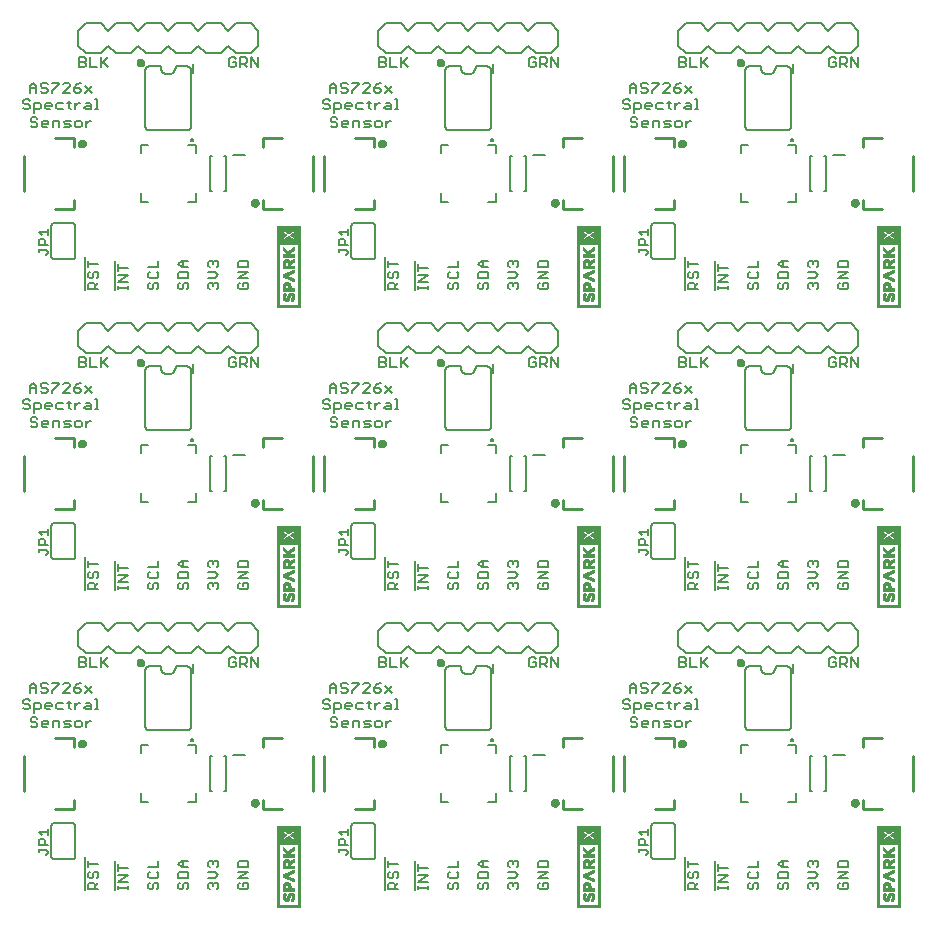
<source format=gto>
G75*
%MOIN*%
%OFA0B0*%
%FSLAX25Y25*%
%IPPOS*%
%LPD*%
%AMOC8*
5,1,8,0,0,1.08239X$1,22.5*
%
%ADD10C,0.00600*%
%ADD11C,0.00500*%
%ADD12C,0.00039*%
%ADD13C,0.00787*%
%ADD14C,0.00800*%
%ADD15C,0.00010*%
%ADD16C,0.01000*%
%ADD17C,0.01575*%
D10*
X0024350Y0016060D02*
X0024350Y0027109D01*
X0025547Y0025995D02*
X0025547Y0023726D01*
X0025547Y0024861D02*
X0028950Y0024861D01*
X0028383Y0022312D02*
X0028950Y0021745D01*
X0028950Y0020610D01*
X0028383Y0020043D01*
X0027249Y0020610D02*
X0027249Y0021745D01*
X0027816Y0022312D01*
X0028383Y0022312D01*
X0027249Y0020610D02*
X0026681Y0020043D01*
X0026114Y0020043D01*
X0025547Y0020610D01*
X0025547Y0021745D01*
X0026114Y0022312D01*
X0026114Y0018629D02*
X0027249Y0018629D01*
X0027816Y0018061D01*
X0027816Y0016360D01*
X0028950Y0016360D02*
X0025547Y0016360D01*
X0025547Y0018061D01*
X0026114Y0018629D01*
X0027816Y0017494D02*
X0028950Y0018629D01*
X0034350Y0016060D02*
X0034350Y0025882D01*
X0035547Y0024767D02*
X0035547Y0022499D01*
X0035547Y0023633D02*
X0038950Y0023633D01*
X0038950Y0021084D02*
X0035547Y0021084D01*
X0035547Y0018815D02*
X0038950Y0021084D01*
X0038950Y0018815D02*
X0035547Y0018815D01*
X0035547Y0017494D02*
X0035547Y0016360D01*
X0035547Y0016927D02*
X0038950Y0016927D01*
X0038950Y0016360D02*
X0038950Y0017494D01*
X0045547Y0016927D02*
X0046114Y0016360D01*
X0046681Y0016360D01*
X0047249Y0016927D01*
X0047249Y0018061D01*
X0047816Y0018629D01*
X0048383Y0018629D01*
X0048950Y0018061D01*
X0048950Y0016927D01*
X0048383Y0016360D01*
X0045547Y0016927D02*
X0045547Y0018061D01*
X0046114Y0018629D01*
X0046114Y0020043D02*
X0045547Y0020610D01*
X0045547Y0021745D01*
X0046114Y0022312D01*
X0045547Y0023726D02*
X0048950Y0023726D01*
X0048950Y0025995D01*
X0048383Y0022312D02*
X0048950Y0021745D01*
X0048950Y0020610D01*
X0048383Y0020043D01*
X0046114Y0020043D01*
X0055547Y0020043D02*
X0055547Y0021745D01*
X0056114Y0022312D01*
X0058383Y0022312D01*
X0058950Y0021745D01*
X0058950Y0020043D01*
X0055547Y0020043D01*
X0056114Y0018629D02*
X0055547Y0018061D01*
X0055547Y0016927D01*
X0056114Y0016360D01*
X0056681Y0016360D01*
X0057249Y0016927D01*
X0057249Y0018061D01*
X0057816Y0018629D01*
X0058383Y0018629D01*
X0058950Y0018061D01*
X0058950Y0016927D01*
X0058383Y0016360D01*
X0065547Y0016927D02*
X0065547Y0018061D01*
X0066114Y0018629D01*
X0066681Y0018629D01*
X0067249Y0018061D01*
X0067816Y0018629D01*
X0068383Y0018629D01*
X0068950Y0018061D01*
X0068950Y0016927D01*
X0068383Y0016360D01*
X0067249Y0017494D02*
X0067249Y0018061D01*
X0066114Y0016360D02*
X0065547Y0016927D01*
X0065547Y0020043D02*
X0067816Y0020043D01*
X0068950Y0021177D01*
X0067816Y0022312D01*
X0065547Y0022312D01*
X0066114Y0023726D02*
X0065547Y0024293D01*
X0065547Y0025428D01*
X0066114Y0025995D01*
X0066681Y0025995D01*
X0067249Y0025428D01*
X0067816Y0025995D01*
X0068383Y0025995D01*
X0068950Y0025428D01*
X0068950Y0024293D01*
X0068383Y0023726D01*
X0067249Y0024861D02*
X0067249Y0025428D01*
X0075547Y0025428D02*
X0075547Y0023726D01*
X0078950Y0023726D01*
X0078950Y0025428D01*
X0078383Y0025995D01*
X0076114Y0025995D01*
X0075547Y0025428D01*
X0075547Y0022312D02*
X0078950Y0022312D01*
X0075547Y0020043D01*
X0078950Y0020043D01*
X0078383Y0018629D02*
X0077249Y0018629D01*
X0077249Y0017494D01*
X0078383Y0016360D02*
X0078950Y0016927D01*
X0078950Y0018061D01*
X0078383Y0018629D01*
X0076114Y0018629D02*
X0075547Y0018061D01*
X0075547Y0016927D01*
X0076114Y0016360D01*
X0078383Y0016360D01*
X0058950Y0023726D02*
X0056681Y0023726D01*
X0055547Y0024861D01*
X0056681Y0025995D01*
X0058950Y0025995D01*
X0057249Y0025995D02*
X0057249Y0023726D01*
X0021250Y0027560D02*
X0021250Y0037560D01*
X0021248Y0037620D01*
X0021243Y0037681D01*
X0021234Y0037740D01*
X0021221Y0037799D01*
X0021205Y0037858D01*
X0021185Y0037915D01*
X0021162Y0037970D01*
X0021135Y0038025D01*
X0021106Y0038077D01*
X0021073Y0038128D01*
X0021037Y0038177D01*
X0020999Y0038223D01*
X0020957Y0038267D01*
X0020913Y0038309D01*
X0020867Y0038347D01*
X0020818Y0038383D01*
X0020767Y0038416D01*
X0020715Y0038445D01*
X0020660Y0038472D01*
X0020605Y0038495D01*
X0020548Y0038515D01*
X0020489Y0038531D01*
X0020430Y0038544D01*
X0020371Y0038553D01*
X0020310Y0038558D01*
X0020250Y0038560D01*
X0014250Y0038560D01*
X0014190Y0038558D01*
X0014129Y0038553D01*
X0014070Y0038544D01*
X0014011Y0038531D01*
X0013952Y0038515D01*
X0013895Y0038495D01*
X0013840Y0038472D01*
X0013785Y0038445D01*
X0013733Y0038416D01*
X0013682Y0038383D01*
X0013633Y0038347D01*
X0013587Y0038309D01*
X0013543Y0038267D01*
X0013501Y0038223D01*
X0013463Y0038177D01*
X0013427Y0038128D01*
X0013394Y0038077D01*
X0013365Y0038025D01*
X0013338Y0037970D01*
X0013315Y0037915D01*
X0013295Y0037858D01*
X0013279Y0037799D01*
X0013266Y0037740D01*
X0013257Y0037681D01*
X0013252Y0037620D01*
X0013250Y0037560D01*
X0013250Y0027560D01*
X0013252Y0027500D01*
X0013257Y0027439D01*
X0013266Y0027380D01*
X0013279Y0027321D01*
X0013295Y0027262D01*
X0013315Y0027205D01*
X0013338Y0027150D01*
X0013365Y0027095D01*
X0013394Y0027043D01*
X0013427Y0026992D01*
X0013463Y0026943D01*
X0013501Y0026897D01*
X0013543Y0026853D01*
X0013587Y0026811D01*
X0013633Y0026773D01*
X0013682Y0026737D01*
X0013733Y0026704D01*
X0013785Y0026675D01*
X0013840Y0026648D01*
X0013895Y0026625D01*
X0013952Y0026605D01*
X0014011Y0026589D01*
X0014070Y0026576D01*
X0014129Y0026567D01*
X0014190Y0026562D01*
X0014250Y0026560D01*
X0020250Y0026560D01*
X0020310Y0026562D01*
X0020371Y0026567D01*
X0020430Y0026576D01*
X0020489Y0026589D01*
X0020548Y0026605D01*
X0020605Y0026625D01*
X0020660Y0026648D01*
X0020715Y0026675D01*
X0020767Y0026704D01*
X0020818Y0026737D01*
X0020867Y0026773D01*
X0020913Y0026811D01*
X0020957Y0026853D01*
X0020999Y0026897D01*
X0021037Y0026943D01*
X0021073Y0026992D01*
X0021106Y0027043D01*
X0021135Y0027095D01*
X0021162Y0027150D01*
X0021185Y0027205D01*
X0021205Y0027262D01*
X0021221Y0027321D01*
X0021234Y0027380D01*
X0021243Y0027439D01*
X0021248Y0027500D01*
X0021250Y0027560D01*
X0021607Y0070360D02*
X0021040Y0070927D01*
X0021040Y0072061D01*
X0021607Y0072629D01*
X0022742Y0072629D01*
X0023309Y0072061D01*
X0023309Y0070927D01*
X0022742Y0070360D01*
X0021607Y0070360D01*
X0019626Y0070927D02*
X0019058Y0071494D01*
X0017924Y0071494D01*
X0017357Y0072061D01*
X0017924Y0072629D01*
X0019626Y0072629D01*
X0019626Y0070927D02*
X0019058Y0070360D01*
X0017357Y0070360D01*
X0015942Y0070360D02*
X0015942Y0072061D01*
X0015375Y0072629D01*
X0013674Y0072629D01*
X0013674Y0070360D01*
X0012259Y0071494D02*
X0009991Y0071494D01*
X0009991Y0070927D02*
X0009991Y0072061D01*
X0010558Y0072629D01*
X0011692Y0072629D01*
X0012259Y0072061D01*
X0012259Y0071494D01*
X0011692Y0070360D02*
X0010558Y0070360D01*
X0009991Y0070927D01*
X0008576Y0070927D02*
X0008009Y0070360D01*
X0006875Y0070360D01*
X0006307Y0070927D01*
X0006875Y0072061D02*
X0008009Y0072061D01*
X0008576Y0071494D01*
X0008576Y0070927D01*
X0006875Y0072061D02*
X0006307Y0072629D01*
X0006307Y0073196D01*
X0006875Y0073763D01*
X0008009Y0073763D01*
X0008576Y0073196D01*
X0007535Y0075226D02*
X0007535Y0078629D01*
X0009237Y0078629D01*
X0009804Y0078061D01*
X0009804Y0076927D01*
X0009237Y0076360D01*
X0007535Y0076360D01*
X0006121Y0076927D02*
X0005554Y0076360D01*
X0004419Y0076360D01*
X0003852Y0076927D01*
X0004419Y0078061D02*
X0005554Y0078061D01*
X0006121Y0077494D01*
X0006121Y0076927D01*
X0004419Y0078061D02*
X0003852Y0078629D01*
X0003852Y0079196D01*
X0004419Y0079763D01*
X0005554Y0079763D01*
X0006121Y0079196D01*
X0006001Y0081860D02*
X0006001Y0084129D01*
X0007135Y0085263D01*
X0008269Y0084129D01*
X0008269Y0081860D01*
X0009684Y0082427D02*
X0010251Y0081860D01*
X0011385Y0081860D01*
X0011952Y0082427D01*
X0011952Y0082994D01*
X0011385Y0083561D01*
X0010251Y0083561D01*
X0009684Y0084129D01*
X0009684Y0084696D01*
X0010251Y0085263D01*
X0011385Y0085263D01*
X0011952Y0084696D01*
X0013367Y0085263D02*
X0015635Y0085263D01*
X0015635Y0084696D01*
X0013367Y0082427D01*
X0013367Y0081860D01*
X0012920Y0078629D02*
X0011785Y0078629D01*
X0011218Y0078061D01*
X0011218Y0076927D01*
X0011785Y0076360D01*
X0012920Y0076360D01*
X0013487Y0077494D02*
X0011218Y0077494D01*
X0012920Y0078629D02*
X0013487Y0078061D01*
X0013487Y0077494D01*
X0014901Y0076927D02*
X0015469Y0076360D01*
X0017170Y0076360D01*
X0019152Y0076927D02*
X0019152Y0079196D01*
X0018585Y0078629D02*
X0019719Y0078629D01*
X0021040Y0078629D02*
X0021040Y0076360D01*
X0021040Y0077494D02*
X0022174Y0078629D01*
X0022742Y0078629D01*
X0024676Y0078629D02*
X0025811Y0078629D01*
X0026378Y0078061D01*
X0026378Y0076360D01*
X0024676Y0076360D01*
X0024109Y0076927D01*
X0024676Y0077494D01*
X0026378Y0077494D01*
X0027792Y0076360D02*
X0028927Y0076360D01*
X0028360Y0076360D02*
X0028360Y0079763D01*
X0027792Y0079763D01*
X0026685Y0081860D02*
X0024416Y0084129D01*
X0023002Y0085263D02*
X0021867Y0084696D01*
X0020733Y0083561D01*
X0022435Y0083561D01*
X0023002Y0082994D01*
X0023002Y0082427D01*
X0022435Y0081860D01*
X0021300Y0081860D01*
X0020733Y0082427D01*
X0020733Y0083561D01*
X0019319Y0084129D02*
X0019319Y0084696D01*
X0018751Y0085263D01*
X0017617Y0085263D01*
X0017050Y0084696D01*
X0019319Y0084129D02*
X0017050Y0081860D01*
X0019319Y0081860D01*
X0017170Y0078629D02*
X0015469Y0078629D01*
X0014901Y0078061D01*
X0014901Y0076927D01*
X0019152Y0076927D02*
X0019719Y0076360D01*
X0024723Y0072629D02*
X0024723Y0070360D01*
X0024723Y0071494D02*
X0025858Y0072629D01*
X0026425Y0072629D01*
X0024416Y0081860D02*
X0026685Y0084129D01*
X0026208Y0090360D02*
X0028477Y0090360D01*
X0029892Y0090360D02*
X0029892Y0093763D01*
X0030459Y0092061D02*
X0032160Y0090360D01*
X0029892Y0091494D02*
X0032160Y0093763D01*
X0026208Y0093763D02*
X0026208Y0090360D01*
X0024794Y0090927D02*
X0024227Y0090360D01*
X0022525Y0090360D01*
X0022525Y0093763D01*
X0024227Y0093763D01*
X0024794Y0093196D01*
X0024794Y0092629D01*
X0024227Y0092061D01*
X0022525Y0092061D01*
X0024227Y0092061D02*
X0024794Y0091494D01*
X0024794Y0090927D01*
X0008269Y0083561D02*
X0006001Y0083561D01*
X0024350Y0116060D02*
X0024350Y0127109D01*
X0025547Y0125995D02*
X0025547Y0123726D01*
X0025547Y0124861D02*
X0028950Y0124861D01*
X0028383Y0122312D02*
X0028950Y0121745D01*
X0028950Y0120610D01*
X0028383Y0120043D01*
X0027249Y0120610D02*
X0027249Y0121745D01*
X0027816Y0122312D01*
X0028383Y0122312D01*
X0027249Y0120610D02*
X0026681Y0120043D01*
X0026114Y0120043D01*
X0025547Y0120610D01*
X0025547Y0121745D01*
X0026114Y0122312D01*
X0026114Y0118629D02*
X0027249Y0118629D01*
X0027816Y0118061D01*
X0027816Y0116360D01*
X0028950Y0116360D02*
X0025547Y0116360D01*
X0025547Y0118061D01*
X0026114Y0118629D01*
X0027816Y0117494D02*
X0028950Y0118629D01*
X0034350Y0116060D02*
X0034350Y0125882D01*
X0035547Y0124767D02*
X0035547Y0122499D01*
X0035547Y0123633D02*
X0038950Y0123633D01*
X0038950Y0121084D02*
X0035547Y0121084D01*
X0035547Y0118815D02*
X0038950Y0121084D01*
X0038950Y0118815D02*
X0035547Y0118815D01*
X0035547Y0117494D02*
X0035547Y0116360D01*
X0035547Y0116927D02*
X0038950Y0116927D01*
X0038950Y0116360D02*
X0038950Y0117494D01*
X0045547Y0116927D02*
X0046114Y0116360D01*
X0046681Y0116360D01*
X0047249Y0116927D01*
X0047249Y0118061D01*
X0047816Y0118629D01*
X0048383Y0118629D01*
X0048950Y0118061D01*
X0048950Y0116927D01*
X0048383Y0116360D01*
X0045547Y0116927D02*
X0045547Y0118061D01*
X0046114Y0118629D01*
X0046114Y0120043D02*
X0048383Y0120043D01*
X0048950Y0120610D01*
X0048950Y0121745D01*
X0048383Y0122312D01*
X0048950Y0123726D02*
X0048950Y0125995D01*
X0048950Y0123726D02*
X0045547Y0123726D01*
X0046114Y0122312D02*
X0045547Y0121745D01*
X0045547Y0120610D01*
X0046114Y0120043D01*
X0055547Y0120043D02*
X0055547Y0121745D01*
X0056114Y0122312D01*
X0058383Y0122312D01*
X0058950Y0121745D01*
X0058950Y0120043D01*
X0055547Y0120043D01*
X0056114Y0118629D02*
X0055547Y0118061D01*
X0055547Y0116927D01*
X0056114Y0116360D01*
X0056681Y0116360D01*
X0057249Y0116927D01*
X0057249Y0118061D01*
X0057816Y0118629D01*
X0058383Y0118629D01*
X0058950Y0118061D01*
X0058950Y0116927D01*
X0058383Y0116360D01*
X0065547Y0116927D02*
X0065547Y0118061D01*
X0066114Y0118629D01*
X0066681Y0118629D01*
X0067249Y0118061D01*
X0067816Y0118629D01*
X0068383Y0118629D01*
X0068950Y0118061D01*
X0068950Y0116927D01*
X0068383Y0116360D01*
X0067249Y0117494D02*
X0067249Y0118061D01*
X0066114Y0116360D02*
X0065547Y0116927D01*
X0065547Y0120043D02*
X0067816Y0120043D01*
X0068950Y0121177D01*
X0067816Y0122312D01*
X0065547Y0122312D01*
X0066114Y0123726D02*
X0065547Y0124293D01*
X0065547Y0125428D01*
X0066114Y0125995D01*
X0066681Y0125995D01*
X0067249Y0125428D01*
X0067816Y0125995D01*
X0068383Y0125995D01*
X0068950Y0125428D01*
X0068950Y0124293D01*
X0068383Y0123726D01*
X0067249Y0124861D02*
X0067249Y0125428D01*
X0075547Y0125428D02*
X0075547Y0123726D01*
X0078950Y0123726D01*
X0078950Y0125428D01*
X0078383Y0125995D01*
X0076114Y0125995D01*
X0075547Y0125428D01*
X0075547Y0122312D02*
X0078950Y0122312D01*
X0075547Y0120043D01*
X0078950Y0120043D01*
X0078383Y0118629D02*
X0077249Y0118629D01*
X0077249Y0117494D01*
X0078383Y0116360D02*
X0078950Y0116927D01*
X0078950Y0118061D01*
X0078383Y0118629D01*
X0076114Y0118629D02*
X0075547Y0118061D01*
X0075547Y0116927D01*
X0076114Y0116360D01*
X0078383Y0116360D01*
X0058950Y0123726D02*
X0056681Y0123726D01*
X0055547Y0124861D01*
X0056681Y0125995D01*
X0058950Y0125995D01*
X0057249Y0125995D02*
X0057249Y0123726D01*
X0073092Y0093763D02*
X0072525Y0093196D01*
X0072525Y0090927D01*
X0073092Y0090360D01*
X0074227Y0090360D01*
X0074794Y0090927D01*
X0074794Y0092061D01*
X0073660Y0092061D01*
X0074794Y0093196D02*
X0074227Y0093763D01*
X0073092Y0093763D01*
X0076208Y0093763D02*
X0076208Y0090360D01*
X0076208Y0091494D02*
X0077910Y0091494D01*
X0078477Y0092061D01*
X0078477Y0093196D01*
X0077910Y0093763D01*
X0076208Y0093763D01*
X0077343Y0091494D02*
X0078477Y0090360D01*
X0079892Y0090360D02*
X0079892Y0093763D01*
X0082160Y0090360D01*
X0082160Y0093763D01*
X0106001Y0084129D02*
X0106001Y0081860D01*
X0106001Y0083561D02*
X0108269Y0083561D01*
X0108269Y0084129D02*
X0108269Y0081860D01*
X0109684Y0082427D02*
X0110251Y0081860D01*
X0111385Y0081860D01*
X0111952Y0082427D01*
X0111952Y0082994D01*
X0111385Y0083561D01*
X0110251Y0083561D01*
X0109684Y0084129D01*
X0109684Y0084696D01*
X0110251Y0085263D01*
X0111385Y0085263D01*
X0111952Y0084696D01*
X0113367Y0085263D02*
X0115635Y0085263D01*
X0115635Y0084696D01*
X0113367Y0082427D01*
X0113367Y0081860D01*
X0112920Y0078629D02*
X0111785Y0078629D01*
X0111218Y0078061D01*
X0111218Y0076927D01*
X0111785Y0076360D01*
X0112920Y0076360D01*
X0113487Y0077494D02*
X0111218Y0077494D01*
X0109804Y0076927D02*
X0109237Y0076360D01*
X0107535Y0076360D01*
X0107535Y0075226D02*
X0107535Y0078629D01*
X0109237Y0078629D01*
X0109804Y0078061D01*
X0109804Y0076927D01*
X0112920Y0078629D02*
X0113487Y0078061D01*
X0113487Y0077494D01*
X0114901Y0076927D02*
X0115469Y0076360D01*
X0117170Y0076360D01*
X0119152Y0076927D02*
X0119152Y0079196D01*
X0118585Y0078629D02*
X0119719Y0078629D01*
X0121040Y0078629D02*
X0121040Y0076360D01*
X0121040Y0077494D02*
X0122174Y0078629D01*
X0122742Y0078629D01*
X0124676Y0078629D02*
X0125811Y0078629D01*
X0126378Y0078061D01*
X0126378Y0076360D01*
X0124676Y0076360D01*
X0124109Y0076927D01*
X0124676Y0077494D01*
X0126378Y0077494D01*
X0127792Y0076360D02*
X0128927Y0076360D01*
X0128360Y0076360D02*
X0128360Y0079763D01*
X0127792Y0079763D01*
X0126685Y0081860D02*
X0124416Y0084129D01*
X0123002Y0085263D02*
X0121867Y0084696D01*
X0120733Y0083561D01*
X0122435Y0083561D01*
X0123002Y0082994D01*
X0123002Y0082427D01*
X0122435Y0081860D01*
X0121300Y0081860D01*
X0120733Y0082427D01*
X0120733Y0083561D01*
X0119319Y0084129D02*
X0119319Y0084696D01*
X0118751Y0085263D01*
X0117617Y0085263D01*
X0117050Y0084696D01*
X0119319Y0084129D02*
X0117050Y0081860D01*
X0119319Y0081860D01*
X0117170Y0078629D02*
X0115469Y0078629D01*
X0114901Y0078061D01*
X0114901Y0076927D01*
X0115375Y0072629D02*
X0115942Y0072061D01*
X0115942Y0070360D01*
X0117357Y0070360D02*
X0119058Y0070360D01*
X0119626Y0070927D01*
X0119058Y0071494D01*
X0117924Y0071494D01*
X0117357Y0072061D01*
X0117924Y0072629D01*
X0119626Y0072629D01*
X0121040Y0072061D02*
X0121040Y0070927D01*
X0121607Y0070360D01*
X0122742Y0070360D01*
X0123309Y0070927D01*
X0123309Y0072061D01*
X0122742Y0072629D01*
X0121607Y0072629D01*
X0121040Y0072061D01*
X0124723Y0071494D02*
X0125858Y0072629D01*
X0126425Y0072629D01*
X0124723Y0072629D02*
X0124723Y0070360D01*
X0119719Y0076360D02*
X0119152Y0076927D01*
X0115375Y0072629D02*
X0113674Y0072629D01*
X0113674Y0070360D01*
X0112259Y0071494D02*
X0112259Y0072061D01*
X0111692Y0072629D01*
X0110558Y0072629D01*
X0109991Y0072061D01*
X0109991Y0070927D01*
X0110558Y0070360D01*
X0111692Y0070360D01*
X0112259Y0071494D02*
X0109991Y0071494D01*
X0108576Y0071494D02*
X0108009Y0072061D01*
X0106875Y0072061D01*
X0106307Y0072629D01*
X0106307Y0073196D01*
X0106875Y0073763D01*
X0108009Y0073763D01*
X0108576Y0073196D01*
X0108576Y0071494D02*
X0108576Y0070927D01*
X0108009Y0070360D01*
X0106875Y0070360D01*
X0106307Y0070927D01*
X0105554Y0076360D02*
X0104419Y0076360D01*
X0103852Y0076927D01*
X0104419Y0078061D02*
X0105554Y0078061D01*
X0106121Y0077494D01*
X0106121Y0076927D01*
X0105554Y0076360D01*
X0104419Y0078061D02*
X0103852Y0078629D01*
X0103852Y0079196D01*
X0104419Y0079763D01*
X0105554Y0079763D01*
X0106121Y0079196D01*
X0106001Y0084129D02*
X0107135Y0085263D01*
X0108269Y0084129D01*
X0122525Y0090360D02*
X0124227Y0090360D01*
X0124794Y0090927D01*
X0124794Y0091494D01*
X0124227Y0092061D01*
X0122525Y0092061D01*
X0122525Y0090360D02*
X0122525Y0093763D01*
X0124227Y0093763D01*
X0124794Y0093196D01*
X0124794Y0092629D01*
X0124227Y0092061D01*
X0126208Y0093763D02*
X0126208Y0090360D01*
X0128477Y0090360D01*
X0129892Y0090360D02*
X0129892Y0093763D01*
X0130459Y0092061D02*
X0132160Y0090360D01*
X0129892Y0091494D02*
X0132160Y0093763D01*
X0126685Y0084129D02*
X0124416Y0081860D01*
X0124350Y0116060D02*
X0124350Y0127109D01*
X0125547Y0125995D02*
X0125547Y0123726D01*
X0125547Y0124861D02*
X0128950Y0124861D01*
X0128383Y0122312D02*
X0127816Y0122312D01*
X0127249Y0121745D01*
X0127249Y0120610D01*
X0126681Y0120043D01*
X0126114Y0120043D01*
X0125547Y0120610D01*
X0125547Y0121745D01*
X0126114Y0122312D01*
X0128383Y0122312D02*
X0128950Y0121745D01*
X0128950Y0120610D01*
X0128383Y0120043D01*
X0128950Y0118629D02*
X0127816Y0117494D01*
X0127816Y0118061D02*
X0127816Y0116360D01*
X0128950Y0116360D02*
X0125547Y0116360D01*
X0125547Y0118061D01*
X0126114Y0118629D01*
X0127249Y0118629D01*
X0127816Y0118061D01*
X0134350Y0116060D02*
X0134350Y0125882D01*
X0135547Y0124767D02*
X0135547Y0122499D01*
X0135547Y0123633D02*
X0138950Y0123633D01*
X0138950Y0121084D02*
X0135547Y0121084D01*
X0135547Y0118815D02*
X0138950Y0121084D01*
X0138950Y0118815D02*
X0135547Y0118815D01*
X0135547Y0117494D02*
X0135547Y0116360D01*
X0135547Y0116927D02*
X0138950Y0116927D01*
X0138950Y0116360D02*
X0138950Y0117494D01*
X0145547Y0116927D02*
X0146114Y0116360D01*
X0146681Y0116360D01*
X0147249Y0116927D01*
X0147249Y0118061D01*
X0147816Y0118629D01*
X0148383Y0118629D01*
X0148950Y0118061D01*
X0148950Y0116927D01*
X0148383Y0116360D01*
X0145547Y0116927D02*
X0145547Y0118061D01*
X0146114Y0118629D01*
X0146114Y0120043D02*
X0148383Y0120043D01*
X0148950Y0120610D01*
X0148950Y0121745D01*
X0148383Y0122312D01*
X0148950Y0123726D02*
X0148950Y0125995D01*
X0148950Y0123726D02*
X0145547Y0123726D01*
X0146114Y0122312D02*
X0145547Y0121745D01*
X0145547Y0120610D01*
X0146114Y0120043D01*
X0155547Y0120043D02*
X0155547Y0121745D01*
X0156114Y0122312D01*
X0158383Y0122312D01*
X0158950Y0121745D01*
X0158950Y0120043D01*
X0155547Y0120043D01*
X0156114Y0118629D02*
X0155547Y0118061D01*
X0155547Y0116927D01*
X0156114Y0116360D01*
X0156681Y0116360D01*
X0157249Y0116927D01*
X0157249Y0118061D01*
X0157816Y0118629D01*
X0158383Y0118629D01*
X0158950Y0118061D01*
X0158950Y0116927D01*
X0158383Y0116360D01*
X0165547Y0116927D02*
X0165547Y0118061D01*
X0166114Y0118629D01*
X0166681Y0118629D01*
X0167249Y0118061D01*
X0167816Y0118629D01*
X0168383Y0118629D01*
X0168950Y0118061D01*
X0168950Y0116927D01*
X0168383Y0116360D01*
X0167249Y0117494D02*
X0167249Y0118061D01*
X0166114Y0116360D02*
X0165547Y0116927D01*
X0165547Y0120043D02*
X0167816Y0120043D01*
X0168950Y0121177D01*
X0167816Y0122312D01*
X0165547Y0122312D01*
X0166114Y0123726D02*
X0165547Y0124293D01*
X0165547Y0125428D01*
X0166114Y0125995D01*
X0166681Y0125995D01*
X0167249Y0125428D01*
X0167816Y0125995D01*
X0168383Y0125995D01*
X0168950Y0125428D01*
X0168950Y0124293D01*
X0168383Y0123726D01*
X0167249Y0124861D02*
X0167249Y0125428D01*
X0158950Y0125995D02*
X0156681Y0125995D01*
X0155547Y0124861D01*
X0156681Y0123726D01*
X0158950Y0123726D01*
X0157249Y0123726D02*
X0157249Y0125995D01*
X0175547Y0125428D02*
X0175547Y0123726D01*
X0178950Y0123726D01*
X0178950Y0125428D01*
X0178383Y0125995D01*
X0176114Y0125995D01*
X0175547Y0125428D01*
X0175547Y0122312D02*
X0178950Y0122312D01*
X0175547Y0120043D01*
X0178950Y0120043D01*
X0178383Y0118629D02*
X0177249Y0118629D01*
X0177249Y0117494D01*
X0178383Y0116360D02*
X0178950Y0116927D01*
X0178950Y0118061D01*
X0178383Y0118629D01*
X0176114Y0118629D02*
X0175547Y0118061D01*
X0175547Y0116927D01*
X0176114Y0116360D01*
X0178383Y0116360D01*
X0177910Y0093763D02*
X0176208Y0093763D01*
X0176208Y0090360D01*
X0176208Y0091494D02*
X0177910Y0091494D01*
X0178477Y0092061D01*
X0178477Y0093196D01*
X0177910Y0093763D01*
X0179892Y0093763D02*
X0182160Y0090360D01*
X0182160Y0093763D01*
X0179892Y0093763D02*
X0179892Y0090360D01*
X0178477Y0090360D02*
X0177343Y0091494D01*
X0174794Y0090927D02*
X0174794Y0092061D01*
X0173660Y0092061D01*
X0174794Y0090927D02*
X0174227Y0090360D01*
X0173092Y0090360D01*
X0172525Y0090927D01*
X0172525Y0093196D01*
X0173092Y0093763D01*
X0174227Y0093763D01*
X0174794Y0093196D01*
X0203852Y0079196D02*
X0203852Y0078629D01*
X0204419Y0078061D01*
X0205554Y0078061D01*
X0206121Y0077494D01*
X0206121Y0076927D01*
X0205554Y0076360D01*
X0204419Y0076360D01*
X0203852Y0076927D01*
X0203852Y0079196D02*
X0204419Y0079763D01*
X0205554Y0079763D01*
X0206121Y0079196D01*
X0207535Y0078629D02*
X0207535Y0075226D01*
X0207535Y0076360D02*
X0209237Y0076360D01*
X0209804Y0076927D01*
X0209804Y0078061D01*
X0209237Y0078629D01*
X0207535Y0078629D01*
X0208269Y0081860D02*
X0208269Y0084129D01*
X0207135Y0085263D01*
X0206001Y0084129D01*
X0206001Y0081860D01*
X0206001Y0083561D02*
X0208269Y0083561D01*
X0209684Y0084129D02*
X0210251Y0083561D01*
X0211385Y0083561D01*
X0211952Y0082994D01*
X0211952Y0082427D01*
X0211385Y0081860D01*
X0210251Y0081860D01*
X0209684Y0082427D01*
X0209684Y0084129D02*
X0209684Y0084696D01*
X0210251Y0085263D01*
X0211385Y0085263D01*
X0211952Y0084696D01*
X0213367Y0085263D02*
X0215635Y0085263D01*
X0215635Y0084696D01*
X0213367Y0082427D01*
X0213367Y0081860D01*
X0212920Y0078629D02*
X0213487Y0078061D01*
X0213487Y0077494D01*
X0211218Y0077494D01*
X0211218Y0076927D02*
X0211218Y0078061D01*
X0211785Y0078629D01*
X0212920Y0078629D01*
X0214901Y0078061D02*
X0214901Y0076927D01*
X0215469Y0076360D01*
X0217170Y0076360D01*
X0219152Y0076927D02*
X0219719Y0076360D01*
X0219152Y0076927D02*
X0219152Y0079196D01*
X0218585Y0078629D02*
X0219719Y0078629D01*
X0221040Y0078629D02*
X0221040Y0076360D01*
X0221040Y0077494D02*
X0222174Y0078629D01*
X0222742Y0078629D01*
X0224676Y0078629D02*
X0225811Y0078629D01*
X0226378Y0078061D01*
X0226378Y0076360D01*
X0224676Y0076360D01*
X0224109Y0076927D01*
X0224676Y0077494D01*
X0226378Y0077494D01*
X0227792Y0076360D02*
X0228927Y0076360D01*
X0228360Y0076360D02*
X0228360Y0079763D01*
X0227792Y0079763D01*
X0226685Y0081860D02*
X0224416Y0084129D01*
X0223002Y0085263D02*
X0221867Y0084696D01*
X0220733Y0083561D01*
X0222435Y0083561D01*
X0223002Y0082994D01*
X0223002Y0082427D01*
X0222435Y0081860D01*
X0221300Y0081860D01*
X0220733Y0082427D01*
X0220733Y0083561D01*
X0219319Y0084129D02*
X0219319Y0084696D01*
X0218751Y0085263D01*
X0217617Y0085263D01*
X0217050Y0084696D01*
X0219319Y0084129D02*
X0217050Y0081860D01*
X0219319Y0081860D01*
X0217170Y0078629D02*
X0215469Y0078629D01*
X0214901Y0078061D01*
X0212920Y0076360D02*
X0211785Y0076360D01*
X0211218Y0076927D01*
X0211692Y0072629D02*
X0212259Y0072061D01*
X0212259Y0071494D01*
X0209991Y0071494D01*
X0209991Y0070927D02*
X0209991Y0072061D01*
X0210558Y0072629D01*
X0211692Y0072629D01*
X0213674Y0072629D02*
X0213674Y0070360D01*
X0211692Y0070360D02*
X0210558Y0070360D01*
X0209991Y0070927D01*
X0208576Y0070927D02*
X0208009Y0070360D01*
X0206875Y0070360D01*
X0206307Y0070927D01*
X0206875Y0072061D02*
X0208009Y0072061D01*
X0208576Y0071494D01*
X0208576Y0070927D01*
X0206875Y0072061D02*
X0206307Y0072629D01*
X0206307Y0073196D01*
X0206875Y0073763D01*
X0208009Y0073763D01*
X0208576Y0073196D01*
X0213674Y0072629D02*
X0215375Y0072629D01*
X0215942Y0072061D01*
X0215942Y0070360D01*
X0217357Y0070360D02*
X0219058Y0070360D01*
X0219626Y0070927D01*
X0219058Y0071494D01*
X0217924Y0071494D01*
X0217357Y0072061D01*
X0217924Y0072629D01*
X0219626Y0072629D01*
X0221040Y0072061D02*
X0221040Y0070927D01*
X0221607Y0070360D01*
X0222742Y0070360D01*
X0223309Y0070927D01*
X0223309Y0072061D01*
X0222742Y0072629D01*
X0221607Y0072629D01*
X0221040Y0072061D01*
X0224723Y0071494D02*
X0225858Y0072629D01*
X0226425Y0072629D01*
X0224723Y0072629D02*
X0224723Y0070360D01*
X0224416Y0081860D02*
X0226685Y0084129D01*
X0226208Y0090360D02*
X0228477Y0090360D01*
X0229892Y0090360D02*
X0229892Y0093763D01*
X0230459Y0092061D02*
X0232160Y0090360D01*
X0229892Y0091494D02*
X0232160Y0093763D01*
X0226208Y0093763D02*
X0226208Y0090360D01*
X0224794Y0090927D02*
X0224227Y0090360D01*
X0222525Y0090360D01*
X0222525Y0093763D01*
X0224227Y0093763D01*
X0224794Y0093196D01*
X0224794Y0092629D01*
X0224227Y0092061D01*
X0222525Y0092061D01*
X0224227Y0092061D02*
X0224794Y0091494D01*
X0224794Y0090927D01*
X0224350Y0116060D02*
X0224350Y0127109D01*
X0225547Y0125995D02*
X0225547Y0123726D01*
X0225547Y0124861D02*
X0228950Y0124861D01*
X0228383Y0122312D02*
X0227816Y0122312D01*
X0227249Y0121745D01*
X0227249Y0120610D01*
X0226681Y0120043D01*
X0226114Y0120043D01*
X0225547Y0120610D01*
X0225547Y0121745D01*
X0226114Y0122312D01*
X0228383Y0122312D02*
X0228950Y0121745D01*
X0228950Y0120610D01*
X0228383Y0120043D01*
X0228950Y0118629D02*
X0227816Y0117494D01*
X0227816Y0118061D02*
X0227816Y0116360D01*
X0228950Y0116360D02*
X0225547Y0116360D01*
X0225547Y0118061D01*
X0226114Y0118629D01*
X0227249Y0118629D01*
X0227816Y0118061D01*
X0234350Y0116060D02*
X0234350Y0125882D01*
X0235547Y0124767D02*
X0235547Y0122499D01*
X0235547Y0123633D02*
X0238950Y0123633D01*
X0238950Y0121084D02*
X0235547Y0121084D01*
X0235547Y0118815D02*
X0238950Y0121084D01*
X0238950Y0118815D02*
X0235547Y0118815D01*
X0235547Y0117494D02*
X0235547Y0116360D01*
X0235547Y0116927D02*
X0238950Y0116927D01*
X0238950Y0116360D02*
X0238950Y0117494D01*
X0245547Y0116927D02*
X0246114Y0116360D01*
X0246681Y0116360D01*
X0247249Y0116927D01*
X0247249Y0118061D01*
X0247816Y0118629D01*
X0248383Y0118629D01*
X0248950Y0118061D01*
X0248950Y0116927D01*
X0248383Y0116360D01*
X0245547Y0116927D02*
X0245547Y0118061D01*
X0246114Y0118629D01*
X0246114Y0120043D02*
X0248383Y0120043D01*
X0248950Y0120610D01*
X0248950Y0121745D01*
X0248383Y0122312D01*
X0248950Y0123726D02*
X0248950Y0125995D01*
X0248950Y0123726D02*
X0245547Y0123726D01*
X0246114Y0122312D02*
X0245547Y0121745D01*
X0245547Y0120610D01*
X0246114Y0120043D01*
X0255547Y0120043D02*
X0255547Y0121745D01*
X0256114Y0122312D01*
X0258383Y0122312D01*
X0258950Y0121745D01*
X0258950Y0120043D01*
X0255547Y0120043D01*
X0256114Y0118629D02*
X0255547Y0118061D01*
X0255547Y0116927D01*
X0256114Y0116360D01*
X0256681Y0116360D01*
X0257249Y0116927D01*
X0257249Y0118061D01*
X0257816Y0118629D01*
X0258383Y0118629D01*
X0258950Y0118061D01*
X0258950Y0116927D01*
X0258383Y0116360D01*
X0258950Y0123726D02*
X0256681Y0123726D01*
X0255547Y0124861D01*
X0256681Y0125995D01*
X0258950Y0125995D01*
X0257249Y0125995D02*
X0257249Y0123726D01*
X0265547Y0124293D02*
X0265547Y0125428D01*
X0266114Y0125995D01*
X0266681Y0125995D01*
X0267249Y0125428D01*
X0267816Y0125995D01*
X0268383Y0125995D01*
X0268950Y0125428D01*
X0268950Y0124293D01*
X0268383Y0123726D01*
X0267816Y0122312D02*
X0268950Y0121177D01*
X0267816Y0120043D01*
X0265547Y0120043D01*
X0266114Y0118629D02*
X0266681Y0118629D01*
X0267249Y0118061D01*
X0267816Y0118629D01*
X0268383Y0118629D01*
X0268950Y0118061D01*
X0268950Y0116927D01*
X0268383Y0116360D01*
X0267249Y0117494D02*
X0267249Y0118061D01*
X0266114Y0118629D02*
X0265547Y0118061D01*
X0265547Y0116927D01*
X0266114Y0116360D01*
X0265547Y0122312D02*
X0267816Y0122312D01*
X0266114Y0123726D02*
X0265547Y0124293D01*
X0267249Y0124861D02*
X0267249Y0125428D01*
X0275547Y0125428D02*
X0275547Y0123726D01*
X0278950Y0123726D01*
X0278950Y0125428D01*
X0278383Y0125995D01*
X0276114Y0125995D01*
X0275547Y0125428D01*
X0275547Y0122312D02*
X0278950Y0122312D01*
X0275547Y0120043D01*
X0278950Y0120043D01*
X0278383Y0118629D02*
X0277249Y0118629D01*
X0277249Y0117494D01*
X0278383Y0116360D02*
X0278950Y0116927D01*
X0278950Y0118061D01*
X0278383Y0118629D01*
X0276114Y0118629D02*
X0275547Y0118061D01*
X0275547Y0116927D01*
X0276114Y0116360D01*
X0278383Y0116360D01*
X0277910Y0093763D02*
X0276208Y0093763D01*
X0276208Y0090360D01*
X0276208Y0091494D02*
X0277910Y0091494D01*
X0278477Y0092061D01*
X0278477Y0093196D01*
X0277910Y0093763D01*
X0279892Y0093763D02*
X0282160Y0090360D01*
X0282160Y0093763D01*
X0279892Y0093763D02*
X0279892Y0090360D01*
X0278477Y0090360D02*
X0277343Y0091494D01*
X0274794Y0090927D02*
X0274794Y0092061D01*
X0273660Y0092061D01*
X0274794Y0090927D02*
X0274227Y0090360D01*
X0273092Y0090360D01*
X0272525Y0090927D01*
X0272525Y0093196D01*
X0273092Y0093763D01*
X0274227Y0093763D01*
X0274794Y0093196D01*
X0221250Y0127560D02*
X0221250Y0137560D01*
X0221248Y0137620D01*
X0221243Y0137681D01*
X0221234Y0137740D01*
X0221221Y0137799D01*
X0221205Y0137858D01*
X0221185Y0137915D01*
X0221162Y0137970D01*
X0221135Y0138025D01*
X0221106Y0138077D01*
X0221073Y0138128D01*
X0221037Y0138177D01*
X0220999Y0138223D01*
X0220957Y0138267D01*
X0220913Y0138309D01*
X0220867Y0138347D01*
X0220818Y0138383D01*
X0220767Y0138416D01*
X0220715Y0138445D01*
X0220660Y0138472D01*
X0220605Y0138495D01*
X0220548Y0138515D01*
X0220489Y0138531D01*
X0220430Y0138544D01*
X0220371Y0138553D01*
X0220310Y0138558D01*
X0220250Y0138560D01*
X0214250Y0138560D01*
X0214190Y0138558D01*
X0214129Y0138553D01*
X0214070Y0138544D01*
X0214011Y0138531D01*
X0213952Y0138515D01*
X0213895Y0138495D01*
X0213840Y0138472D01*
X0213785Y0138445D01*
X0213733Y0138416D01*
X0213682Y0138383D01*
X0213633Y0138347D01*
X0213587Y0138309D01*
X0213543Y0138267D01*
X0213501Y0138223D01*
X0213463Y0138177D01*
X0213427Y0138128D01*
X0213394Y0138077D01*
X0213365Y0138025D01*
X0213338Y0137970D01*
X0213315Y0137915D01*
X0213295Y0137858D01*
X0213279Y0137799D01*
X0213266Y0137740D01*
X0213257Y0137681D01*
X0213252Y0137620D01*
X0213250Y0137560D01*
X0213250Y0127560D01*
X0213252Y0127500D01*
X0213257Y0127439D01*
X0213266Y0127380D01*
X0213279Y0127321D01*
X0213295Y0127262D01*
X0213315Y0127205D01*
X0213338Y0127150D01*
X0213365Y0127095D01*
X0213394Y0127043D01*
X0213427Y0126992D01*
X0213463Y0126943D01*
X0213501Y0126897D01*
X0213543Y0126853D01*
X0213587Y0126811D01*
X0213633Y0126773D01*
X0213682Y0126737D01*
X0213733Y0126704D01*
X0213785Y0126675D01*
X0213840Y0126648D01*
X0213895Y0126625D01*
X0213952Y0126605D01*
X0214011Y0126589D01*
X0214070Y0126576D01*
X0214129Y0126567D01*
X0214190Y0126562D01*
X0214250Y0126560D01*
X0220250Y0126560D01*
X0220310Y0126562D01*
X0220371Y0126567D01*
X0220430Y0126576D01*
X0220489Y0126589D01*
X0220548Y0126605D01*
X0220605Y0126625D01*
X0220660Y0126648D01*
X0220715Y0126675D01*
X0220767Y0126704D01*
X0220818Y0126737D01*
X0220867Y0126773D01*
X0220913Y0126811D01*
X0220957Y0126853D01*
X0220999Y0126897D01*
X0221037Y0126943D01*
X0221073Y0126992D01*
X0221106Y0127043D01*
X0221135Y0127095D01*
X0221162Y0127150D01*
X0221185Y0127205D01*
X0221205Y0127262D01*
X0221221Y0127321D01*
X0221234Y0127380D01*
X0221243Y0127439D01*
X0221248Y0127500D01*
X0221250Y0127560D01*
X0221607Y0170360D02*
X0221040Y0170927D01*
X0221040Y0172061D01*
X0221607Y0172629D01*
X0222742Y0172629D01*
X0223309Y0172061D01*
X0223309Y0170927D01*
X0222742Y0170360D01*
X0221607Y0170360D01*
X0219626Y0170927D02*
X0219058Y0171494D01*
X0217924Y0171494D01*
X0217357Y0172061D01*
X0217924Y0172629D01*
X0219626Y0172629D01*
X0219626Y0170927D02*
X0219058Y0170360D01*
X0217357Y0170360D01*
X0215942Y0170360D02*
X0215942Y0172061D01*
X0215375Y0172629D01*
X0213674Y0172629D01*
X0213674Y0170360D01*
X0212259Y0171494D02*
X0209991Y0171494D01*
X0209991Y0170927D02*
X0209991Y0172061D01*
X0210558Y0172629D01*
X0211692Y0172629D01*
X0212259Y0172061D01*
X0212259Y0171494D01*
X0211692Y0170360D02*
X0210558Y0170360D01*
X0209991Y0170927D01*
X0208576Y0170927D02*
X0208009Y0170360D01*
X0206875Y0170360D01*
X0206307Y0170927D01*
X0206875Y0172061D02*
X0208009Y0172061D01*
X0208576Y0171494D01*
X0208576Y0170927D01*
X0206875Y0172061D02*
X0206307Y0172629D01*
X0206307Y0173196D01*
X0206875Y0173763D01*
X0208009Y0173763D01*
X0208576Y0173196D01*
X0207535Y0175226D02*
X0207535Y0178629D01*
X0209237Y0178629D01*
X0209804Y0178061D01*
X0209804Y0176927D01*
X0209237Y0176360D01*
X0207535Y0176360D01*
X0206121Y0176927D02*
X0205554Y0176360D01*
X0204419Y0176360D01*
X0203852Y0176927D01*
X0204419Y0178061D02*
X0203852Y0178629D01*
X0203852Y0179196D01*
X0204419Y0179763D01*
X0205554Y0179763D01*
X0206121Y0179196D01*
X0205554Y0178061D02*
X0206121Y0177494D01*
X0206121Y0176927D01*
X0205554Y0178061D02*
X0204419Y0178061D01*
X0206001Y0181860D02*
X0206001Y0184129D01*
X0207135Y0185263D01*
X0208269Y0184129D01*
X0208269Y0181860D01*
X0209684Y0182427D02*
X0210251Y0181860D01*
X0211385Y0181860D01*
X0211952Y0182427D01*
X0211952Y0182994D01*
X0211385Y0183561D01*
X0210251Y0183561D01*
X0209684Y0184129D01*
X0209684Y0184696D01*
X0210251Y0185263D01*
X0211385Y0185263D01*
X0211952Y0184696D01*
X0213367Y0185263D02*
X0215635Y0185263D01*
X0215635Y0184696D01*
X0213367Y0182427D01*
X0213367Y0181860D01*
X0212920Y0178629D02*
X0213487Y0178061D01*
X0213487Y0177494D01*
X0211218Y0177494D01*
X0211218Y0176927D02*
X0211218Y0178061D01*
X0211785Y0178629D01*
X0212920Y0178629D01*
X0214901Y0178061D02*
X0214901Y0176927D01*
X0215469Y0176360D01*
X0217170Y0176360D01*
X0219152Y0176927D02*
X0219719Y0176360D01*
X0219152Y0176927D02*
X0219152Y0179196D01*
X0218585Y0178629D02*
X0219719Y0178629D01*
X0221040Y0178629D02*
X0221040Y0176360D01*
X0221040Y0177494D02*
X0222174Y0178629D01*
X0222742Y0178629D01*
X0224676Y0178629D02*
X0225811Y0178629D01*
X0226378Y0178061D01*
X0226378Y0176360D01*
X0224676Y0176360D01*
X0224109Y0176927D01*
X0224676Y0177494D01*
X0226378Y0177494D01*
X0227792Y0176360D02*
X0228927Y0176360D01*
X0228360Y0176360D02*
X0228360Y0179763D01*
X0227792Y0179763D01*
X0226685Y0181860D02*
X0224416Y0184129D01*
X0223002Y0185263D02*
X0221867Y0184696D01*
X0220733Y0183561D01*
X0222435Y0183561D01*
X0223002Y0182994D01*
X0223002Y0182427D01*
X0222435Y0181860D01*
X0221300Y0181860D01*
X0220733Y0182427D01*
X0220733Y0183561D01*
X0219319Y0184129D02*
X0219319Y0184696D01*
X0218751Y0185263D01*
X0217617Y0185263D01*
X0217050Y0184696D01*
X0219319Y0184129D02*
X0217050Y0181860D01*
X0219319Y0181860D01*
X0217170Y0178629D02*
X0215469Y0178629D01*
X0214901Y0178061D01*
X0212920Y0176360D02*
X0211785Y0176360D01*
X0211218Y0176927D01*
X0208269Y0183561D02*
X0206001Y0183561D01*
X0222525Y0190360D02*
X0224227Y0190360D01*
X0224794Y0190927D01*
X0224794Y0191494D01*
X0224227Y0192061D01*
X0222525Y0192061D01*
X0222525Y0190360D02*
X0222525Y0193763D01*
X0224227Y0193763D01*
X0224794Y0193196D01*
X0224794Y0192629D01*
X0224227Y0192061D01*
X0226208Y0193763D02*
X0226208Y0190360D01*
X0228477Y0190360D01*
X0229892Y0190360D02*
X0229892Y0193763D01*
X0230459Y0192061D02*
X0232160Y0190360D01*
X0229892Y0191494D02*
X0232160Y0193763D01*
X0226685Y0184129D02*
X0224416Y0181860D01*
X0224723Y0172629D02*
X0224723Y0170360D01*
X0224723Y0171494D02*
X0225858Y0172629D01*
X0226425Y0172629D01*
X0224350Y0216060D02*
X0224350Y0227109D01*
X0225547Y0225995D02*
X0225547Y0223726D01*
X0225547Y0224861D02*
X0228950Y0224861D01*
X0228383Y0222312D02*
X0227816Y0222312D01*
X0227249Y0221745D01*
X0227249Y0220610D01*
X0226681Y0220043D01*
X0226114Y0220043D01*
X0225547Y0220610D01*
X0225547Y0221745D01*
X0226114Y0222312D01*
X0228383Y0222312D02*
X0228950Y0221745D01*
X0228950Y0220610D01*
X0228383Y0220043D01*
X0228950Y0218629D02*
X0227816Y0217494D01*
X0227816Y0218061D02*
X0227816Y0216360D01*
X0228950Y0216360D02*
X0225547Y0216360D01*
X0225547Y0218061D01*
X0226114Y0218629D01*
X0227249Y0218629D01*
X0227816Y0218061D01*
X0234350Y0216060D02*
X0234350Y0225882D01*
X0235547Y0224767D02*
X0235547Y0222499D01*
X0235547Y0223633D02*
X0238950Y0223633D01*
X0238950Y0221084D02*
X0235547Y0221084D01*
X0235547Y0218815D02*
X0238950Y0221084D01*
X0238950Y0218815D02*
X0235547Y0218815D01*
X0235547Y0217494D02*
X0235547Y0216360D01*
X0235547Y0216927D02*
X0238950Y0216927D01*
X0238950Y0216360D02*
X0238950Y0217494D01*
X0245547Y0216927D02*
X0246114Y0216360D01*
X0246681Y0216360D01*
X0247249Y0216927D01*
X0247249Y0218061D01*
X0247816Y0218629D01*
X0248383Y0218629D01*
X0248950Y0218061D01*
X0248950Y0216927D01*
X0248383Y0216360D01*
X0245547Y0216927D02*
X0245547Y0218061D01*
X0246114Y0218629D01*
X0246114Y0220043D02*
X0248383Y0220043D01*
X0248950Y0220610D01*
X0248950Y0221745D01*
X0248383Y0222312D01*
X0248950Y0223726D02*
X0248950Y0225995D01*
X0248950Y0223726D02*
X0245547Y0223726D01*
X0246114Y0222312D02*
X0245547Y0221745D01*
X0245547Y0220610D01*
X0246114Y0220043D01*
X0255547Y0220043D02*
X0255547Y0221745D01*
X0256114Y0222312D01*
X0258383Y0222312D01*
X0258950Y0221745D01*
X0258950Y0220043D01*
X0255547Y0220043D01*
X0256114Y0218629D02*
X0255547Y0218061D01*
X0255547Y0216927D01*
X0256114Y0216360D01*
X0256681Y0216360D01*
X0257249Y0216927D01*
X0257249Y0218061D01*
X0257816Y0218629D01*
X0258383Y0218629D01*
X0258950Y0218061D01*
X0258950Y0216927D01*
X0258383Y0216360D01*
X0258950Y0223726D02*
X0256681Y0223726D01*
X0255547Y0224861D01*
X0256681Y0225995D01*
X0258950Y0225995D01*
X0257249Y0225995D02*
X0257249Y0223726D01*
X0265547Y0224293D02*
X0265547Y0225428D01*
X0266114Y0225995D01*
X0266681Y0225995D01*
X0267249Y0225428D01*
X0267816Y0225995D01*
X0268383Y0225995D01*
X0268950Y0225428D01*
X0268950Y0224293D01*
X0268383Y0223726D01*
X0267816Y0222312D02*
X0268950Y0221177D01*
X0267816Y0220043D01*
X0265547Y0220043D01*
X0266114Y0218629D02*
X0266681Y0218629D01*
X0267249Y0218061D01*
X0267816Y0218629D01*
X0268383Y0218629D01*
X0268950Y0218061D01*
X0268950Y0216927D01*
X0268383Y0216360D01*
X0267249Y0217494D02*
X0267249Y0218061D01*
X0266114Y0218629D02*
X0265547Y0218061D01*
X0265547Y0216927D01*
X0266114Y0216360D01*
X0265547Y0222312D02*
X0267816Y0222312D01*
X0266114Y0223726D02*
X0265547Y0224293D01*
X0267249Y0224861D02*
X0267249Y0225428D01*
X0275547Y0225428D02*
X0275547Y0223726D01*
X0278950Y0223726D01*
X0278950Y0225428D01*
X0278383Y0225995D01*
X0276114Y0225995D01*
X0275547Y0225428D01*
X0275547Y0222312D02*
X0278950Y0222312D01*
X0275547Y0220043D01*
X0278950Y0220043D01*
X0278383Y0218629D02*
X0277249Y0218629D01*
X0277249Y0217494D01*
X0278383Y0216360D02*
X0278950Y0216927D01*
X0278950Y0218061D01*
X0278383Y0218629D01*
X0276114Y0218629D02*
X0275547Y0218061D01*
X0275547Y0216927D01*
X0276114Y0216360D01*
X0278383Y0216360D01*
X0277910Y0193763D02*
X0276208Y0193763D01*
X0276208Y0190360D01*
X0276208Y0191494D02*
X0277910Y0191494D01*
X0278477Y0192061D01*
X0278477Y0193196D01*
X0277910Y0193763D01*
X0279892Y0193763D02*
X0282160Y0190360D01*
X0282160Y0193763D01*
X0279892Y0193763D02*
X0279892Y0190360D01*
X0278477Y0190360D02*
X0277343Y0191494D01*
X0274794Y0190927D02*
X0274794Y0192061D01*
X0273660Y0192061D01*
X0274794Y0190927D02*
X0274227Y0190360D01*
X0273092Y0190360D01*
X0272525Y0190927D01*
X0272525Y0193196D01*
X0273092Y0193763D01*
X0274227Y0193763D01*
X0274794Y0193196D01*
X0221250Y0227560D02*
X0221250Y0237560D01*
X0221248Y0237620D01*
X0221243Y0237681D01*
X0221234Y0237740D01*
X0221221Y0237799D01*
X0221205Y0237858D01*
X0221185Y0237915D01*
X0221162Y0237970D01*
X0221135Y0238025D01*
X0221106Y0238077D01*
X0221073Y0238128D01*
X0221037Y0238177D01*
X0220999Y0238223D01*
X0220957Y0238267D01*
X0220913Y0238309D01*
X0220867Y0238347D01*
X0220818Y0238383D01*
X0220767Y0238416D01*
X0220715Y0238445D01*
X0220660Y0238472D01*
X0220605Y0238495D01*
X0220548Y0238515D01*
X0220489Y0238531D01*
X0220430Y0238544D01*
X0220371Y0238553D01*
X0220310Y0238558D01*
X0220250Y0238560D01*
X0214250Y0238560D01*
X0214190Y0238558D01*
X0214129Y0238553D01*
X0214070Y0238544D01*
X0214011Y0238531D01*
X0213952Y0238515D01*
X0213895Y0238495D01*
X0213840Y0238472D01*
X0213785Y0238445D01*
X0213733Y0238416D01*
X0213682Y0238383D01*
X0213633Y0238347D01*
X0213587Y0238309D01*
X0213543Y0238267D01*
X0213501Y0238223D01*
X0213463Y0238177D01*
X0213427Y0238128D01*
X0213394Y0238077D01*
X0213365Y0238025D01*
X0213338Y0237970D01*
X0213315Y0237915D01*
X0213295Y0237858D01*
X0213279Y0237799D01*
X0213266Y0237740D01*
X0213257Y0237681D01*
X0213252Y0237620D01*
X0213250Y0237560D01*
X0213250Y0227560D01*
X0213252Y0227500D01*
X0213257Y0227439D01*
X0213266Y0227380D01*
X0213279Y0227321D01*
X0213295Y0227262D01*
X0213315Y0227205D01*
X0213338Y0227150D01*
X0213365Y0227095D01*
X0213394Y0227043D01*
X0213427Y0226992D01*
X0213463Y0226943D01*
X0213501Y0226897D01*
X0213543Y0226853D01*
X0213587Y0226811D01*
X0213633Y0226773D01*
X0213682Y0226737D01*
X0213733Y0226704D01*
X0213785Y0226675D01*
X0213840Y0226648D01*
X0213895Y0226625D01*
X0213952Y0226605D01*
X0214011Y0226589D01*
X0214070Y0226576D01*
X0214129Y0226567D01*
X0214190Y0226562D01*
X0214250Y0226560D01*
X0220250Y0226560D01*
X0220310Y0226562D01*
X0220371Y0226567D01*
X0220430Y0226576D01*
X0220489Y0226589D01*
X0220548Y0226605D01*
X0220605Y0226625D01*
X0220660Y0226648D01*
X0220715Y0226675D01*
X0220767Y0226704D01*
X0220818Y0226737D01*
X0220867Y0226773D01*
X0220913Y0226811D01*
X0220957Y0226853D01*
X0220999Y0226897D01*
X0221037Y0226943D01*
X0221073Y0226992D01*
X0221106Y0227043D01*
X0221135Y0227095D01*
X0221162Y0227150D01*
X0221185Y0227205D01*
X0221205Y0227262D01*
X0221221Y0227321D01*
X0221234Y0227380D01*
X0221243Y0227439D01*
X0221248Y0227500D01*
X0221250Y0227560D01*
X0221607Y0270360D02*
X0221040Y0270927D01*
X0221040Y0272061D01*
X0221607Y0272629D01*
X0222742Y0272629D01*
X0223309Y0272061D01*
X0223309Y0270927D01*
X0222742Y0270360D01*
X0221607Y0270360D01*
X0219626Y0270927D02*
X0219058Y0271494D01*
X0217924Y0271494D01*
X0217357Y0272061D01*
X0217924Y0272629D01*
X0219626Y0272629D01*
X0219626Y0270927D02*
X0219058Y0270360D01*
X0217357Y0270360D01*
X0215942Y0270360D02*
X0215942Y0272061D01*
X0215375Y0272629D01*
X0213674Y0272629D01*
X0213674Y0270360D01*
X0212259Y0271494D02*
X0209991Y0271494D01*
X0209991Y0270927D02*
X0209991Y0272061D01*
X0210558Y0272629D01*
X0211692Y0272629D01*
X0212259Y0272061D01*
X0212259Y0271494D01*
X0211692Y0270360D02*
X0210558Y0270360D01*
X0209991Y0270927D01*
X0208576Y0270927D02*
X0208009Y0270360D01*
X0206875Y0270360D01*
X0206307Y0270927D01*
X0206875Y0272061D02*
X0208009Y0272061D01*
X0208576Y0271494D01*
X0208576Y0270927D01*
X0206875Y0272061D02*
X0206307Y0272629D01*
X0206307Y0273196D01*
X0206875Y0273763D01*
X0208009Y0273763D01*
X0208576Y0273196D01*
X0207535Y0275226D02*
X0207535Y0278629D01*
X0209237Y0278629D01*
X0209804Y0278061D01*
X0209804Y0276927D01*
X0209237Y0276360D01*
X0207535Y0276360D01*
X0206121Y0276927D02*
X0206121Y0277494D01*
X0205554Y0278061D01*
X0204419Y0278061D01*
X0203852Y0278629D01*
X0203852Y0279196D01*
X0204419Y0279763D01*
X0205554Y0279763D01*
X0206121Y0279196D01*
X0206121Y0276927D02*
X0205554Y0276360D01*
X0204419Y0276360D01*
X0203852Y0276927D01*
X0206001Y0281860D02*
X0206001Y0284129D01*
X0207135Y0285263D01*
X0208269Y0284129D01*
X0208269Y0281860D01*
X0209684Y0282427D02*
X0210251Y0281860D01*
X0211385Y0281860D01*
X0211952Y0282427D01*
X0211952Y0282994D01*
X0211385Y0283561D01*
X0210251Y0283561D01*
X0209684Y0284129D01*
X0209684Y0284696D01*
X0210251Y0285263D01*
X0211385Y0285263D01*
X0211952Y0284696D01*
X0213367Y0285263D02*
X0215635Y0285263D01*
X0215635Y0284696D01*
X0213367Y0282427D01*
X0213367Y0281860D01*
X0212920Y0278629D02*
X0213487Y0278061D01*
X0213487Y0277494D01*
X0211218Y0277494D01*
X0211218Y0276927D02*
X0211218Y0278061D01*
X0211785Y0278629D01*
X0212920Y0278629D01*
X0214901Y0278061D02*
X0214901Y0276927D01*
X0215469Y0276360D01*
X0217170Y0276360D01*
X0219152Y0276927D02*
X0219719Y0276360D01*
X0219152Y0276927D02*
X0219152Y0279196D01*
X0218585Y0278629D02*
X0219719Y0278629D01*
X0221040Y0278629D02*
X0221040Y0276360D01*
X0221040Y0277494D02*
X0222174Y0278629D01*
X0222742Y0278629D01*
X0224676Y0278629D02*
X0225811Y0278629D01*
X0226378Y0278061D01*
X0226378Y0276360D01*
X0224676Y0276360D01*
X0224109Y0276927D01*
X0224676Y0277494D01*
X0226378Y0277494D01*
X0227792Y0276360D02*
X0228927Y0276360D01*
X0228360Y0276360D02*
X0228360Y0279763D01*
X0227792Y0279763D01*
X0226685Y0281860D02*
X0224416Y0284129D01*
X0223002Y0285263D02*
X0221867Y0284696D01*
X0220733Y0283561D01*
X0222435Y0283561D01*
X0223002Y0282994D01*
X0223002Y0282427D01*
X0222435Y0281860D01*
X0221300Y0281860D01*
X0220733Y0282427D01*
X0220733Y0283561D01*
X0219319Y0284129D02*
X0219319Y0284696D01*
X0218751Y0285263D01*
X0217617Y0285263D01*
X0217050Y0284696D01*
X0219319Y0284129D02*
X0217050Y0281860D01*
X0219319Y0281860D01*
X0217170Y0278629D02*
X0215469Y0278629D01*
X0214901Y0278061D01*
X0212920Y0276360D02*
X0211785Y0276360D01*
X0211218Y0276927D01*
X0208269Y0283561D02*
X0206001Y0283561D01*
X0222525Y0290360D02*
X0224227Y0290360D01*
X0224794Y0290927D01*
X0224794Y0291494D01*
X0224227Y0292061D01*
X0222525Y0292061D01*
X0222525Y0290360D02*
X0222525Y0293763D01*
X0224227Y0293763D01*
X0224794Y0293196D01*
X0224794Y0292629D01*
X0224227Y0292061D01*
X0226208Y0293763D02*
X0226208Y0290360D01*
X0228477Y0290360D01*
X0229892Y0290360D02*
X0229892Y0293763D01*
X0230459Y0292061D02*
X0232160Y0290360D01*
X0229892Y0291494D02*
X0232160Y0293763D01*
X0226685Y0284129D02*
X0224416Y0281860D01*
X0224723Y0272629D02*
X0224723Y0270360D01*
X0224723Y0271494D02*
X0225858Y0272629D01*
X0226425Y0272629D01*
X0182160Y0290360D02*
X0182160Y0293763D01*
X0179892Y0293763D02*
X0182160Y0290360D01*
X0179892Y0290360D02*
X0179892Y0293763D01*
X0178477Y0293196D02*
X0178477Y0292061D01*
X0177910Y0291494D01*
X0176208Y0291494D01*
X0176208Y0290360D02*
X0176208Y0293763D01*
X0177910Y0293763D01*
X0178477Y0293196D01*
X0177343Y0291494D02*
X0178477Y0290360D01*
X0174794Y0290927D02*
X0174794Y0292061D01*
X0173660Y0292061D01*
X0174794Y0290927D02*
X0174227Y0290360D01*
X0173092Y0290360D01*
X0172525Y0290927D01*
X0172525Y0293196D01*
X0173092Y0293763D01*
X0174227Y0293763D01*
X0174794Y0293196D01*
X0132160Y0293763D02*
X0129892Y0291494D01*
X0130459Y0292061D02*
X0132160Y0290360D01*
X0129892Y0290360D02*
X0129892Y0293763D01*
X0126208Y0293763D02*
X0126208Y0290360D01*
X0128477Y0290360D01*
X0124794Y0290927D02*
X0124227Y0290360D01*
X0122525Y0290360D01*
X0122525Y0293763D01*
X0124227Y0293763D01*
X0124794Y0293196D01*
X0124794Y0292629D01*
X0124227Y0292061D01*
X0122525Y0292061D01*
X0124227Y0292061D02*
X0124794Y0291494D01*
X0124794Y0290927D01*
X0123002Y0285263D02*
X0121867Y0284696D01*
X0120733Y0283561D01*
X0122435Y0283561D01*
X0123002Y0282994D01*
X0123002Y0282427D01*
X0122435Y0281860D01*
X0121300Y0281860D01*
X0120733Y0282427D01*
X0120733Y0283561D01*
X0119319Y0284129D02*
X0119319Y0284696D01*
X0118751Y0285263D01*
X0117617Y0285263D01*
X0117050Y0284696D01*
X0115635Y0284696D02*
X0113367Y0282427D01*
X0113367Y0281860D01*
X0111952Y0282427D02*
X0111385Y0281860D01*
X0110251Y0281860D01*
X0109684Y0282427D01*
X0110251Y0283561D02*
X0111385Y0283561D01*
X0111952Y0282994D01*
X0111952Y0282427D01*
X0110251Y0283561D02*
X0109684Y0284129D01*
X0109684Y0284696D01*
X0110251Y0285263D01*
X0111385Y0285263D01*
X0111952Y0284696D01*
X0113367Y0285263D02*
X0115635Y0285263D01*
X0115635Y0284696D01*
X0117050Y0281860D02*
X0119319Y0284129D01*
X0119319Y0281860D02*
X0117050Y0281860D01*
X0117170Y0278629D02*
X0115469Y0278629D01*
X0114901Y0278061D01*
X0114901Y0276927D01*
X0115469Y0276360D01*
X0117170Y0276360D01*
X0119152Y0276927D02*
X0119152Y0279196D01*
X0118585Y0278629D02*
X0119719Y0278629D01*
X0121040Y0278629D02*
X0121040Y0276360D01*
X0121040Y0277494D02*
X0122174Y0278629D01*
X0122742Y0278629D01*
X0124676Y0278629D02*
X0125811Y0278629D01*
X0126378Y0278061D01*
X0126378Y0276360D01*
X0124676Y0276360D01*
X0124109Y0276927D01*
X0124676Y0277494D01*
X0126378Y0277494D01*
X0127792Y0276360D02*
X0128927Y0276360D01*
X0128360Y0276360D02*
X0128360Y0279763D01*
X0127792Y0279763D01*
X0126685Y0281860D02*
X0124416Y0284129D01*
X0124416Y0281860D02*
X0126685Y0284129D01*
X0119152Y0276927D02*
X0119719Y0276360D01*
X0119626Y0272629D02*
X0117924Y0272629D01*
X0117357Y0272061D01*
X0117924Y0271494D01*
X0119058Y0271494D01*
X0119626Y0270927D01*
X0119058Y0270360D01*
X0117357Y0270360D01*
X0115942Y0270360D02*
X0115942Y0272061D01*
X0115375Y0272629D01*
X0113674Y0272629D01*
X0113674Y0270360D01*
X0112259Y0271494D02*
X0109991Y0271494D01*
X0109991Y0270927D02*
X0109991Y0272061D01*
X0110558Y0272629D01*
X0111692Y0272629D01*
X0112259Y0272061D01*
X0112259Y0271494D01*
X0111692Y0270360D02*
X0110558Y0270360D01*
X0109991Y0270927D01*
X0108576Y0270927D02*
X0108576Y0271494D01*
X0108009Y0272061D01*
X0106875Y0272061D01*
X0106307Y0272629D01*
X0106307Y0273196D01*
X0106875Y0273763D01*
X0108009Y0273763D01*
X0108576Y0273196D01*
X0108576Y0270927D02*
X0108009Y0270360D01*
X0106875Y0270360D01*
X0106307Y0270927D01*
X0107535Y0275226D02*
X0107535Y0278629D01*
X0109237Y0278629D01*
X0109804Y0278061D01*
X0109804Y0276927D01*
X0109237Y0276360D01*
X0107535Y0276360D01*
X0106121Y0276927D02*
X0106121Y0277494D01*
X0105554Y0278061D01*
X0104419Y0278061D01*
X0103852Y0278629D01*
X0103852Y0279196D01*
X0104419Y0279763D01*
X0105554Y0279763D01*
X0106121Y0279196D01*
X0106121Y0276927D02*
X0105554Y0276360D01*
X0104419Y0276360D01*
X0103852Y0276927D01*
X0106001Y0281860D02*
X0106001Y0284129D01*
X0107135Y0285263D01*
X0108269Y0284129D01*
X0108269Y0281860D01*
X0108269Y0283561D02*
X0106001Y0283561D01*
X0111218Y0278061D02*
X0111785Y0278629D01*
X0112920Y0278629D01*
X0113487Y0278061D01*
X0113487Y0277494D01*
X0111218Y0277494D01*
X0111218Y0276927D02*
X0111218Y0278061D01*
X0111218Y0276927D02*
X0111785Y0276360D01*
X0112920Y0276360D01*
X0121040Y0272061D02*
X0121040Y0270927D01*
X0121607Y0270360D01*
X0122742Y0270360D01*
X0123309Y0270927D01*
X0123309Y0272061D01*
X0122742Y0272629D01*
X0121607Y0272629D01*
X0121040Y0272061D01*
X0124723Y0271494D02*
X0125858Y0272629D01*
X0126425Y0272629D01*
X0124723Y0272629D02*
X0124723Y0270360D01*
X0120250Y0238560D02*
X0114250Y0238560D01*
X0114190Y0238558D01*
X0114129Y0238553D01*
X0114070Y0238544D01*
X0114011Y0238531D01*
X0113952Y0238515D01*
X0113895Y0238495D01*
X0113840Y0238472D01*
X0113785Y0238445D01*
X0113733Y0238416D01*
X0113682Y0238383D01*
X0113633Y0238347D01*
X0113587Y0238309D01*
X0113543Y0238267D01*
X0113501Y0238223D01*
X0113463Y0238177D01*
X0113427Y0238128D01*
X0113394Y0238077D01*
X0113365Y0238025D01*
X0113338Y0237970D01*
X0113315Y0237915D01*
X0113295Y0237858D01*
X0113279Y0237799D01*
X0113266Y0237740D01*
X0113257Y0237681D01*
X0113252Y0237620D01*
X0113250Y0237560D01*
X0113250Y0227560D01*
X0113252Y0227500D01*
X0113257Y0227439D01*
X0113266Y0227380D01*
X0113279Y0227321D01*
X0113295Y0227262D01*
X0113315Y0227205D01*
X0113338Y0227150D01*
X0113365Y0227095D01*
X0113394Y0227043D01*
X0113427Y0226992D01*
X0113463Y0226943D01*
X0113501Y0226897D01*
X0113543Y0226853D01*
X0113587Y0226811D01*
X0113633Y0226773D01*
X0113682Y0226737D01*
X0113733Y0226704D01*
X0113785Y0226675D01*
X0113840Y0226648D01*
X0113895Y0226625D01*
X0113952Y0226605D01*
X0114011Y0226589D01*
X0114070Y0226576D01*
X0114129Y0226567D01*
X0114190Y0226562D01*
X0114250Y0226560D01*
X0120250Y0226560D01*
X0120310Y0226562D01*
X0120371Y0226567D01*
X0120430Y0226576D01*
X0120489Y0226589D01*
X0120548Y0226605D01*
X0120605Y0226625D01*
X0120660Y0226648D01*
X0120715Y0226675D01*
X0120767Y0226704D01*
X0120818Y0226737D01*
X0120867Y0226773D01*
X0120913Y0226811D01*
X0120957Y0226853D01*
X0120999Y0226897D01*
X0121037Y0226943D01*
X0121073Y0226992D01*
X0121106Y0227043D01*
X0121135Y0227095D01*
X0121162Y0227150D01*
X0121185Y0227205D01*
X0121205Y0227262D01*
X0121221Y0227321D01*
X0121234Y0227380D01*
X0121243Y0227439D01*
X0121248Y0227500D01*
X0121250Y0227560D01*
X0121250Y0237560D01*
X0121248Y0237620D01*
X0121243Y0237681D01*
X0121234Y0237740D01*
X0121221Y0237799D01*
X0121205Y0237858D01*
X0121185Y0237915D01*
X0121162Y0237970D01*
X0121135Y0238025D01*
X0121106Y0238077D01*
X0121073Y0238128D01*
X0121037Y0238177D01*
X0120999Y0238223D01*
X0120957Y0238267D01*
X0120913Y0238309D01*
X0120867Y0238347D01*
X0120818Y0238383D01*
X0120767Y0238416D01*
X0120715Y0238445D01*
X0120660Y0238472D01*
X0120605Y0238495D01*
X0120548Y0238515D01*
X0120489Y0238531D01*
X0120430Y0238544D01*
X0120371Y0238553D01*
X0120310Y0238558D01*
X0120250Y0238560D01*
X0124350Y0227109D02*
X0124350Y0216060D01*
X0125547Y0216360D02*
X0125547Y0218061D01*
X0126114Y0218629D01*
X0127249Y0218629D01*
X0127816Y0218061D01*
X0127816Y0216360D01*
X0128950Y0216360D02*
X0125547Y0216360D01*
X0127816Y0217494D02*
X0128950Y0218629D01*
X0128383Y0220043D02*
X0128950Y0220610D01*
X0128950Y0221745D01*
X0128383Y0222312D01*
X0127816Y0222312D01*
X0127249Y0221745D01*
X0127249Y0220610D01*
X0126681Y0220043D01*
X0126114Y0220043D01*
X0125547Y0220610D01*
X0125547Y0221745D01*
X0126114Y0222312D01*
X0125547Y0223726D02*
X0125547Y0225995D01*
X0125547Y0224861D02*
X0128950Y0224861D01*
X0134350Y0225882D02*
X0134350Y0216060D01*
X0135547Y0216360D02*
X0135547Y0217494D01*
X0135547Y0216927D02*
X0138950Y0216927D01*
X0138950Y0216360D02*
X0138950Y0217494D01*
X0138950Y0218815D02*
X0135547Y0218815D01*
X0138950Y0221084D01*
X0135547Y0221084D01*
X0135547Y0222499D02*
X0135547Y0224767D01*
X0135547Y0223633D02*
X0138950Y0223633D01*
X0145547Y0223726D02*
X0148950Y0223726D01*
X0148950Y0225995D01*
X0148383Y0222312D02*
X0148950Y0221745D01*
X0148950Y0220610D01*
X0148383Y0220043D01*
X0146114Y0220043D01*
X0145547Y0220610D01*
X0145547Y0221745D01*
X0146114Y0222312D01*
X0146114Y0218629D02*
X0145547Y0218061D01*
X0145547Y0216927D01*
X0146114Y0216360D01*
X0146681Y0216360D01*
X0147249Y0216927D01*
X0147249Y0218061D01*
X0147816Y0218629D01*
X0148383Y0218629D01*
X0148950Y0218061D01*
X0148950Y0216927D01*
X0148383Y0216360D01*
X0155547Y0216927D02*
X0156114Y0216360D01*
X0156681Y0216360D01*
X0157249Y0216927D01*
X0157249Y0218061D01*
X0157816Y0218629D01*
X0158383Y0218629D01*
X0158950Y0218061D01*
X0158950Y0216927D01*
X0158383Y0216360D01*
X0155547Y0216927D02*
X0155547Y0218061D01*
X0156114Y0218629D01*
X0155547Y0220043D02*
X0155547Y0221745D01*
X0156114Y0222312D01*
X0158383Y0222312D01*
X0158950Y0221745D01*
X0158950Y0220043D01*
X0155547Y0220043D01*
X0156681Y0223726D02*
X0155547Y0224861D01*
X0156681Y0225995D01*
X0158950Y0225995D01*
X0157249Y0225995D02*
X0157249Y0223726D01*
X0156681Y0223726D02*
X0158950Y0223726D01*
X0165547Y0224293D02*
X0165547Y0225428D01*
X0166114Y0225995D01*
X0166681Y0225995D01*
X0167249Y0225428D01*
X0167816Y0225995D01*
X0168383Y0225995D01*
X0168950Y0225428D01*
X0168950Y0224293D01*
X0168383Y0223726D01*
X0167816Y0222312D02*
X0165547Y0222312D01*
X0166114Y0223726D02*
X0165547Y0224293D01*
X0167249Y0224861D02*
X0167249Y0225428D01*
X0167816Y0222312D02*
X0168950Y0221177D01*
X0167816Y0220043D01*
X0165547Y0220043D01*
X0166114Y0218629D02*
X0166681Y0218629D01*
X0167249Y0218061D01*
X0167816Y0218629D01*
X0168383Y0218629D01*
X0168950Y0218061D01*
X0168950Y0216927D01*
X0168383Y0216360D01*
X0167249Y0217494D02*
X0167249Y0218061D01*
X0166114Y0218629D02*
X0165547Y0218061D01*
X0165547Y0216927D01*
X0166114Y0216360D01*
X0175547Y0216927D02*
X0176114Y0216360D01*
X0178383Y0216360D01*
X0178950Y0216927D01*
X0178950Y0218061D01*
X0178383Y0218629D01*
X0177249Y0218629D01*
X0177249Y0217494D01*
X0176114Y0218629D02*
X0175547Y0218061D01*
X0175547Y0216927D01*
X0175547Y0220043D02*
X0178950Y0222312D01*
X0175547Y0222312D01*
X0175547Y0223726D02*
X0175547Y0225428D01*
X0176114Y0225995D01*
X0178383Y0225995D01*
X0178950Y0225428D01*
X0178950Y0223726D01*
X0175547Y0223726D01*
X0175547Y0220043D02*
X0178950Y0220043D01*
X0179892Y0193763D02*
X0182160Y0190360D01*
X0182160Y0193763D01*
X0179892Y0193763D02*
X0179892Y0190360D01*
X0178477Y0190360D02*
X0177343Y0191494D01*
X0177910Y0191494D02*
X0176208Y0191494D01*
X0176208Y0190360D02*
X0176208Y0193763D01*
X0177910Y0193763D01*
X0178477Y0193196D01*
X0178477Y0192061D01*
X0177910Y0191494D01*
X0174794Y0190927D02*
X0174794Y0192061D01*
X0173660Y0192061D01*
X0174794Y0190927D02*
X0174227Y0190360D01*
X0173092Y0190360D01*
X0172525Y0190927D01*
X0172525Y0193196D01*
X0173092Y0193763D01*
X0174227Y0193763D01*
X0174794Y0193196D01*
X0132160Y0193763D02*
X0129892Y0191494D01*
X0130459Y0192061D02*
X0132160Y0190360D01*
X0129892Y0190360D02*
X0129892Y0193763D01*
X0126208Y0193763D02*
X0126208Y0190360D01*
X0128477Y0190360D01*
X0124794Y0190927D02*
X0124227Y0190360D01*
X0122525Y0190360D01*
X0122525Y0193763D01*
X0124227Y0193763D01*
X0124794Y0193196D01*
X0124794Y0192629D01*
X0124227Y0192061D01*
X0122525Y0192061D01*
X0124227Y0192061D02*
X0124794Y0191494D01*
X0124794Y0190927D01*
X0123002Y0185263D02*
X0121867Y0184696D01*
X0120733Y0183561D01*
X0122435Y0183561D01*
X0123002Y0182994D01*
X0123002Y0182427D01*
X0122435Y0181860D01*
X0121300Y0181860D01*
X0120733Y0182427D01*
X0120733Y0183561D01*
X0119319Y0184129D02*
X0119319Y0184696D01*
X0118751Y0185263D01*
X0117617Y0185263D01*
X0117050Y0184696D01*
X0115635Y0184696D02*
X0113367Y0182427D01*
X0113367Y0181860D01*
X0111952Y0182427D02*
X0111385Y0181860D01*
X0110251Y0181860D01*
X0109684Y0182427D01*
X0110251Y0183561D02*
X0111385Y0183561D01*
X0111952Y0182994D01*
X0111952Y0182427D01*
X0110251Y0183561D02*
X0109684Y0184129D01*
X0109684Y0184696D01*
X0110251Y0185263D01*
X0111385Y0185263D01*
X0111952Y0184696D01*
X0113367Y0185263D02*
X0115635Y0185263D01*
X0115635Y0184696D01*
X0117050Y0181860D02*
X0119319Y0184129D01*
X0119319Y0181860D02*
X0117050Y0181860D01*
X0117170Y0178629D02*
X0115469Y0178629D01*
X0114901Y0178061D01*
X0114901Y0176927D01*
X0115469Y0176360D01*
X0117170Y0176360D01*
X0119152Y0176927D02*
X0119152Y0179196D01*
X0118585Y0178629D02*
X0119719Y0178629D01*
X0121040Y0178629D02*
X0121040Y0176360D01*
X0121040Y0177494D02*
X0122174Y0178629D01*
X0122742Y0178629D01*
X0124676Y0178629D02*
X0125811Y0178629D01*
X0126378Y0178061D01*
X0126378Y0176360D01*
X0124676Y0176360D01*
X0124109Y0176927D01*
X0124676Y0177494D01*
X0126378Y0177494D01*
X0127792Y0176360D02*
X0128927Y0176360D01*
X0128360Y0176360D02*
X0128360Y0179763D01*
X0127792Y0179763D01*
X0126685Y0181860D02*
X0124416Y0184129D01*
X0124416Y0181860D02*
X0126685Y0184129D01*
X0119152Y0176927D02*
X0119719Y0176360D01*
X0119626Y0172629D02*
X0117924Y0172629D01*
X0117357Y0172061D01*
X0117924Y0171494D01*
X0119058Y0171494D01*
X0119626Y0170927D01*
X0119058Y0170360D01*
X0117357Y0170360D01*
X0115942Y0170360D02*
X0115942Y0172061D01*
X0115375Y0172629D01*
X0113674Y0172629D01*
X0113674Y0170360D01*
X0112259Y0171494D02*
X0109991Y0171494D01*
X0109991Y0170927D02*
X0109991Y0172061D01*
X0110558Y0172629D01*
X0111692Y0172629D01*
X0112259Y0172061D01*
X0112259Y0171494D01*
X0111692Y0170360D02*
X0110558Y0170360D01*
X0109991Y0170927D01*
X0108576Y0170927D02*
X0108576Y0171494D01*
X0108009Y0172061D01*
X0106875Y0172061D01*
X0106307Y0172629D01*
X0106307Y0173196D01*
X0106875Y0173763D01*
X0108009Y0173763D01*
X0108576Y0173196D01*
X0108576Y0170927D02*
X0108009Y0170360D01*
X0106875Y0170360D01*
X0106307Y0170927D01*
X0107535Y0175226D02*
X0107535Y0178629D01*
X0109237Y0178629D01*
X0109804Y0178061D01*
X0109804Y0176927D01*
X0109237Y0176360D01*
X0107535Y0176360D01*
X0106121Y0176927D02*
X0105554Y0176360D01*
X0104419Y0176360D01*
X0103852Y0176927D01*
X0104419Y0178061D02*
X0105554Y0178061D01*
X0106121Y0177494D01*
X0106121Y0176927D01*
X0104419Y0178061D02*
X0103852Y0178629D01*
X0103852Y0179196D01*
X0104419Y0179763D01*
X0105554Y0179763D01*
X0106121Y0179196D01*
X0106001Y0181860D02*
X0106001Y0184129D01*
X0107135Y0185263D01*
X0108269Y0184129D01*
X0108269Y0181860D01*
X0108269Y0183561D02*
X0106001Y0183561D01*
X0111218Y0178061D02*
X0111218Y0176927D01*
X0111785Y0176360D01*
X0112920Y0176360D01*
X0113487Y0177494D02*
X0111218Y0177494D01*
X0111218Y0178061D02*
X0111785Y0178629D01*
X0112920Y0178629D01*
X0113487Y0178061D01*
X0113487Y0177494D01*
X0121040Y0172061D02*
X0121040Y0170927D01*
X0121607Y0170360D01*
X0122742Y0170360D01*
X0123309Y0170927D01*
X0123309Y0172061D01*
X0122742Y0172629D01*
X0121607Y0172629D01*
X0121040Y0172061D01*
X0124723Y0171494D02*
X0125858Y0172629D01*
X0126425Y0172629D01*
X0124723Y0172629D02*
X0124723Y0170360D01*
X0120250Y0138560D02*
X0114250Y0138560D01*
X0114190Y0138558D01*
X0114129Y0138553D01*
X0114070Y0138544D01*
X0114011Y0138531D01*
X0113952Y0138515D01*
X0113895Y0138495D01*
X0113840Y0138472D01*
X0113785Y0138445D01*
X0113733Y0138416D01*
X0113682Y0138383D01*
X0113633Y0138347D01*
X0113587Y0138309D01*
X0113543Y0138267D01*
X0113501Y0138223D01*
X0113463Y0138177D01*
X0113427Y0138128D01*
X0113394Y0138077D01*
X0113365Y0138025D01*
X0113338Y0137970D01*
X0113315Y0137915D01*
X0113295Y0137858D01*
X0113279Y0137799D01*
X0113266Y0137740D01*
X0113257Y0137681D01*
X0113252Y0137620D01*
X0113250Y0137560D01*
X0113250Y0127560D01*
X0113252Y0127500D01*
X0113257Y0127439D01*
X0113266Y0127380D01*
X0113279Y0127321D01*
X0113295Y0127262D01*
X0113315Y0127205D01*
X0113338Y0127150D01*
X0113365Y0127095D01*
X0113394Y0127043D01*
X0113427Y0126992D01*
X0113463Y0126943D01*
X0113501Y0126897D01*
X0113543Y0126853D01*
X0113587Y0126811D01*
X0113633Y0126773D01*
X0113682Y0126737D01*
X0113733Y0126704D01*
X0113785Y0126675D01*
X0113840Y0126648D01*
X0113895Y0126625D01*
X0113952Y0126605D01*
X0114011Y0126589D01*
X0114070Y0126576D01*
X0114129Y0126567D01*
X0114190Y0126562D01*
X0114250Y0126560D01*
X0120250Y0126560D01*
X0120310Y0126562D01*
X0120371Y0126567D01*
X0120430Y0126576D01*
X0120489Y0126589D01*
X0120548Y0126605D01*
X0120605Y0126625D01*
X0120660Y0126648D01*
X0120715Y0126675D01*
X0120767Y0126704D01*
X0120818Y0126737D01*
X0120867Y0126773D01*
X0120913Y0126811D01*
X0120957Y0126853D01*
X0120999Y0126897D01*
X0121037Y0126943D01*
X0121073Y0126992D01*
X0121106Y0127043D01*
X0121135Y0127095D01*
X0121162Y0127150D01*
X0121185Y0127205D01*
X0121205Y0127262D01*
X0121221Y0127321D01*
X0121234Y0127380D01*
X0121243Y0127439D01*
X0121248Y0127500D01*
X0121250Y0127560D01*
X0121250Y0137560D01*
X0121248Y0137620D01*
X0121243Y0137681D01*
X0121234Y0137740D01*
X0121221Y0137799D01*
X0121205Y0137858D01*
X0121185Y0137915D01*
X0121162Y0137970D01*
X0121135Y0138025D01*
X0121106Y0138077D01*
X0121073Y0138128D01*
X0121037Y0138177D01*
X0120999Y0138223D01*
X0120957Y0138267D01*
X0120913Y0138309D01*
X0120867Y0138347D01*
X0120818Y0138383D01*
X0120767Y0138416D01*
X0120715Y0138445D01*
X0120660Y0138472D01*
X0120605Y0138495D01*
X0120548Y0138515D01*
X0120489Y0138531D01*
X0120430Y0138544D01*
X0120371Y0138553D01*
X0120310Y0138558D01*
X0120250Y0138560D01*
X0082160Y0190360D02*
X0082160Y0193763D01*
X0079892Y0193763D02*
X0082160Y0190360D01*
X0079892Y0190360D02*
X0079892Y0193763D01*
X0078477Y0193196D02*
X0078477Y0192061D01*
X0077910Y0191494D01*
X0076208Y0191494D01*
X0076208Y0190360D02*
X0076208Y0193763D01*
X0077910Y0193763D01*
X0078477Y0193196D01*
X0077343Y0191494D02*
X0078477Y0190360D01*
X0074794Y0190927D02*
X0074794Y0192061D01*
X0073660Y0192061D01*
X0074794Y0190927D02*
X0074227Y0190360D01*
X0073092Y0190360D01*
X0072525Y0190927D01*
X0072525Y0193196D01*
X0073092Y0193763D01*
X0074227Y0193763D01*
X0074794Y0193196D01*
X0076114Y0216360D02*
X0078383Y0216360D01*
X0078950Y0216927D01*
X0078950Y0218061D01*
X0078383Y0218629D01*
X0077249Y0218629D01*
X0077249Y0217494D01*
X0076114Y0216360D02*
X0075547Y0216927D01*
X0075547Y0218061D01*
X0076114Y0218629D01*
X0075547Y0220043D02*
X0078950Y0222312D01*
X0075547Y0222312D01*
X0075547Y0223726D02*
X0075547Y0225428D01*
X0076114Y0225995D01*
X0078383Y0225995D01*
X0078950Y0225428D01*
X0078950Y0223726D01*
X0075547Y0223726D01*
X0075547Y0220043D02*
X0078950Y0220043D01*
X0068950Y0221177D02*
X0067816Y0222312D01*
X0065547Y0222312D01*
X0066114Y0223726D02*
X0065547Y0224293D01*
X0065547Y0225428D01*
X0066114Y0225995D01*
X0066681Y0225995D01*
X0067249Y0225428D01*
X0067816Y0225995D01*
X0068383Y0225995D01*
X0068950Y0225428D01*
X0068950Y0224293D01*
X0068383Y0223726D01*
X0067249Y0224861D02*
X0067249Y0225428D01*
X0068950Y0221177D02*
X0067816Y0220043D01*
X0065547Y0220043D01*
X0066114Y0218629D02*
X0066681Y0218629D01*
X0067249Y0218061D01*
X0067816Y0218629D01*
X0068383Y0218629D01*
X0068950Y0218061D01*
X0068950Y0216927D01*
X0068383Y0216360D01*
X0067249Y0217494D02*
X0067249Y0218061D01*
X0066114Y0218629D02*
X0065547Y0218061D01*
X0065547Y0216927D01*
X0066114Y0216360D01*
X0058950Y0216927D02*
X0058383Y0216360D01*
X0058950Y0216927D02*
X0058950Y0218061D01*
X0058383Y0218629D01*
X0057816Y0218629D01*
X0057249Y0218061D01*
X0057249Y0216927D01*
X0056681Y0216360D01*
X0056114Y0216360D01*
X0055547Y0216927D01*
X0055547Y0218061D01*
X0056114Y0218629D01*
X0055547Y0220043D02*
X0055547Y0221745D01*
X0056114Y0222312D01*
X0058383Y0222312D01*
X0058950Y0221745D01*
X0058950Y0220043D01*
X0055547Y0220043D01*
X0056681Y0223726D02*
X0055547Y0224861D01*
X0056681Y0225995D01*
X0058950Y0225995D01*
X0057249Y0225995D02*
X0057249Y0223726D01*
X0056681Y0223726D02*
X0058950Y0223726D01*
X0048950Y0223726D02*
X0048950Y0225995D01*
X0048950Y0223726D02*
X0045547Y0223726D01*
X0046114Y0222312D02*
X0045547Y0221745D01*
X0045547Y0220610D01*
X0046114Y0220043D01*
X0048383Y0220043D01*
X0048950Y0220610D01*
X0048950Y0221745D01*
X0048383Y0222312D01*
X0048383Y0218629D02*
X0048950Y0218061D01*
X0048950Y0216927D01*
X0048383Y0216360D01*
X0047249Y0216927D02*
X0047249Y0218061D01*
X0047816Y0218629D01*
X0048383Y0218629D01*
X0047249Y0216927D02*
X0046681Y0216360D01*
X0046114Y0216360D01*
X0045547Y0216927D01*
X0045547Y0218061D01*
X0046114Y0218629D01*
X0038950Y0218815D02*
X0035547Y0218815D01*
X0038950Y0221084D01*
X0035547Y0221084D01*
X0035547Y0222499D02*
X0035547Y0224767D01*
X0035547Y0223633D02*
X0038950Y0223633D01*
X0034350Y0225882D02*
X0034350Y0216060D01*
X0035547Y0216360D02*
X0035547Y0217494D01*
X0035547Y0216927D02*
X0038950Y0216927D01*
X0038950Y0216360D02*
X0038950Y0217494D01*
X0028950Y0216360D02*
X0025547Y0216360D01*
X0025547Y0218061D01*
X0026114Y0218629D01*
X0027249Y0218629D01*
X0027816Y0218061D01*
X0027816Y0216360D01*
X0027816Y0217494D02*
X0028950Y0218629D01*
X0028383Y0220043D02*
X0028950Y0220610D01*
X0028950Y0221745D01*
X0028383Y0222312D01*
X0027816Y0222312D01*
X0027249Y0221745D01*
X0027249Y0220610D01*
X0026681Y0220043D01*
X0026114Y0220043D01*
X0025547Y0220610D01*
X0025547Y0221745D01*
X0026114Y0222312D01*
X0025547Y0223726D02*
X0025547Y0225995D01*
X0025547Y0224861D02*
X0028950Y0224861D01*
X0024350Y0227109D02*
X0024350Y0216060D01*
X0020250Y0226560D02*
X0014250Y0226560D01*
X0014190Y0226562D01*
X0014129Y0226567D01*
X0014070Y0226576D01*
X0014011Y0226589D01*
X0013952Y0226605D01*
X0013895Y0226625D01*
X0013840Y0226648D01*
X0013785Y0226675D01*
X0013733Y0226704D01*
X0013682Y0226737D01*
X0013633Y0226773D01*
X0013587Y0226811D01*
X0013543Y0226853D01*
X0013501Y0226897D01*
X0013463Y0226943D01*
X0013427Y0226992D01*
X0013394Y0227043D01*
X0013365Y0227095D01*
X0013338Y0227150D01*
X0013315Y0227205D01*
X0013295Y0227262D01*
X0013279Y0227321D01*
X0013266Y0227380D01*
X0013257Y0227439D01*
X0013252Y0227500D01*
X0013250Y0227560D01*
X0013250Y0237560D01*
X0013252Y0237620D01*
X0013257Y0237681D01*
X0013266Y0237740D01*
X0013279Y0237799D01*
X0013295Y0237858D01*
X0013315Y0237915D01*
X0013338Y0237970D01*
X0013365Y0238025D01*
X0013394Y0238077D01*
X0013427Y0238128D01*
X0013463Y0238177D01*
X0013501Y0238223D01*
X0013543Y0238267D01*
X0013587Y0238309D01*
X0013633Y0238347D01*
X0013682Y0238383D01*
X0013733Y0238416D01*
X0013785Y0238445D01*
X0013840Y0238472D01*
X0013895Y0238495D01*
X0013952Y0238515D01*
X0014011Y0238531D01*
X0014070Y0238544D01*
X0014129Y0238553D01*
X0014190Y0238558D01*
X0014250Y0238560D01*
X0020250Y0238560D01*
X0020310Y0238558D01*
X0020371Y0238553D01*
X0020430Y0238544D01*
X0020489Y0238531D01*
X0020548Y0238515D01*
X0020605Y0238495D01*
X0020660Y0238472D01*
X0020715Y0238445D01*
X0020767Y0238416D01*
X0020818Y0238383D01*
X0020867Y0238347D01*
X0020913Y0238309D01*
X0020957Y0238267D01*
X0020999Y0238223D01*
X0021037Y0238177D01*
X0021073Y0238128D01*
X0021106Y0238077D01*
X0021135Y0238025D01*
X0021162Y0237970D01*
X0021185Y0237915D01*
X0021205Y0237858D01*
X0021221Y0237799D01*
X0021234Y0237740D01*
X0021243Y0237681D01*
X0021248Y0237620D01*
X0021250Y0237560D01*
X0021250Y0227560D01*
X0021248Y0227500D01*
X0021243Y0227439D01*
X0021234Y0227380D01*
X0021221Y0227321D01*
X0021205Y0227262D01*
X0021185Y0227205D01*
X0021162Y0227150D01*
X0021135Y0227095D01*
X0021106Y0227043D01*
X0021073Y0226992D01*
X0021037Y0226943D01*
X0020999Y0226897D01*
X0020957Y0226853D01*
X0020913Y0226811D01*
X0020867Y0226773D01*
X0020818Y0226737D01*
X0020767Y0226704D01*
X0020715Y0226675D01*
X0020660Y0226648D01*
X0020605Y0226625D01*
X0020548Y0226605D01*
X0020489Y0226589D01*
X0020430Y0226576D01*
X0020371Y0226567D01*
X0020310Y0226562D01*
X0020250Y0226560D01*
X0022525Y0193763D02*
X0024227Y0193763D01*
X0024794Y0193196D01*
X0024794Y0192629D01*
X0024227Y0192061D01*
X0022525Y0192061D01*
X0022525Y0190360D02*
X0024227Y0190360D01*
X0024794Y0190927D01*
X0024794Y0191494D01*
X0024227Y0192061D01*
X0022525Y0190360D02*
X0022525Y0193763D01*
X0026208Y0193763D02*
X0026208Y0190360D01*
X0028477Y0190360D01*
X0029892Y0190360D02*
X0029892Y0193763D01*
X0030459Y0192061D02*
X0032160Y0190360D01*
X0029892Y0191494D02*
X0032160Y0193763D01*
X0026685Y0184129D02*
X0024416Y0181860D01*
X0023002Y0182427D02*
X0023002Y0182994D01*
X0022435Y0183561D01*
X0020733Y0183561D01*
X0020733Y0182427D01*
X0021300Y0181860D01*
X0022435Y0181860D01*
X0023002Y0182427D01*
X0024416Y0184129D02*
X0026685Y0181860D01*
X0027792Y0179763D02*
X0028360Y0179763D01*
X0028360Y0176360D01*
X0028927Y0176360D02*
X0027792Y0176360D01*
X0026378Y0176360D02*
X0026378Y0178061D01*
X0025811Y0178629D01*
X0024676Y0178629D01*
X0024676Y0177494D02*
X0024109Y0176927D01*
X0024676Y0176360D01*
X0026378Y0176360D01*
X0026378Y0177494D02*
X0024676Y0177494D01*
X0022742Y0178629D02*
X0022174Y0178629D01*
X0021040Y0177494D01*
X0021040Y0176360D02*
X0021040Y0178629D01*
X0019719Y0178629D02*
X0018585Y0178629D01*
X0019152Y0179196D02*
X0019152Y0176927D01*
X0019719Y0176360D01*
X0017170Y0176360D02*
X0015469Y0176360D01*
X0014901Y0176927D01*
X0014901Y0178061D01*
X0015469Y0178629D01*
X0017170Y0178629D01*
X0017050Y0181860D02*
X0019319Y0184129D01*
X0019319Y0184696D01*
X0018751Y0185263D01*
X0017617Y0185263D01*
X0017050Y0184696D01*
X0015635Y0184696D02*
X0013367Y0182427D01*
X0013367Y0181860D01*
X0011952Y0182427D02*
X0011385Y0181860D01*
X0010251Y0181860D01*
X0009684Y0182427D01*
X0010251Y0183561D02*
X0011385Y0183561D01*
X0011952Y0182994D01*
X0011952Y0182427D01*
X0010251Y0183561D02*
X0009684Y0184129D01*
X0009684Y0184696D01*
X0010251Y0185263D01*
X0011385Y0185263D01*
X0011952Y0184696D01*
X0013367Y0185263D02*
X0015635Y0185263D01*
X0015635Y0184696D01*
X0017050Y0181860D02*
X0019319Y0181860D01*
X0020733Y0183561D02*
X0021867Y0184696D01*
X0023002Y0185263D01*
X0013487Y0178061D02*
X0013487Y0177494D01*
X0011218Y0177494D01*
X0011218Y0176927D02*
X0011218Y0178061D01*
X0011785Y0178629D01*
X0012920Y0178629D01*
X0013487Y0178061D01*
X0012920Y0176360D02*
X0011785Y0176360D01*
X0011218Y0176927D01*
X0009804Y0176927D02*
X0009237Y0176360D01*
X0007535Y0176360D01*
X0007535Y0175226D02*
X0007535Y0178629D01*
X0009237Y0178629D01*
X0009804Y0178061D01*
X0009804Y0176927D01*
X0008009Y0173763D02*
X0006875Y0173763D01*
X0006307Y0173196D01*
X0006307Y0172629D01*
X0006875Y0172061D01*
X0008009Y0172061D01*
X0008576Y0171494D01*
X0008576Y0170927D01*
X0008009Y0170360D01*
X0006875Y0170360D01*
X0006307Y0170927D01*
X0008576Y0173196D02*
X0008009Y0173763D01*
X0009991Y0172061D02*
X0009991Y0170927D01*
X0010558Y0170360D01*
X0011692Y0170360D01*
X0012259Y0171494D02*
X0009991Y0171494D01*
X0009991Y0172061D02*
X0010558Y0172629D01*
X0011692Y0172629D01*
X0012259Y0172061D01*
X0012259Y0171494D01*
X0013674Y0170360D02*
X0013674Y0172629D01*
X0015375Y0172629D01*
X0015942Y0172061D01*
X0015942Y0170360D01*
X0017357Y0170360D02*
X0019058Y0170360D01*
X0019626Y0170927D01*
X0019058Y0171494D01*
X0017924Y0171494D01*
X0017357Y0172061D01*
X0017924Y0172629D01*
X0019626Y0172629D01*
X0021040Y0172061D02*
X0021040Y0170927D01*
X0021607Y0170360D01*
X0022742Y0170360D01*
X0023309Y0170927D01*
X0023309Y0172061D01*
X0022742Y0172629D01*
X0021607Y0172629D01*
X0021040Y0172061D01*
X0024723Y0171494D02*
X0025858Y0172629D01*
X0026425Y0172629D01*
X0024723Y0172629D02*
X0024723Y0170360D01*
X0006121Y0176927D02*
X0005554Y0176360D01*
X0004419Y0176360D01*
X0003852Y0176927D01*
X0004419Y0178061D02*
X0005554Y0178061D01*
X0006121Y0177494D01*
X0006121Y0176927D01*
X0004419Y0178061D02*
X0003852Y0178629D01*
X0003852Y0179196D01*
X0004419Y0179763D01*
X0005554Y0179763D01*
X0006121Y0179196D01*
X0006001Y0181860D02*
X0006001Y0184129D01*
X0007135Y0185263D01*
X0008269Y0184129D01*
X0008269Y0181860D01*
X0008269Y0183561D02*
X0006001Y0183561D01*
X0014250Y0138560D02*
X0020250Y0138560D01*
X0020310Y0138558D01*
X0020371Y0138553D01*
X0020430Y0138544D01*
X0020489Y0138531D01*
X0020548Y0138515D01*
X0020605Y0138495D01*
X0020660Y0138472D01*
X0020715Y0138445D01*
X0020767Y0138416D01*
X0020818Y0138383D01*
X0020867Y0138347D01*
X0020913Y0138309D01*
X0020957Y0138267D01*
X0020999Y0138223D01*
X0021037Y0138177D01*
X0021073Y0138128D01*
X0021106Y0138077D01*
X0021135Y0138025D01*
X0021162Y0137970D01*
X0021185Y0137915D01*
X0021205Y0137858D01*
X0021221Y0137799D01*
X0021234Y0137740D01*
X0021243Y0137681D01*
X0021248Y0137620D01*
X0021250Y0137560D01*
X0021250Y0127560D01*
X0021248Y0127500D01*
X0021243Y0127439D01*
X0021234Y0127380D01*
X0021221Y0127321D01*
X0021205Y0127262D01*
X0021185Y0127205D01*
X0021162Y0127150D01*
X0021135Y0127095D01*
X0021106Y0127043D01*
X0021073Y0126992D01*
X0021037Y0126943D01*
X0020999Y0126897D01*
X0020957Y0126853D01*
X0020913Y0126811D01*
X0020867Y0126773D01*
X0020818Y0126737D01*
X0020767Y0126704D01*
X0020715Y0126675D01*
X0020660Y0126648D01*
X0020605Y0126625D01*
X0020548Y0126605D01*
X0020489Y0126589D01*
X0020430Y0126576D01*
X0020371Y0126567D01*
X0020310Y0126562D01*
X0020250Y0126560D01*
X0014250Y0126560D01*
X0014190Y0126562D01*
X0014129Y0126567D01*
X0014070Y0126576D01*
X0014011Y0126589D01*
X0013952Y0126605D01*
X0013895Y0126625D01*
X0013840Y0126648D01*
X0013785Y0126675D01*
X0013733Y0126704D01*
X0013682Y0126737D01*
X0013633Y0126773D01*
X0013587Y0126811D01*
X0013543Y0126853D01*
X0013501Y0126897D01*
X0013463Y0126943D01*
X0013427Y0126992D01*
X0013394Y0127043D01*
X0013365Y0127095D01*
X0013338Y0127150D01*
X0013315Y0127205D01*
X0013295Y0127262D01*
X0013279Y0127321D01*
X0013266Y0127380D01*
X0013257Y0127439D01*
X0013252Y0127500D01*
X0013250Y0127560D01*
X0013250Y0137560D01*
X0013252Y0137620D01*
X0013257Y0137681D01*
X0013266Y0137740D01*
X0013279Y0137799D01*
X0013295Y0137858D01*
X0013315Y0137915D01*
X0013338Y0137970D01*
X0013365Y0138025D01*
X0013394Y0138077D01*
X0013427Y0138128D01*
X0013463Y0138177D01*
X0013501Y0138223D01*
X0013543Y0138267D01*
X0013587Y0138309D01*
X0013633Y0138347D01*
X0013682Y0138383D01*
X0013733Y0138416D01*
X0013785Y0138445D01*
X0013840Y0138472D01*
X0013895Y0138495D01*
X0013952Y0138515D01*
X0014011Y0138531D01*
X0014070Y0138544D01*
X0014129Y0138553D01*
X0014190Y0138558D01*
X0014250Y0138560D01*
X0114250Y0038560D02*
X0120250Y0038560D01*
X0120310Y0038558D01*
X0120371Y0038553D01*
X0120430Y0038544D01*
X0120489Y0038531D01*
X0120548Y0038515D01*
X0120605Y0038495D01*
X0120660Y0038472D01*
X0120715Y0038445D01*
X0120767Y0038416D01*
X0120818Y0038383D01*
X0120867Y0038347D01*
X0120913Y0038309D01*
X0120957Y0038267D01*
X0120999Y0038223D01*
X0121037Y0038177D01*
X0121073Y0038128D01*
X0121106Y0038077D01*
X0121135Y0038025D01*
X0121162Y0037970D01*
X0121185Y0037915D01*
X0121205Y0037858D01*
X0121221Y0037799D01*
X0121234Y0037740D01*
X0121243Y0037681D01*
X0121248Y0037620D01*
X0121250Y0037560D01*
X0121250Y0027560D01*
X0121248Y0027500D01*
X0121243Y0027439D01*
X0121234Y0027380D01*
X0121221Y0027321D01*
X0121205Y0027262D01*
X0121185Y0027205D01*
X0121162Y0027150D01*
X0121135Y0027095D01*
X0121106Y0027043D01*
X0121073Y0026992D01*
X0121037Y0026943D01*
X0120999Y0026897D01*
X0120957Y0026853D01*
X0120913Y0026811D01*
X0120867Y0026773D01*
X0120818Y0026737D01*
X0120767Y0026704D01*
X0120715Y0026675D01*
X0120660Y0026648D01*
X0120605Y0026625D01*
X0120548Y0026605D01*
X0120489Y0026589D01*
X0120430Y0026576D01*
X0120371Y0026567D01*
X0120310Y0026562D01*
X0120250Y0026560D01*
X0114250Y0026560D01*
X0114190Y0026562D01*
X0114129Y0026567D01*
X0114070Y0026576D01*
X0114011Y0026589D01*
X0113952Y0026605D01*
X0113895Y0026625D01*
X0113840Y0026648D01*
X0113785Y0026675D01*
X0113733Y0026704D01*
X0113682Y0026737D01*
X0113633Y0026773D01*
X0113587Y0026811D01*
X0113543Y0026853D01*
X0113501Y0026897D01*
X0113463Y0026943D01*
X0113427Y0026992D01*
X0113394Y0027043D01*
X0113365Y0027095D01*
X0113338Y0027150D01*
X0113315Y0027205D01*
X0113295Y0027262D01*
X0113279Y0027321D01*
X0113266Y0027380D01*
X0113257Y0027439D01*
X0113252Y0027500D01*
X0113250Y0027560D01*
X0113250Y0037560D01*
X0113252Y0037620D01*
X0113257Y0037681D01*
X0113266Y0037740D01*
X0113279Y0037799D01*
X0113295Y0037858D01*
X0113315Y0037915D01*
X0113338Y0037970D01*
X0113365Y0038025D01*
X0113394Y0038077D01*
X0113427Y0038128D01*
X0113463Y0038177D01*
X0113501Y0038223D01*
X0113543Y0038267D01*
X0113587Y0038309D01*
X0113633Y0038347D01*
X0113682Y0038383D01*
X0113733Y0038416D01*
X0113785Y0038445D01*
X0113840Y0038472D01*
X0113895Y0038495D01*
X0113952Y0038515D01*
X0114011Y0038531D01*
X0114070Y0038544D01*
X0114129Y0038553D01*
X0114190Y0038558D01*
X0114250Y0038560D01*
X0124350Y0027109D02*
X0124350Y0016060D01*
X0125547Y0016360D02*
X0125547Y0018061D01*
X0126114Y0018629D01*
X0127249Y0018629D01*
X0127816Y0018061D01*
X0127816Y0016360D01*
X0128950Y0016360D02*
X0125547Y0016360D01*
X0127816Y0017494D02*
X0128950Y0018629D01*
X0128383Y0020043D02*
X0128950Y0020610D01*
X0128950Y0021745D01*
X0128383Y0022312D01*
X0127816Y0022312D01*
X0127249Y0021745D01*
X0127249Y0020610D01*
X0126681Y0020043D01*
X0126114Y0020043D01*
X0125547Y0020610D01*
X0125547Y0021745D01*
X0126114Y0022312D01*
X0125547Y0023726D02*
X0125547Y0025995D01*
X0125547Y0024861D02*
X0128950Y0024861D01*
X0134350Y0025882D02*
X0134350Y0016060D01*
X0135547Y0016360D02*
X0135547Y0017494D01*
X0135547Y0016927D02*
X0138950Y0016927D01*
X0138950Y0016360D02*
X0138950Y0017494D01*
X0138950Y0018815D02*
X0135547Y0018815D01*
X0138950Y0021084D01*
X0135547Y0021084D01*
X0135547Y0022499D02*
X0135547Y0024767D01*
X0135547Y0023633D02*
X0138950Y0023633D01*
X0145547Y0023726D02*
X0148950Y0023726D01*
X0148950Y0025995D01*
X0148383Y0022312D02*
X0148950Y0021745D01*
X0148950Y0020610D01*
X0148383Y0020043D01*
X0146114Y0020043D01*
X0145547Y0020610D01*
X0145547Y0021745D01*
X0146114Y0022312D01*
X0146114Y0018629D02*
X0145547Y0018061D01*
X0145547Y0016927D01*
X0146114Y0016360D01*
X0146681Y0016360D01*
X0147249Y0016927D01*
X0147249Y0018061D01*
X0147816Y0018629D01*
X0148383Y0018629D01*
X0148950Y0018061D01*
X0148950Y0016927D01*
X0148383Y0016360D01*
X0155547Y0016927D02*
X0156114Y0016360D01*
X0156681Y0016360D01*
X0157249Y0016927D01*
X0157249Y0018061D01*
X0157816Y0018629D01*
X0158383Y0018629D01*
X0158950Y0018061D01*
X0158950Y0016927D01*
X0158383Y0016360D01*
X0155547Y0016927D02*
X0155547Y0018061D01*
X0156114Y0018629D01*
X0155547Y0020043D02*
X0155547Y0021745D01*
X0156114Y0022312D01*
X0158383Y0022312D01*
X0158950Y0021745D01*
X0158950Y0020043D01*
X0155547Y0020043D01*
X0156681Y0023726D02*
X0155547Y0024861D01*
X0156681Y0025995D01*
X0158950Y0025995D01*
X0157249Y0025995D02*
X0157249Y0023726D01*
X0156681Y0023726D02*
X0158950Y0023726D01*
X0165547Y0024293D02*
X0165547Y0025428D01*
X0166114Y0025995D01*
X0166681Y0025995D01*
X0167249Y0025428D01*
X0167816Y0025995D01*
X0168383Y0025995D01*
X0168950Y0025428D01*
X0168950Y0024293D01*
X0168383Y0023726D01*
X0167816Y0022312D02*
X0165547Y0022312D01*
X0166114Y0023726D02*
X0165547Y0024293D01*
X0167249Y0024861D02*
X0167249Y0025428D01*
X0167816Y0022312D02*
X0168950Y0021177D01*
X0167816Y0020043D01*
X0165547Y0020043D01*
X0166114Y0018629D02*
X0166681Y0018629D01*
X0167249Y0018061D01*
X0167816Y0018629D01*
X0168383Y0018629D01*
X0168950Y0018061D01*
X0168950Y0016927D01*
X0168383Y0016360D01*
X0167249Y0017494D02*
X0167249Y0018061D01*
X0166114Y0018629D02*
X0165547Y0018061D01*
X0165547Y0016927D01*
X0166114Y0016360D01*
X0175547Y0016927D02*
X0176114Y0016360D01*
X0178383Y0016360D01*
X0178950Y0016927D01*
X0178950Y0018061D01*
X0178383Y0018629D01*
X0177249Y0018629D01*
X0177249Y0017494D01*
X0176114Y0018629D02*
X0175547Y0018061D01*
X0175547Y0016927D01*
X0175547Y0020043D02*
X0178950Y0022312D01*
X0175547Y0022312D01*
X0175547Y0023726D02*
X0175547Y0025428D01*
X0176114Y0025995D01*
X0178383Y0025995D01*
X0178950Y0025428D01*
X0178950Y0023726D01*
X0175547Y0023726D01*
X0175547Y0020043D02*
X0178950Y0020043D01*
X0213250Y0027560D02*
X0213250Y0037560D01*
X0213252Y0037620D01*
X0213257Y0037681D01*
X0213266Y0037740D01*
X0213279Y0037799D01*
X0213295Y0037858D01*
X0213315Y0037915D01*
X0213338Y0037970D01*
X0213365Y0038025D01*
X0213394Y0038077D01*
X0213427Y0038128D01*
X0213463Y0038177D01*
X0213501Y0038223D01*
X0213543Y0038267D01*
X0213587Y0038309D01*
X0213633Y0038347D01*
X0213682Y0038383D01*
X0213733Y0038416D01*
X0213785Y0038445D01*
X0213840Y0038472D01*
X0213895Y0038495D01*
X0213952Y0038515D01*
X0214011Y0038531D01*
X0214070Y0038544D01*
X0214129Y0038553D01*
X0214190Y0038558D01*
X0214250Y0038560D01*
X0220250Y0038560D01*
X0220310Y0038558D01*
X0220371Y0038553D01*
X0220430Y0038544D01*
X0220489Y0038531D01*
X0220548Y0038515D01*
X0220605Y0038495D01*
X0220660Y0038472D01*
X0220715Y0038445D01*
X0220767Y0038416D01*
X0220818Y0038383D01*
X0220867Y0038347D01*
X0220913Y0038309D01*
X0220957Y0038267D01*
X0220999Y0038223D01*
X0221037Y0038177D01*
X0221073Y0038128D01*
X0221106Y0038077D01*
X0221135Y0038025D01*
X0221162Y0037970D01*
X0221185Y0037915D01*
X0221205Y0037858D01*
X0221221Y0037799D01*
X0221234Y0037740D01*
X0221243Y0037681D01*
X0221248Y0037620D01*
X0221250Y0037560D01*
X0221250Y0027560D01*
X0221248Y0027500D01*
X0221243Y0027439D01*
X0221234Y0027380D01*
X0221221Y0027321D01*
X0221205Y0027262D01*
X0221185Y0027205D01*
X0221162Y0027150D01*
X0221135Y0027095D01*
X0221106Y0027043D01*
X0221073Y0026992D01*
X0221037Y0026943D01*
X0220999Y0026897D01*
X0220957Y0026853D01*
X0220913Y0026811D01*
X0220867Y0026773D01*
X0220818Y0026737D01*
X0220767Y0026704D01*
X0220715Y0026675D01*
X0220660Y0026648D01*
X0220605Y0026625D01*
X0220548Y0026605D01*
X0220489Y0026589D01*
X0220430Y0026576D01*
X0220371Y0026567D01*
X0220310Y0026562D01*
X0220250Y0026560D01*
X0214250Y0026560D01*
X0214190Y0026562D01*
X0214129Y0026567D01*
X0214070Y0026576D01*
X0214011Y0026589D01*
X0213952Y0026605D01*
X0213895Y0026625D01*
X0213840Y0026648D01*
X0213785Y0026675D01*
X0213733Y0026704D01*
X0213682Y0026737D01*
X0213633Y0026773D01*
X0213587Y0026811D01*
X0213543Y0026853D01*
X0213501Y0026897D01*
X0213463Y0026943D01*
X0213427Y0026992D01*
X0213394Y0027043D01*
X0213365Y0027095D01*
X0213338Y0027150D01*
X0213315Y0027205D01*
X0213295Y0027262D01*
X0213279Y0027321D01*
X0213266Y0027380D01*
X0213257Y0027439D01*
X0213252Y0027500D01*
X0213250Y0027560D01*
X0224350Y0027109D02*
X0224350Y0016060D01*
X0225547Y0016360D02*
X0225547Y0018061D01*
X0226114Y0018629D01*
X0227249Y0018629D01*
X0227816Y0018061D01*
X0227816Y0016360D01*
X0228950Y0016360D02*
X0225547Y0016360D01*
X0227816Y0017494D02*
X0228950Y0018629D01*
X0228383Y0020043D02*
X0228950Y0020610D01*
X0228950Y0021745D01*
X0228383Y0022312D01*
X0227816Y0022312D01*
X0227249Y0021745D01*
X0227249Y0020610D01*
X0226681Y0020043D01*
X0226114Y0020043D01*
X0225547Y0020610D01*
X0225547Y0021745D01*
X0226114Y0022312D01*
X0225547Y0023726D02*
X0225547Y0025995D01*
X0225547Y0024861D02*
X0228950Y0024861D01*
X0234350Y0025882D02*
X0234350Y0016060D01*
X0235547Y0016360D02*
X0235547Y0017494D01*
X0235547Y0016927D02*
X0238950Y0016927D01*
X0238950Y0016360D02*
X0238950Y0017494D01*
X0238950Y0018815D02*
X0235547Y0018815D01*
X0238950Y0021084D01*
X0235547Y0021084D01*
X0235547Y0022499D02*
X0235547Y0024767D01*
X0235547Y0023633D02*
X0238950Y0023633D01*
X0245547Y0023726D02*
X0248950Y0023726D01*
X0248950Y0025995D01*
X0248383Y0022312D02*
X0248950Y0021745D01*
X0248950Y0020610D01*
X0248383Y0020043D01*
X0246114Y0020043D01*
X0245547Y0020610D01*
X0245547Y0021745D01*
X0246114Y0022312D01*
X0246114Y0018629D02*
X0245547Y0018061D01*
X0245547Y0016927D01*
X0246114Y0016360D01*
X0246681Y0016360D01*
X0247249Y0016927D01*
X0247249Y0018061D01*
X0247816Y0018629D01*
X0248383Y0018629D01*
X0248950Y0018061D01*
X0248950Y0016927D01*
X0248383Y0016360D01*
X0255547Y0016927D02*
X0256114Y0016360D01*
X0256681Y0016360D01*
X0257249Y0016927D01*
X0257249Y0018061D01*
X0257816Y0018629D01*
X0258383Y0018629D01*
X0258950Y0018061D01*
X0258950Y0016927D01*
X0258383Y0016360D01*
X0255547Y0016927D02*
X0255547Y0018061D01*
X0256114Y0018629D01*
X0255547Y0020043D02*
X0255547Y0021745D01*
X0256114Y0022312D01*
X0258383Y0022312D01*
X0258950Y0021745D01*
X0258950Y0020043D01*
X0255547Y0020043D01*
X0256681Y0023726D02*
X0255547Y0024861D01*
X0256681Y0025995D01*
X0258950Y0025995D01*
X0257249Y0025995D02*
X0257249Y0023726D01*
X0256681Y0023726D02*
X0258950Y0023726D01*
X0265547Y0024293D02*
X0265547Y0025428D01*
X0266114Y0025995D01*
X0266681Y0025995D01*
X0267249Y0025428D01*
X0267816Y0025995D01*
X0268383Y0025995D01*
X0268950Y0025428D01*
X0268950Y0024293D01*
X0268383Y0023726D01*
X0267816Y0022312D02*
X0268950Y0021177D01*
X0267816Y0020043D01*
X0265547Y0020043D01*
X0266114Y0018629D02*
X0266681Y0018629D01*
X0267249Y0018061D01*
X0267816Y0018629D01*
X0268383Y0018629D01*
X0268950Y0018061D01*
X0268950Y0016927D01*
X0268383Y0016360D01*
X0267249Y0017494D02*
X0267249Y0018061D01*
X0266114Y0018629D02*
X0265547Y0018061D01*
X0265547Y0016927D01*
X0266114Y0016360D01*
X0265547Y0022312D02*
X0267816Y0022312D01*
X0266114Y0023726D02*
X0265547Y0024293D01*
X0267249Y0024861D02*
X0267249Y0025428D01*
X0275547Y0025428D02*
X0275547Y0023726D01*
X0278950Y0023726D01*
X0278950Y0025428D01*
X0278383Y0025995D01*
X0276114Y0025995D01*
X0275547Y0025428D01*
X0275547Y0022312D02*
X0278950Y0022312D01*
X0275547Y0020043D01*
X0278950Y0020043D01*
X0278383Y0018629D02*
X0277249Y0018629D01*
X0277249Y0017494D01*
X0278383Y0016360D02*
X0278950Y0016927D01*
X0278950Y0018061D01*
X0278383Y0018629D01*
X0276114Y0018629D02*
X0275547Y0018061D01*
X0275547Y0016927D01*
X0276114Y0016360D01*
X0278383Y0016360D01*
X0024723Y0270360D02*
X0024723Y0272629D01*
X0025858Y0272629D02*
X0026425Y0272629D01*
X0025858Y0272629D02*
X0024723Y0271494D01*
X0023309Y0270927D02*
X0023309Y0272061D01*
X0022742Y0272629D01*
X0021607Y0272629D01*
X0021040Y0272061D01*
X0021040Y0270927D01*
X0021607Y0270360D01*
X0022742Y0270360D01*
X0023309Y0270927D01*
X0019626Y0270927D02*
X0019058Y0271494D01*
X0017924Y0271494D01*
X0017357Y0272061D01*
X0017924Y0272629D01*
X0019626Y0272629D01*
X0019626Y0270927D02*
X0019058Y0270360D01*
X0017357Y0270360D01*
X0015942Y0270360D02*
X0015942Y0272061D01*
X0015375Y0272629D01*
X0013674Y0272629D01*
X0013674Y0270360D01*
X0012259Y0271494D02*
X0009991Y0271494D01*
X0009991Y0270927D02*
X0009991Y0272061D01*
X0010558Y0272629D01*
X0011692Y0272629D01*
X0012259Y0272061D01*
X0012259Y0271494D01*
X0011692Y0270360D02*
X0010558Y0270360D01*
X0009991Y0270927D01*
X0008576Y0270927D02*
X0008576Y0271494D01*
X0008009Y0272061D01*
X0006875Y0272061D01*
X0006307Y0272629D01*
X0006307Y0273196D01*
X0006875Y0273763D01*
X0008009Y0273763D01*
X0008576Y0273196D01*
X0008576Y0270927D02*
X0008009Y0270360D01*
X0006875Y0270360D01*
X0006307Y0270927D01*
X0007535Y0275226D02*
X0007535Y0278629D01*
X0009237Y0278629D01*
X0009804Y0278061D01*
X0009804Y0276927D01*
X0009237Y0276360D01*
X0007535Y0276360D01*
X0006121Y0276927D02*
X0005554Y0276360D01*
X0004419Y0276360D01*
X0003852Y0276927D01*
X0004419Y0278061D02*
X0005554Y0278061D01*
X0006121Y0277494D01*
X0006121Y0276927D01*
X0004419Y0278061D02*
X0003852Y0278629D01*
X0003852Y0279196D01*
X0004419Y0279763D01*
X0005554Y0279763D01*
X0006121Y0279196D01*
X0006001Y0281860D02*
X0006001Y0284129D01*
X0007135Y0285263D01*
X0008269Y0284129D01*
X0008269Y0281860D01*
X0009684Y0282427D02*
X0010251Y0281860D01*
X0011385Y0281860D01*
X0011952Y0282427D01*
X0011952Y0282994D01*
X0011385Y0283561D01*
X0010251Y0283561D01*
X0009684Y0284129D01*
X0009684Y0284696D01*
X0010251Y0285263D01*
X0011385Y0285263D01*
X0011952Y0284696D01*
X0013367Y0285263D02*
X0015635Y0285263D01*
X0015635Y0284696D01*
X0013367Y0282427D01*
X0013367Y0281860D01*
X0012920Y0278629D02*
X0011785Y0278629D01*
X0011218Y0278061D01*
X0011218Y0276927D01*
X0011785Y0276360D01*
X0012920Y0276360D01*
X0013487Y0277494D02*
X0011218Y0277494D01*
X0012920Y0278629D02*
X0013487Y0278061D01*
X0013487Y0277494D01*
X0014901Y0278061D02*
X0014901Y0276927D01*
X0015469Y0276360D01*
X0017170Y0276360D01*
X0019152Y0276927D02*
X0019152Y0279196D01*
X0018585Y0278629D02*
X0019719Y0278629D01*
X0021040Y0278629D02*
X0021040Y0276360D01*
X0021040Y0277494D02*
X0022174Y0278629D01*
X0022742Y0278629D01*
X0024676Y0278629D02*
X0025811Y0278629D01*
X0026378Y0278061D01*
X0026378Y0276360D01*
X0024676Y0276360D01*
X0024109Y0276927D01*
X0024676Y0277494D01*
X0026378Y0277494D01*
X0027792Y0276360D02*
X0028927Y0276360D01*
X0028360Y0276360D02*
X0028360Y0279763D01*
X0027792Y0279763D01*
X0026685Y0281860D02*
X0024416Y0284129D01*
X0023002Y0285263D02*
X0021867Y0284696D01*
X0020733Y0283561D01*
X0022435Y0283561D01*
X0023002Y0282994D01*
X0023002Y0282427D01*
X0022435Y0281860D01*
X0021300Y0281860D01*
X0020733Y0282427D01*
X0020733Y0283561D01*
X0019319Y0284129D02*
X0019319Y0284696D01*
X0018751Y0285263D01*
X0017617Y0285263D01*
X0017050Y0284696D01*
X0019319Y0284129D02*
X0017050Y0281860D01*
X0019319Y0281860D01*
X0017170Y0278629D02*
X0015469Y0278629D01*
X0014901Y0278061D01*
X0019152Y0276927D02*
X0019719Y0276360D01*
X0024416Y0281860D02*
X0026685Y0284129D01*
X0026208Y0290360D02*
X0028477Y0290360D01*
X0029892Y0290360D02*
X0029892Y0293763D01*
X0030459Y0292061D02*
X0032160Y0290360D01*
X0029892Y0291494D02*
X0032160Y0293763D01*
X0026208Y0293763D02*
X0026208Y0290360D01*
X0024794Y0290927D02*
X0024227Y0290360D01*
X0022525Y0290360D01*
X0022525Y0293763D01*
X0024227Y0293763D01*
X0024794Y0293196D01*
X0024794Y0292629D01*
X0024227Y0292061D01*
X0022525Y0292061D01*
X0024227Y0292061D02*
X0024794Y0291494D01*
X0024794Y0290927D01*
X0008269Y0283561D02*
X0006001Y0283561D01*
X0072525Y0290927D02*
X0073092Y0290360D01*
X0074227Y0290360D01*
X0074794Y0290927D01*
X0074794Y0292061D01*
X0073660Y0292061D01*
X0072525Y0290927D02*
X0072525Y0293196D01*
X0073092Y0293763D01*
X0074227Y0293763D01*
X0074794Y0293196D01*
X0076208Y0293763D02*
X0076208Y0290360D01*
X0076208Y0291494D02*
X0077910Y0291494D01*
X0078477Y0292061D01*
X0078477Y0293196D01*
X0077910Y0293763D01*
X0076208Y0293763D01*
X0077343Y0291494D02*
X0078477Y0290360D01*
X0079892Y0290360D02*
X0079892Y0293763D01*
X0082160Y0290360D01*
X0082160Y0293763D01*
X0272525Y0293196D02*
X0272525Y0290927D01*
X0273092Y0290360D01*
X0274227Y0290360D01*
X0274794Y0290927D01*
X0274794Y0292061D01*
X0273660Y0292061D01*
X0274794Y0293196D02*
X0274227Y0293763D01*
X0273092Y0293763D01*
X0272525Y0293196D01*
X0276208Y0293763D02*
X0276208Y0290360D01*
X0276208Y0291494D02*
X0277910Y0291494D01*
X0278477Y0292061D01*
X0278477Y0293196D01*
X0277910Y0293763D01*
X0276208Y0293763D01*
X0277343Y0291494D02*
X0278477Y0290360D01*
X0279892Y0290360D02*
X0279892Y0293763D01*
X0282160Y0290360D01*
X0282160Y0293763D01*
D11*
X0261305Y0264509D02*
X0261305Y0261753D01*
X0261305Y0264509D02*
X0258943Y0264509D01*
X0273875Y0261310D02*
X0277625Y0261310D01*
X0261305Y0248367D02*
X0261305Y0245611D01*
X0258943Y0245611D01*
X0245557Y0245611D02*
X0243195Y0245611D01*
X0243195Y0248367D01*
X0243195Y0261753D02*
X0243195Y0264509D01*
X0245557Y0264509D01*
X0212000Y0236423D02*
X0212000Y0234421D01*
X0212000Y0235422D02*
X0208997Y0235422D01*
X0209998Y0234421D01*
X0209498Y0233200D02*
X0210499Y0233200D01*
X0210999Y0232700D01*
X0210999Y0231199D01*
X0212000Y0231199D02*
X0208997Y0231199D01*
X0208997Y0232700D01*
X0209498Y0233200D01*
X0208997Y0229978D02*
X0208997Y0228977D01*
X0208997Y0229477D02*
X0211500Y0229477D01*
X0212000Y0228977D01*
X0212000Y0228476D01*
X0211500Y0227976D01*
X0177625Y0261310D02*
X0173875Y0261310D01*
X0161305Y0261753D02*
X0161305Y0264509D01*
X0158943Y0264509D01*
X0145557Y0264509D02*
X0143195Y0264509D01*
X0143195Y0261753D01*
X0143195Y0248367D02*
X0143195Y0245611D01*
X0145557Y0245611D01*
X0158943Y0245611D02*
X0161305Y0245611D01*
X0161305Y0248367D01*
X0112000Y0236423D02*
X0112000Y0234421D01*
X0112000Y0235422D02*
X0108997Y0235422D01*
X0109998Y0234421D01*
X0109498Y0233200D02*
X0110499Y0233200D01*
X0110999Y0232700D01*
X0110999Y0231199D01*
X0112000Y0231199D02*
X0108997Y0231199D01*
X0108997Y0232700D01*
X0109498Y0233200D01*
X0108997Y0229978D02*
X0108997Y0228977D01*
X0108997Y0229477D02*
X0111500Y0229477D01*
X0112000Y0228977D01*
X0112000Y0228476D01*
X0111500Y0227976D01*
X0077625Y0261310D02*
X0073875Y0261310D01*
X0061305Y0261753D02*
X0061305Y0264509D01*
X0058943Y0264509D01*
X0045557Y0264509D02*
X0043195Y0264509D01*
X0043195Y0261753D01*
X0043195Y0248367D02*
X0043195Y0245611D01*
X0045557Y0245611D01*
X0058943Y0245611D02*
X0061305Y0245611D01*
X0061305Y0248367D01*
X0012000Y0236423D02*
X0012000Y0234421D01*
X0012000Y0235422D02*
X0008997Y0235422D01*
X0009998Y0234421D01*
X0009498Y0233200D02*
X0008997Y0232700D01*
X0008997Y0231199D01*
X0012000Y0231199D01*
X0010999Y0231199D02*
X0010999Y0232700D01*
X0010499Y0233200D01*
X0009498Y0233200D01*
X0008997Y0229978D02*
X0008997Y0228977D01*
X0008997Y0229477D02*
X0011500Y0229477D01*
X0012000Y0228977D01*
X0012000Y0228476D01*
X0011500Y0227976D01*
X0043195Y0164509D02*
X0045557Y0164509D01*
X0043195Y0164509D02*
X0043195Y0161753D01*
X0043195Y0148367D02*
X0043195Y0145611D01*
X0045557Y0145611D01*
X0058943Y0145611D02*
X0061305Y0145611D01*
X0061305Y0148367D01*
X0061305Y0161753D02*
X0061305Y0164509D01*
X0058943Y0164509D01*
X0073875Y0161310D02*
X0077625Y0161310D01*
X0108997Y0135422D02*
X0112000Y0135422D01*
X0112000Y0134421D02*
X0112000Y0136423D01*
X0109998Y0134421D02*
X0108997Y0135422D01*
X0109498Y0133200D02*
X0110499Y0133200D01*
X0110999Y0132700D01*
X0110999Y0131199D01*
X0112000Y0131199D02*
X0108997Y0131199D01*
X0108997Y0132700D01*
X0109498Y0133200D01*
X0108997Y0129978D02*
X0108997Y0128977D01*
X0108997Y0129477D02*
X0111500Y0129477D01*
X0112000Y0128977D01*
X0112000Y0128476D01*
X0111500Y0127976D01*
X0143195Y0145611D02*
X0145557Y0145611D01*
X0143195Y0145611D02*
X0143195Y0148367D01*
X0143195Y0161753D02*
X0143195Y0164509D01*
X0145557Y0164509D01*
X0158943Y0164509D02*
X0161305Y0164509D01*
X0161305Y0161753D01*
X0161305Y0148367D02*
X0161305Y0145611D01*
X0158943Y0145611D01*
X0173875Y0161310D02*
X0177625Y0161310D01*
X0208997Y0135422D02*
X0212000Y0135422D01*
X0212000Y0134421D02*
X0212000Y0136423D01*
X0209998Y0134421D02*
X0208997Y0135422D01*
X0209498Y0133200D02*
X0210499Y0133200D01*
X0210999Y0132700D01*
X0210999Y0131199D01*
X0212000Y0131199D02*
X0208997Y0131199D01*
X0208997Y0132700D01*
X0209498Y0133200D01*
X0208997Y0129978D02*
X0208997Y0128977D01*
X0208997Y0129477D02*
X0211500Y0129477D01*
X0212000Y0128977D01*
X0212000Y0128476D01*
X0211500Y0127976D01*
X0243195Y0145611D02*
X0245557Y0145611D01*
X0243195Y0145611D02*
X0243195Y0148367D01*
X0243195Y0161753D02*
X0243195Y0164509D01*
X0245557Y0164509D01*
X0258943Y0164509D02*
X0261305Y0164509D01*
X0261305Y0161753D01*
X0273875Y0161310D02*
X0277625Y0161310D01*
X0261305Y0148367D02*
X0261305Y0145611D01*
X0258943Y0145611D01*
X0258943Y0064509D02*
X0261305Y0064509D01*
X0261305Y0061753D01*
X0273875Y0061310D02*
X0277625Y0061310D01*
X0261305Y0048367D02*
X0261305Y0045611D01*
X0258943Y0045611D01*
X0245557Y0045611D02*
X0243195Y0045611D01*
X0243195Y0048367D01*
X0243195Y0061753D02*
X0243195Y0064509D01*
X0245557Y0064509D01*
X0212000Y0036423D02*
X0212000Y0034421D01*
X0212000Y0035422D02*
X0208997Y0035422D01*
X0209998Y0034421D01*
X0209498Y0033200D02*
X0210499Y0033200D01*
X0210999Y0032700D01*
X0210999Y0031199D01*
X0212000Y0031199D02*
X0208997Y0031199D01*
X0208997Y0032700D01*
X0209498Y0033200D01*
X0208997Y0029978D02*
X0208997Y0028977D01*
X0208997Y0029477D02*
X0211500Y0029477D01*
X0212000Y0028977D01*
X0212000Y0028476D01*
X0211500Y0027976D01*
X0177625Y0061310D02*
X0173875Y0061310D01*
X0161305Y0061753D02*
X0161305Y0064509D01*
X0158943Y0064509D01*
X0145557Y0064509D02*
X0143195Y0064509D01*
X0143195Y0061753D01*
X0143195Y0048367D02*
X0143195Y0045611D01*
X0145557Y0045611D01*
X0158943Y0045611D02*
X0161305Y0045611D01*
X0161305Y0048367D01*
X0112000Y0036423D02*
X0112000Y0034421D01*
X0112000Y0035422D02*
X0108997Y0035422D01*
X0109998Y0034421D01*
X0109498Y0033200D02*
X0110499Y0033200D01*
X0110999Y0032700D01*
X0110999Y0031199D01*
X0112000Y0031199D02*
X0108997Y0031199D01*
X0108997Y0032700D01*
X0109498Y0033200D01*
X0108997Y0029978D02*
X0108997Y0028977D01*
X0108997Y0029477D02*
X0111500Y0029477D01*
X0112000Y0028977D01*
X0112000Y0028476D01*
X0111500Y0027976D01*
X0077625Y0061310D02*
X0073875Y0061310D01*
X0061305Y0061753D02*
X0061305Y0064509D01*
X0058943Y0064509D01*
X0045557Y0064509D02*
X0043195Y0064509D01*
X0043195Y0061753D01*
X0043195Y0048367D02*
X0043195Y0045611D01*
X0045557Y0045611D01*
X0058943Y0045611D02*
X0061305Y0045611D01*
X0061305Y0048367D01*
X0012000Y0036423D02*
X0012000Y0034421D01*
X0012000Y0035422D02*
X0008997Y0035422D01*
X0009998Y0034421D01*
X0009498Y0033200D02*
X0008997Y0032700D01*
X0008997Y0031199D01*
X0012000Y0031199D01*
X0010999Y0031199D02*
X0010999Y0032700D01*
X0010499Y0033200D01*
X0009498Y0033200D01*
X0008997Y0029978D02*
X0008997Y0028977D01*
X0008997Y0029477D02*
X0011500Y0029477D01*
X0012000Y0028977D01*
X0012000Y0028476D01*
X0011500Y0027976D01*
X0011500Y0127976D02*
X0012000Y0128476D01*
X0012000Y0128977D01*
X0011500Y0129477D01*
X0008997Y0129477D01*
X0008997Y0128977D02*
X0008997Y0129978D01*
X0008997Y0131199D02*
X0008997Y0132700D01*
X0009498Y0133200D01*
X0010499Y0133200D01*
X0010999Y0132700D01*
X0010999Y0131199D01*
X0012000Y0131199D02*
X0008997Y0131199D01*
X0009998Y0134421D02*
X0008997Y0135422D01*
X0012000Y0135422D01*
X0012000Y0134421D02*
X0012000Y0136423D01*
D12*
X0088513Y0136433D02*
X0092614Y0136433D01*
X0095987Y0136433D01*
X0095987Y0136471D02*
X0092614Y0136471D01*
X0088513Y0136471D01*
X0088513Y0136508D02*
X0092614Y0136508D01*
X0095987Y0136508D01*
X0095987Y0136546D02*
X0092614Y0136546D01*
X0088513Y0136546D01*
X0088513Y0136584D02*
X0092614Y0136584D01*
X0095987Y0136584D01*
X0095987Y0136622D02*
X0092614Y0136622D01*
X0088513Y0136622D01*
X0088513Y0136660D02*
X0092614Y0136660D01*
X0095987Y0136660D01*
X0095987Y0136698D02*
X0092614Y0136698D01*
X0088513Y0136698D01*
X0088513Y0136736D02*
X0092614Y0136736D01*
X0095987Y0136736D01*
X0095987Y0136774D02*
X0092614Y0136774D01*
X0088513Y0136774D01*
X0088513Y0136811D02*
X0092614Y0136811D01*
X0095987Y0136811D01*
X0095987Y0136849D02*
X0092614Y0136849D01*
X0088513Y0136849D01*
X0088513Y0136887D02*
X0092614Y0136887D01*
X0095987Y0136887D01*
X0095987Y0136925D02*
X0092614Y0136925D01*
X0088513Y0136925D01*
X0088513Y0136963D02*
X0092614Y0136963D01*
X0095987Y0136963D01*
X0095987Y0137001D02*
X0092614Y0137001D01*
X0088513Y0137001D01*
X0088513Y0137039D02*
X0092614Y0137039D01*
X0095987Y0137039D01*
X0095987Y0137077D02*
X0092614Y0137077D01*
X0088513Y0137077D01*
X0088513Y0137115D02*
X0092614Y0137115D01*
X0095987Y0137115D01*
X0095987Y0137152D02*
X0092614Y0137152D01*
X0088513Y0137152D01*
X0088513Y0137190D02*
X0092614Y0137190D01*
X0095987Y0137190D01*
X0095987Y0137228D02*
X0092614Y0137228D01*
X0088513Y0137228D01*
X0088513Y0137266D02*
X0092614Y0137266D01*
X0095987Y0137266D01*
X0095987Y0137304D02*
X0092614Y0137304D01*
X0088513Y0137304D01*
X0088513Y0137342D02*
X0092614Y0137342D01*
X0095987Y0137342D01*
X0095987Y0137380D02*
X0092614Y0137380D01*
X0088513Y0137380D01*
X0088513Y0137418D02*
X0092614Y0137418D01*
X0095987Y0137418D01*
X0095987Y0137455D02*
X0092614Y0137455D01*
X0088513Y0137455D01*
X0088513Y0137493D02*
X0092614Y0137493D01*
X0095987Y0137493D01*
X0095987Y0137531D02*
X0092614Y0137531D01*
X0088513Y0137531D01*
X0088513Y0137560D02*
X0088513Y0131528D01*
X0088513Y0110560D01*
X0095987Y0110560D01*
X0095987Y0131285D01*
X0095987Y0137560D01*
X0092614Y0137560D01*
X0092614Y0135295D01*
X0094062Y0136283D01*
X0094062Y0135346D01*
X0092820Y0134533D01*
X0094062Y0133715D01*
X0094062Y0132811D01*
X0092614Y0133804D01*
X0092614Y0131528D01*
X0095293Y0131528D01*
X0095293Y0131285D01*
X0095987Y0131285D01*
X0095293Y0131285D01*
X0095293Y0111254D01*
X0089207Y0111254D01*
X0089207Y0131528D01*
X0092614Y0131528D01*
X0092614Y0133804D01*
X0092220Y0134074D01*
X0090441Y0132865D01*
X0090441Y0133796D01*
X0091616Y0134558D01*
X0090441Y0135324D01*
X0090441Y0136229D01*
X0092209Y0135019D01*
X0092614Y0135295D01*
X0092614Y0137560D01*
X0088513Y0137560D01*
X0088513Y0136395D02*
X0092614Y0136395D01*
X0095987Y0136395D01*
X0095987Y0136357D02*
X0092614Y0136357D01*
X0088513Y0136357D01*
X0088513Y0136319D02*
X0092614Y0136319D01*
X0095987Y0136319D01*
X0095987Y0136281D02*
X0094062Y0136281D01*
X0094059Y0136281D02*
X0092614Y0136281D01*
X0088513Y0136281D01*
X0088513Y0136243D02*
X0092614Y0136243D01*
X0094004Y0136243D01*
X0094062Y0136243D02*
X0095987Y0136243D01*
X0095987Y0136205D02*
X0094062Y0136205D01*
X0094062Y0136168D02*
X0095987Y0136168D01*
X0095987Y0136130D02*
X0094062Y0136130D01*
X0094062Y0136092D02*
X0095987Y0136092D01*
X0095987Y0136054D02*
X0094062Y0136054D01*
X0094062Y0136016D02*
X0095987Y0136016D01*
X0095987Y0135978D02*
X0094062Y0135978D01*
X0094062Y0135940D02*
X0095987Y0135940D01*
X0095987Y0135902D02*
X0094062Y0135902D01*
X0094062Y0135864D02*
X0095987Y0135864D01*
X0095987Y0135827D02*
X0094062Y0135827D01*
X0094062Y0135789D02*
X0095987Y0135789D01*
X0095987Y0135751D02*
X0094062Y0135751D01*
X0094062Y0135713D02*
X0095987Y0135713D01*
X0095987Y0135675D02*
X0094062Y0135675D01*
X0094062Y0135637D02*
X0095987Y0135637D01*
X0095987Y0135599D02*
X0094062Y0135599D01*
X0094062Y0135561D02*
X0095987Y0135561D01*
X0095987Y0135524D02*
X0094062Y0135524D01*
X0094062Y0135486D02*
X0095987Y0135486D01*
X0095987Y0135448D02*
X0094062Y0135448D01*
X0094062Y0135410D02*
X0095987Y0135410D01*
X0095987Y0135372D02*
X0094062Y0135372D01*
X0094044Y0135334D02*
X0095987Y0135334D01*
X0095987Y0135296D02*
X0093986Y0135296D01*
X0093928Y0135258D02*
X0095987Y0135258D01*
X0095987Y0135220D02*
X0093870Y0135220D01*
X0093812Y0135183D02*
X0095987Y0135183D01*
X0095987Y0135145D02*
X0093754Y0135145D01*
X0093696Y0135107D02*
X0095987Y0135107D01*
X0095987Y0135069D02*
X0093638Y0135069D01*
X0093580Y0135031D02*
X0095987Y0135031D01*
X0095987Y0134993D02*
X0093523Y0134993D01*
X0093465Y0134955D02*
X0095987Y0134955D01*
X0095987Y0134917D02*
X0093407Y0134917D01*
X0093349Y0134880D02*
X0095987Y0134880D01*
X0095987Y0134842D02*
X0093291Y0134842D01*
X0093233Y0134804D02*
X0095987Y0134804D01*
X0095987Y0134766D02*
X0093175Y0134766D01*
X0093117Y0134728D02*
X0095987Y0134728D01*
X0095987Y0134690D02*
X0093059Y0134690D01*
X0093002Y0134652D02*
X0095987Y0134652D01*
X0095987Y0134614D02*
X0092944Y0134614D01*
X0092886Y0134576D02*
X0095987Y0134576D01*
X0095987Y0134539D02*
X0092828Y0134539D01*
X0092869Y0134501D02*
X0095987Y0134501D01*
X0095987Y0134463D02*
X0092927Y0134463D01*
X0092984Y0134425D02*
X0095987Y0134425D01*
X0095987Y0134387D02*
X0093042Y0134387D01*
X0093099Y0134349D02*
X0095987Y0134349D01*
X0095987Y0134311D02*
X0093157Y0134311D01*
X0093214Y0134273D02*
X0095987Y0134273D01*
X0095987Y0134236D02*
X0093272Y0134236D01*
X0093329Y0134198D02*
X0095987Y0134198D01*
X0095987Y0134160D02*
X0093387Y0134160D01*
X0093444Y0134122D02*
X0095987Y0134122D01*
X0095987Y0134084D02*
X0093502Y0134084D01*
X0093559Y0134046D02*
X0095987Y0134046D01*
X0095987Y0134008D02*
X0093617Y0134008D01*
X0093674Y0133970D02*
X0095987Y0133970D01*
X0095987Y0133933D02*
X0093732Y0133933D01*
X0093789Y0133895D02*
X0095987Y0133895D01*
X0095987Y0133857D02*
X0093847Y0133857D01*
X0093904Y0133819D02*
X0095987Y0133819D01*
X0095987Y0133781D02*
X0093962Y0133781D01*
X0094019Y0133743D02*
X0095987Y0133743D01*
X0095987Y0133705D02*
X0094062Y0133705D01*
X0094062Y0133667D02*
X0095987Y0133667D01*
X0095987Y0133629D02*
X0094062Y0133629D01*
X0094062Y0133592D02*
X0095987Y0133592D01*
X0095987Y0133554D02*
X0094062Y0133554D01*
X0094062Y0133516D02*
X0095987Y0133516D01*
X0095987Y0133478D02*
X0094062Y0133478D01*
X0094062Y0133440D02*
X0095987Y0133440D01*
X0095987Y0133402D02*
X0094062Y0133402D01*
X0094062Y0133364D02*
X0095987Y0133364D01*
X0095987Y0133326D02*
X0094062Y0133326D01*
X0094062Y0133289D02*
X0095987Y0133289D01*
X0095987Y0133251D02*
X0094062Y0133251D01*
X0094062Y0133213D02*
X0095987Y0133213D01*
X0095987Y0133175D02*
X0094062Y0133175D01*
X0094062Y0133137D02*
X0095987Y0133137D01*
X0095987Y0133099D02*
X0094062Y0133099D01*
X0094062Y0133061D02*
X0095987Y0133061D01*
X0095987Y0133023D02*
X0094062Y0133023D01*
X0094062Y0132985D02*
X0095987Y0132985D01*
X0095987Y0132948D02*
X0094062Y0132948D01*
X0094062Y0132910D02*
X0095987Y0132910D01*
X0095987Y0132872D02*
X0094062Y0132872D01*
X0094062Y0132834D02*
X0095987Y0132834D01*
X0095987Y0132796D02*
X0092614Y0132796D01*
X0088513Y0132796D01*
X0088513Y0132758D02*
X0092614Y0132758D01*
X0095987Y0132758D01*
X0095987Y0132720D02*
X0092614Y0132720D01*
X0088513Y0132720D01*
X0088513Y0132682D02*
X0092614Y0132682D01*
X0095987Y0132682D01*
X0095987Y0132645D02*
X0092614Y0132645D01*
X0088513Y0132645D01*
X0088513Y0132607D02*
X0092614Y0132607D01*
X0095987Y0132607D01*
X0095987Y0132569D02*
X0092614Y0132569D01*
X0088513Y0132569D01*
X0088513Y0132531D02*
X0092614Y0132531D01*
X0095987Y0132531D01*
X0095987Y0132493D02*
X0092614Y0132493D01*
X0088513Y0132493D01*
X0088513Y0132455D02*
X0092614Y0132455D01*
X0095987Y0132455D01*
X0095987Y0132417D02*
X0092614Y0132417D01*
X0088513Y0132417D01*
X0088513Y0132379D02*
X0092614Y0132379D01*
X0095987Y0132379D01*
X0095987Y0132341D02*
X0092614Y0132341D01*
X0088513Y0132341D01*
X0088513Y0132304D02*
X0092614Y0132304D01*
X0095987Y0132304D01*
X0095987Y0132266D02*
X0092614Y0132266D01*
X0088513Y0132266D01*
X0088513Y0132228D02*
X0092614Y0132228D01*
X0095987Y0132228D01*
X0095987Y0132190D02*
X0092614Y0132190D01*
X0088513Y0132190D01*
X0088513Y0132152D02*
X0092614Y0132152D01*
X0095987Y0132152D01*
X0095987Y0132114D02*
X0092614Y0132114D01*
X0088513Y0132114D01*
X0088513Y0132076D02*
X0092614Y0132076D01*
X0095987Y0132076D01*
X0095987Y0132038D02*
X0092614Y0132038D01*
X0088513Y0132038D01*
X0088513Y0132001D02*
X0092614Y0132001D01*
X0095987Y0132001D01*
X0095987Y0131963D02*
X0092614Y0131963D01*
X0088513Y0131963D01*
X0088513Y0131925D02*
X0092614Y0131925D01*
X0095987Y0131925D01*
X0095987Y0131887D02*
X0092614Y0131887D01*
X0088513Y0131887D01*
X0088513Y0131849D02*
X0092614Y0131849D01*
X0095987Y0131849D01*
X0095987Y0131811D02*
X0092614Y0131811D01*
X0088513Y0131811D01*
X0088513Y0131773D02*
X0092614Y0131773D01*
X0095987Y0131773D01*
X0095987Y0131735D02*
X0092614Y0131735D01*
X0088513Y0131735D01*
X0088513Y0131698D02*
X0092614Y0131698D01*
X0095987Y0131698D01*
X0095987Y0131660D02*
X0092614Y0131660D01*
X0088513Y0131660D01*
X0088513Y0131622D02*
X0092614Y0131622D01*
X0095987Y0131622D01*
X0095987Y0131584D02*
X0092614Y0131584D01*
X0088513Y0131584D01*
X0088513Y0131546D02*
X0092614Y0131546D01*
X0095987Y0131546D01*
X0095987Y0131508D02*
X0095293Y0131508D01*
X0095293Y0131470D02*
X0095987Y0131470D01*
X0095987Y0131432D02*
X0095293Y0131432D01*
X0095293Y0131394D02*
X0095987Y0131394D01*
X0095987Y0131357D02*
X0095293Y0131357D01*
X0095293Y0131319D02*
X0095987Y0131319D01*
X0095987Y0131281D02*
X0095293Y0131281D01*
X0095293Y0131243D02*
X0095987Y0131243D01*
X0095987Y0131205D02*
X0095293Y0131205D01*
X0095293Y0131167D02*
X0095987Y0131167D01*
X0095987Y0131129D02*
X0095293Y0131129D01*
X0095293Y0131091D02*
X0095987Y0131091D01*
X0095987Y0131054D02*
X0095293Y0131054D01*
X0095293Y0131016D02*
X0095987Y0131016D01*
X0095987Y0130978D02*
X0095293Y0130978D01*
X0095293Y0130940D02*
X0095987Y0130940D01*
X0095987Y0130902D02*
X0095293Y0130902D01*
X0095293Y0130864D02*
X0095987Y0130864D01*
X0095987Y0130826D02*
X0095293Y0130826D01*
X0095293Y0130788D02*
X0095987Y0130788D01*
X0095987Y0130750D02*
X0095293Y0130750D01*
X0095293Y0130713D02*
X0095987Y0130713D01*
X0095987Y0130675D02*
X0095293Y0130675D01*
X0095293Y0130637D02*
X0095987Y0130637D01*
X0095987Y0130599D02*
X0095293Y0130599D01*
X0095293Y0130561D02*
X0095987Y0130561D01*
X0095987Y0130523D02*
X0095293Y0130523D01*
X0095293Y0130485D02*
X0095987Y0130485D01*
X0095987Y0130447D02*
X0095293Y0130447D01*
X0095293Y0130410D02*
X0095987Y0130410D01*
X0095987Y0130372D02*
X0095293Y0130372D01*
X0095293Y0130334D02*
X0095987Y0130334D01*
X0095987Y0130296D02*
X0095293Y0130296D01*
X0095293Y0130258D02*
X0095987Y0130258D01*
X0095987Y0130220D02*
X0095293Y0130220D01*
X0095293Y0130182D02*
X0095987Y0130182D01*
X0095987Y0130144D02*
X0095293Y0130144D01*
X0095293Y0130106D02*
X0095987Y0130106D01*
X0095987Y0130069D02*
X0095293Y0130069D01*
X0095293Y0130031D02*
X0095987Y0130031D01*
X0095987Y0129993D02*
X0095293Y0129993D01*
X0095293Y0129955D02*
X0095987Y0129955D01*
X0095987Y0129917D02*
X0095293Y0129917D01*
X0095293Y0129879D02*
X0095987Y0129879D01*
X0095987Y0129841D02*
X0095293Y0129841D01*
X0095293Y0129803D02*
X0095987Y0129803D01*
X0095987Y0129766D02*
X0095293Y0129766D01*
X0095293Y0129728D02*
X0095987Y0129728D01*
X0095987Y0129690D02*
X0095293Y0129690D01*
X0095293Y0129652D02*
X0095987Y0129652D01*
X0095987Y0129614D02*
X0095293Y0129614D01*
X0095293Y0129576D02*
X0095987Y0129576D01*
X0095987Y0129538D02*
X0095293Y0129538D01*
X0095293Y0129500D02*
X0095987Y0129500D01*
X0095987Y0129462D02*
X0095293Y0129462D01*
X0095293Y0129425D02*
X0095987Y0129425D01*
X0095987Y0129387D02*
X0095293Y0129387D01*
X0095293Y0129349D02*
X0095987Y0129349D01*
X0095987Y0129311D02*
X0095293Y0129311D01*
X0095293Y0129273D02*
X0095987Y0129273D01*
X0095987Y0129235D02*
X0095293Y0129235D01*
X0095293Y0129197D02*
X0095987Y0129197D01*
X0095987Y0129159D02*
X0095293Y0129159D01*
X0095293Y0129122D02*
X0095987Y0129122D01*
X0095987Y0129084D02*
X0095293Y0129084D01*
X0095293Y0129046D02*
X0095987Y0129046D01*
X0095987Y0129008D02*
X0095293Y0129008D01*
X0095293Y0128970D02*
X0095987Y0128970D01*
X0095987Y0128932D02*
X0095293Y0128932D01*
X0095293Y0128894D02*
X0095987Y0128894D01*
X0095987Y0128856D02*
X0095293Y0128856D01*
X0095293Y0128819D02*
X0095987Y0128819D01*
X0095987Y0128781D02*
X0095293Y0128781D01*
X0095293Y0128743D02*
X0095987Y0128743D01*
X0095987Y0128705D02*
X0095293Y0128705D01*
X0095293Y0128667D02*
X0095987Y0128667D01*
X0095987Y0128629D02*
X0095293Y0128629D01*
X0095293Y0128591D02*
X0095987Y0128591D01*
X0095987Y0128553D02*
X0095293Y0128553D01*
X0095293Y0128515D02*
X0095987Y0128515D01*
X0095987Y0128478D02*
X0095293Y0128478D01*
X0095293Y0128440D02*
X0095987Y0128440D01*
X0095987Y0128402D02*
X0095293Y0128402D01*
X0095293Y0128364D02*
X0095987Y0128364D01*
X0095987Y0128326D02*
X0095293Y0128326D01*
X0095293Y0128288D02*
X0095987Y0128288D01*
X0095987Y0128250D02*
X0095293Y0128250D01*
X0095293Y0128212D02*
X0095987Y0128212D01*
X0095987Y0128175D02*
X0095293Y0128175D01*
X0095293Y0128137D02*
X0095987Y0128137D01*
X0095987Y0128099D02*
X0095293Y0128099D01*
X0095293Y0128061D02*
X0095987Y0128061D01*
X0095987Y0128023D02*
X0095293Y0128023D01*
X0095293Y0127985D02*
X0095987Y0127985D01*
X0095987Y0127947D02*
X0095293Y0127947D01*
X0095293Y0127909D02*
X0095987Y0127909D01*
X0095987Y0127871D02*
X0095293Y0127871D01*
X0095293Y0127834D02*
X0095987Y0127834D01*
X0095987Y0127796D02*
X0095293Y0127796D01*
X0095293Y0127758D02*
X0095987Y0127758D01*
X0095987Y0127720D02*
X0095293Y0127720D01*
X0095293Y0127682D02*
X0095987Y0127682D01*
X0095987Y0127644D02*
X0095293Y0127644D01*
X0095293Y0127606D02*
X0095987Y0127606D01*
X0095987Y0127568D02*
X0095293Y0127568D01*
X0095293Y0127531D02*
X0095987Y0127531D01*
X0095987Y0127493D02*
X0095293Y0127493D01*
X0095293Y0127455D02*
X0095987Y0127455D01*
X0095987Y0127417D02*
X0095293Y0127417D01*
X0095293Y0127379D02*
X0095987Y0127379D01*
X0095987Y0127341D02*
X0095293Y0127341D01*
X0095293Y0127303D02*
X0095987Y0127303D01*
X0095987Y0127265D02*
X0095293Y0127265D01*
X0095293Y0127227D02*
X0095987Y0127227D01*
X0095987Y0127190D02*
X0095293Y0127190D01*
X0095293Y0127152D02*
X0095987Y0127152D01*
X0095987Y0127114D02*
X0095293Y0127114D01*
X0095293Y0127076D02*
X0095987Y0127076D01*
X0095987Y0127038D02*
X0095293Y0127038D01*
X0095293Y0127000D02*
X0095987Y0127000D01*
X0095987Y0126962D02*
X0095293Y0126962D01*
X0095293Y0126924D02*
X0095987Y0126924D01*
X0095987Y0126887D02*
X0095293Y0126887D01*
X0095293Y0126849D02*
X0095987Y0126849D01*
X0095987Y0126811D02*
X0095293Y0126811D01*
X0095293Y0126773D02*
X0095987Y0126773D01*
X0095987Y0126735D02*
X0095293Y0126735D01*
X0095293Y0126697D02*
X0095987Y0126697D01*
X0095987Y0126659D02*
X0095293Y0126659D01*
X0095293Y0126621D02*
X0095987Y0126621D01*
X0095987Y0126584D02*
X0095293Y0126584D01*
X0095293Y0126546D02*
X0095987Y0126546D01*
X0095987Y0126508D02*
X0095293Y0126508D01*
X0095293Y0126470D02*
X0095987Y0126470D01*
X0095987Y0126432D02*
X0095293Y0126432D01*
X0095293Y0126394D02*
X0095987Y0126394D01*
X0095987Y0126356D02*
X0095293Y0126356D01*
X0095293Y0126318D02*
X0095987Y0126318D01*
X0095987Y0126280D02*
X0095293Y0126280D01*
X0095293Y0126243D02*
X0095987Y0126243D01*
X0095987Y0126205D02*
X0095293Y0126205D01*
X0095293Y0126167D02*
X0095987Y0126167D01*
X0095987Y0126129D02*
X0095293Y0126129D01*
X0095293Y0126091D02*
X0095987Y0126091D01*
X0095987Y0126053D02*
X0095293Y0126053D01*
X0095293Y0126015D02*
X0095987Y0126015D01*
X0095987Y0125977D02*
X0095293Y0125977D01*
X0095293Y0125940D02*
X0095987Y0125940D01*
X0095987Y0125902D02*
X0095293Y0125902D01*
X0095293Y0125864D02*
X0095987Y0125864D01*
X0095987Y0125826D02*
X0095293Y0125826D01*
X0095293Y0125788D02*
X0095987Y0125788D01*
X0095987Y0125750D02*
X0095293Y0125750D01*
X0095293Y0125712D02*
X0095987Y0125712D01*
X0095987Y0125674D02*
X0095293Y0125674D01*
X0095293Y0125636D02*
X0095987Y0125636D01*
X0095987Y0125599D02*
X0095293Y0125599D01*
X0095293Y0125561D02*
X0095987Y0125561D01*
X0095987Y0125523D02*
X0095293Y0125523D01*
X0095293Y0125485D02*
X0095987Y0125485D01*
X0095987Y0125447D02*
X0095293Y0125447D01*
X0095293Y0125409D02*
X0095987Y0125409D01*
X0095987Y0125371D02*
X0095293Y0125371D01*
X0095293Y0125333D02*
X0095987Y0125333D01*
X0095987Y0125296D02*
X0095293Y0125296D01*
X0095293Y0125258D02*
X0095987Y0125258D01*
X0095987Y0125220D02*
X0095293Y0125220D01*
X0095293Y0125182D02*
X0095987Y0125182D01*
X0095987Y0125144D02*
X0095293Y0125144D01*
X0095293Y0125106D02*
X0095987Y0125106D01*
X0095987Y0125068D02*
X0095293Y0125068D01*
X0095293Y0125030D02*
X0095987Y0125030D01*
X0095987Y0124992D02*
X0095293Y0124992D01*
X0095293Y0124955D02*
X0095987Y0124955D01*
X0095987Y0124917D02*
X0095293Y0124917D01*
X0095293Y0124879D02*
X0095987Y0124879D01*
X0095987Y0124841D02*
X0095293Y0124841D01*
X0095293Y0124803D02*
X0095987Y0124803D01*
X0095987Y0124765D02*
X0095293Y0124765D01*
X0095293Y0124727D02*
X0095987Y0124727D01*
X0095987Y0124689D02*
X0095293Y0124689D01*
X0095293Y0124652D02*
X0095987Y0124652D01*
X0095987Y0124614D02*
X0095293Y0124614D01*
X0095293Y0124576D02*
X0095987Y0124576D01*
X0095987Y0124538D02*
X0095293Y0124538D01*
X0095293Y0124500D02*
X0095987Y0124500D01*
X0095987Y0124462D02*
X0095293Y0124462D01*
X0095293Y0124424D02*
X0095987Y0124424D01*
X0095987Y0124386D02*
X0095293Y0124386D01*
X0095293Y0124349D02*
X0095987Y0124349D01*
X0095987Y0124311D02*
X0095293Y0124311D01*
X0095293Y0124273D02*
X0095987Y0124273D01*
X0095987Y0124235D02*
X0095293Y0124235D01*
X0095293Y0124197D02*
X0095987Y0124197D01*
X0095987Y0124159D02*
X0095293Y0124159D01*
X0095293Y0124121D02*
X0095987Y0124121D01*
X0095987Y0124083D02*
X0095293Y0124083D01*
X0095293Y0124045D02*
X0095987Y0124045D01*
X0095987Y0124008D02*
X0095293Y0124008D01*
X0095293Y0123970D02*
X0095987Y0123970D01*
X0095987Y0123932D02*
X0095293Y0123932D01*
X0095293Y0123894D02*
X0095987Y0123894D01*
X0095987Y0123856D02*
X0095293Y0123856D01*
X0095293Y0123818D02*
X0095987Y0123818D01*
X0095987Y0123780D02*
X0095293Y0123780D01*
X0095293Y0123742D02*
X0095987Y0123742D01*
X0095987Y0123705D02*
X0095293Y0123705D01*
X0095293Y0123667D02*
X0095987Y0123667D01*
X0095987Y0123629D02*
X0095293Y0123629D01*
X0095293Y0123591D02*
X0095987Y0123591D01*
X0095987Y0123553D02*
X0095293Y0123553D01*
X0095293Y0123515D02*
X0095987Y0123515D01*
X0095987Y0123477D02*
X0095293Y0123477D01*
X0095293Y0123439D02*
X0095987Y0123439D01*
X0095987Y0123401D02*
X0095293Y0123401D01*
X0095293Y0123364D02*
X0095987Y0123364D01*
X0095987Y0123326D02*
X0095293Y0123326D01*
X0095293Y0123288D02*
X0095987Y0123288D01*
X0095987Y0123250D02*
X0095293Y0123250D01*
X0095293Y0123212D02*
X0095987Y0123212D01*
X0095987Y0123174D02*
X0095293Y0123174D01*
X0095293Y0123136D02*
X0095987Y0123136D01*
X0095987Y0123098D02*
X0095293Y0123098D01*
X0095293Y0123061D02*
X0095987Y0123061D01*
X0095987Y0123023D02*
X0095293Y0123023D01*
X0095293Y0122985D02*
X0095987Y0122985D01*
X0095987Y0122947D02*
X0095293Y0122947D01*
X0095293Y0122909D02*
X0095987Y0122909D01*
X0095987Y0122871D02*
X0095293Y0122871D01*
X0095293Y0122833D02*
X0095987Y0122833D01*
X0095987Y0122795D02*
X0095293Y0122795D01*
X0095293Y0122757D02*
X0095987Y0122757D01*
X0095987Y0122720D02*
X0095293Y0122720D01*
X0095293Y0122682D02*
X0095987Y0122682D01*
X0095987Y0122644D02*
X0095293Y0122644D01*
X0095293Y0122606D02*
X0095987Y0122606D01*
X0095987Y0122568D02*
X0095293Y0122568D01*
X0095293Y0122530D02*
X0095987Y0122530D01*
X0095987Y0122492D02*
X0095293Y0122492D01*
X0095293Y0122454D02*
X0095987Y0122454D01*
X0095987Y0122417D02*
X0095293Y0122417D01*
X0095293Y0122379D02*
X0095987Y0122379D01*
X0095987Y0122341D02*
X0095293Y0122341D01*
X0095293Y0122303D02*
X0095987Y0122303D01*
X0095987Y0122265D02*
X0095293Y0122265D01*
X0095293Y0122227D02*
X0095987Y0122227D01*
X0095987Y0122189D02*
X0095293Y0122189D01*
X0095293Y0122151D02*
X0095987Y0122151D01*
X0095987Y0122114D02*
X0095293Y0122114D01*
X0095293Y0122076D02*
X0095987Y0122076D01*
X0095987Y0122038D02*
X0095293Y0122038D01*
X0095293Y0122000D02*
X0095987Y0122000D01*
X0095987Y0121962D02*
X0095293Y0121962D01*
X0095293Y0121924D02*
X0095987Y0121924D01*
X0095987Y0121886D02*
X0095293Y0121886D01*
X0095293Y0121848D02*
X0095987Y0121848D01*
X0095987Y0121810D02*
X0095293Y0121810D01*
X0095293Y0121773D02*
X0095987Y0121773D01*
X0095987Y0121735D02*
X0095293Y0121735D01*
X0095293Y0121697D02*
X0095987Y0121697D01*
X0095987Y0121659D02*
X0095293Y0121659D01*
X0095293Y0121621D02*
X0095987Y0121621D01*
X0095987Y0121583D02*
X0095293Y0121583D01*
X0095293Y0121545D02*
X0095987Y0121545D01*
X0095987Y0121507D02*
X0095293Y0121507D01*
X0095293Y0121470D02*
X0095987Y0121470D01*
X0095987Y0121432D02*
X0095293Y0121432D01*
X0095293Y0121394D02*
X0095987Y0121394D01*
X0095987Y0121356D02*
X0095293Y0121356D01*
X0095293Y0121318D02*
X0095987Y0121318D01*
X0095987Y0121280D02*
X0095293Y0121280D01*
X0095293Y0121242D02*
X0095987Y0121242D01*
X0095987Y0121204D02*
X0095293Y0121204D01*
X0095293Y0121166D02*
X0095987Y0121166D01*
X0095987Y0121129D02*
X0095293Y0121129D01*
X0095293Y0121091D02*
X0095987Y0121091D01*
X0095987Y0121053D02*
X0095293Y0121053D01*
X0095293Y0121015D02*
X0095987Y0121015D01*
X0095987Y0120977D02*
X0095293Y0120977D01*
X0095293Y0120939D02*
X0095987Y0120939D01*
X0095987Y0120901D02*
X0095293Y0120901D01*
X0095293Y0120863D02*
X0095987Y0120863D01*
X0095987Y0120826D02*
X0095293Y0120826D01*
X0095293Y0120788D02*
X0095987Y0120788D01*
X0095987Y0120750D02*
X0095293Y0120750D01*
X0095293Y0120712D02*
X0095987Y0120712D01*
X0095987Y0120674D02*
X0095293Y0120674D01*
X0095293Y0120636D02*
X0095987Y0120636D01*
X0095987Y0120598D02*
X0095293Y0120598D01*
X0095293Y0120560D02*
X0095987Y0120560D01*
X0095987Y0120522D02*
X0095293Y0120522D01*
X0095293Y0120485D02*
X0095987Y0120485D01*
X0095987Y0120447D02*
X0095293Y0120447D01*
X0095293Y0120409D02*
X0095987Y0120409D01*
X0095987Y0120371D02*
X0095293Y0120371D01*
X0095293Y0120333D02*
X0095987Y0120333D01*
X0095987Y0120295D02*
X0095293Y0120295D01*
X0095293Y0120257D02*
X0095987Y0120257D01*
X0095987Y0120219D02*
X0095293Y0120219D01*
X0095293Y0120182D02*
X0095987Y0120182D01*
X0095987Y0120144D02*
X0095293Y0120144D01*
X0095293Y0120106D02*
X0095987Y0120106D01*
X0095987Y0120068D02*
X0095293Y0120068D01*
X0095293Y0120030D02*
X0095987Y0120030D01*
X0095987Y0119992D02*
X0095293Y0119992D01*
X0095293Y0119954D02*
X0095987Y0119954D01*
X0095987Y0119916D02*
X0095293Y0119916D01*
X0095293Y0119879D02*
X0095987Y0119879D01*
X0095987Y0119841D02*
X0095293Y0119841D01*
X0095293Y0119803D02*
X0095987Y0119803D01*
X0095987Y0119765D02*
X0095293Y0119765D01*
X0095293Y0119727D02*
X0095987Y0119727D01*
X0095987Y0119689D02*
X0095293Y0119689D01*
X0095293Y0119651D02*
X0095987Y0119651D01*
X0095987Y0119613D02*
X0095293Y0119613D01*
X0095293Y0119575D02*
X0095987Y0119575D01*
X0095987Y0119538D02*
X0095293Y0119538D01*
X0095293Y0119500D02*
X0095987Y0119500D01*
X0095987Y0119462D02*
X0095293Y0119462D01*
X0095293Y0119424D02*
X0095987Y0119424D01*
X0095987Y0119386D02*
X0095293Y0119386D01*
X0095293Y0119348D02*
X0095987Y0119348D01*
X0095987Y0119310D02*
X0095293Y0119310D01*
X0095293Y0119272D02*
X0095987Y0119272D01*
X0095987Y0119235D02*
X0095293Y0119235D01*
X0095293Y0119197D02*
X0095987Y0119197D01*
X0095987Y0119159D02*
X0095293Y0119159D01*
X0095293Y0119121D02*
X0095987Y0119121D01*
X0095987Y0119083D02*
X0095293Y0119083D01*
X0095293Y0119045D02*
X0095987Y0119045D01*
X0095987Y0119007D02*
X0095293Y0119007D01*
X0095293Y0118969D02*
X0095987Y0118969D01*
X0095987Y0118931D02*
X0095293Y0118931D01*
X0095293Y0118894D02*
X0095987Y0118894D01*
X0095987Y0118856D02*
X0095293Y0118856D01*
X0095293Y0118818D02*
X0095987Y0118818D01*
X0095987Y0118780D02*
X0095293Y0118780D01*
X0095293Y0118742D02*
X0095987Y0118742D01*
X0095987Y0118704D02*
X0095293Y0118704D01*
X0095293Y0118666D02*
X0095987Y0118666D01*
X0095987Y0118628D02*
X0095293Y0118628D01*
X0095293Y0118591D02*
X0095987Y0118591D01*
X0095987Y0118553D02*
X0095293Y0118553D01*
X0095293Y0118515D02*
X0095987Y0118515D01*
X0095987Y0118477D02*
X0095293Y0118477D01*
X0095293Y0118439D02*
X0095987Y0118439D01*
X0095987Y0118401D02*
X0095293Y0118401D01*
X0095293Y0118363D02*
X0095987Y0118363D01*
X0095987Y0118325D02*
X0095293Y0118325D01*
X0095293Y0118287D02*
X0095987Y0118287D01*
X0095987Y0118250D02*
X0095293Y0118250D01*
X0095293Y0118212D02*
X0095987Y0118212D01*
X0095987Y0118174D02*
X0095293Y0118174D01*
X0095293Y0118136D02*
X0095987Y0118136D01*
X0095987Y0118098D02*
X0095293Y0118098D01*
X0095293Y0118060D02*
X0095987Y0118060D01*
X0095987Y0118022D02*
X0095293Y0118022D01*
X0095293Y0117984D02*
X0095987Y0117984D01*
X0095987Y0117947D02*
X0095293Y0117947D01*
X0095293Y0117909D02*
X0095987Y0117909D01*
X0095987Y0117871D02*
X0095293Y0117871D01*
X0095293Y0117833D02*
X0095987Y0117833D01*
X0095987Y0117795D02*
X0095293Y0117795D01*
X0095293Y0117757D02*
X0095987Y0117757D01*
X0095987Y0117719D02*
X0095293Y0117719D01*
X0095293Y0117681D02*
X0095987Y0117681D01*
X0095987Y0117644D02*
X0095293Y0117644D01*
X0095293Y0117606D02*
X0095987Y0117606D01*
X0095987Y0117568D02*
X0095293Y0117568D01*
X0095293Y0117530D02*
X0095987Y0117530D01*
X0095987Y0117492D02*
X0095293Y0117492D01*
X0095293Y0117454D02*
X0095987Y0117454D01*
X0095987Y0117416D02*
X0095293Y0117416D01*
X0095293Y0117378D02*
X0095987Y0117378D01*
X0095987Y0117340D02*
X0095293Y0117340D01*
X0095293Y0117303D02*
X0095987Y0117303D01*
X0095987Y0117265D02*
X0095293Y0117265D01*
X0095293Y0117227D02*
X0095987Y0117227D01*
X0095987Y0117189D02*
X0095293Y0117189D01*
X0095293Y0117151D02*
X0095987Y0117151D01*
X0095987Y0117113D02*
X0095293Y0117113D01*
X0095293Y0117075D02*
X0095987Y0117075D01*
X0095987Y0117037D02*
X0095293Y0117037D01*
X0095293Y0117000D02*
X0095987Y0117000D01*
X0095987Y0116962D02*
X0095293Y0116962D01*
X0095293Y0116924D02*
X0095987Y0116924D01*
X0095987Y0116886D02*
X0095293Y0116886D01*
X0095293Y0116848D02*
X0095987Y0116848D01*
X0095987Y0116810D02*
X0095293Y0116810D01*
X0095293Y0116772D02*
X0095987Y0116772D01*
X0095987Y0116734D02*
X0095293Y0116734D01*
X0095293Y0116696D02*
X0095987Y0116696D01*
X0095987Y0116659D02*
X0095293Y0116659D01*
X0095293Y0116621D02*
X0095987Y0116621D01*
X0095987Y0116583D02*
X0095293Y0116583D01*
X0095293Y0116545D02*
X0095987Y0116545D01*
X0095987Y0116507D02*
X0095293Y0116507D01*
X0095293Y0116469D02*
X0095987Y0116469D01*
X0095987Y0116431D02*
X0095293Y0116431D01*
X0095293Y0116393D02*
X0095987Y0116393D01*
X0095987Y0116356D02*
X0095293Y0116356D01*
X0095293Y0116318D02*
X0095987Y0116318D01*
X0095987Y0116280D02*
X0095293Y0116280D01*
X0095293Y0116242D02*
X0095987Y0116242D01*
X0095987Y0116204D02*
X0095293Y0116204D01*
X0095293Y0116166D02*
X0095987Y0116166D01*
X0095987Y0116128D02*
X0095293Y0116128D01*
X0095293Y0116090D02*
X0095987Y0116090D01*
X0095987Y0116052D02*
X0095293Y0116052D01*
X0095293Y0116015D02*
X0095987Y0116015D01*
X0095987Y0115977D02*
X0095293Y0115977D01*
X0095293Y0115939D02*
X0095987Y0115939D01*
X0095987Y0115901D02*
X0095293Y0115901D01*
X0095293Y0115863D02*
X0095987Y0115863D01*
X0095987Y0115825D02*
X0095293Y0115825D01*
X0095293Y0115787D02*
X0095987Y0115787D01*
X0095987Y0115749D02*
X0095293Y0115749D01*
X0095293Y0115712D02*
X0095987Y0115712D01*
X0095987Y0115674D02*
X0095293Y0115674D01*
X0095293Y0115636D02*
X0095987Y0115636D01*
X0095987Y0115598D02*
X0095293Y0115598D01*
X0095293Y0115560D02*
X0095987Y0115560D01*
X0095987Y0115522D02*
X0095293Y0115522D01*
X0095293Y0115484D02*
X0095987Y0115484D01*
X0095987Y0115446D02*
X0095293Y0115446D01*
X0095293Y0115409D02*
X0095987Y0115409D01*
X0095987Y0115371D02*
X0095293Y0115371D01*
X0095293Y0115333D02*
X0095987Y0115333D01*
X0095987Y0115295D02*
X0095293Y0115295D01*
X0095293Y0115257D02*
X0095987Y0115257D01*
X0095987Y0115219D02*
X0095293Y0115219D01*
X0095293Y0115181D02*
X0095987Y0115181D01*
X0095987Y0115143D02*
X0095293Y0115143D01*
X0095293Y0115105D02*
X0095987Y0115105D01*
X0095987Y0115068D02*
X0095293Y0115068D01*
X0095293Y0115030D02*
X0095987Y0115030D01*
X0095987Y0114992D02*
X0095293Y0114992D01*
X0095293Y0114954D02*
X0095987Y0114954D01*
X0095987Y0114916D02*
X0095293Y0114916D01*
X0095293Y0114878D02*
X0095987Y0114878D01*
X0095987Y0114840D02*
X0095293Y0114840D01*
X0095293Y0114802D02*
X0095987Y0114802D01*
X0095987Y0114765D02*
X0095293Y0114765D01*
X0095293Y0114727D02*
X0095987Y0114727D01*
X0095987Y0114689D02*
X0095293Y0114689D01*
X0095293Y0114651D02*
X0095987Y0114651D01*
X0095987Y0114613D02*
X0095293Y0114613D01*
X0095293Y0114575D02*
X0095987Y0114575D01*
X0095987Y0114537D02*
X0095293Y0114537D01*
X0095293Y0114499D02*
X0095987Y0114499D01*
X0095987Y0114461D02*
X0095293Y0114461D01*
X0095293Y0114424D02*
X0095987Y0114424D01*
X0095987Y0114386D02*
X0095293Y0114386D01*
X0095293Y0114348D02*
X0095987Y0114348D01*
X0095987Y0114310D02*
X0095293Y0114310D01*
X0095293Y0114272D02*
X0095987Y0114272D01*
X0095987Y0114234D02*
X0095293Y0114234D01*
X0095293Y0114196D02*
X0095987Y0114196D01*
X0095987Y0114158D02*
X0095293Y0114158D01*
X0095293Y0114121D02*
X0095987Y0114121D01*
X0095987Y0114083D02*
X0095293Y0114083D01*
X0095293Y0114045D02*
X0095987Y0114045D01*
X0095987Y0114007D02*
X0095293Y0114007D01*
X0095293Y0113969D02*
X0095987Y0113969D01*
X0095987Y0113931D02*
X0095293Y0113931D01*
X0095293Y0113893D02*
X0095987Y0113893D01*
X0095987Y0113855D02*
X0095293Y0113855D01*
X0095293Y0113817D02*
X0095987Y0113817D01*
X0095987Y0113780D02*
X0095293Y0113780D01*
X0095293Y0113742D02*
X0095987Y0113742D01*
X0095987Y0113704D02*
X0095293Y0113704D01*
X0095293Y0113666D02*
X0095987Y0113666D01*
X0095987Y0113628D02*
X0095293Y0113628D01*
X0095293Y0113590D02*
X0095987Y0113590D01*
X0095987Y0113552D02*
X0095293Y0113552D01*
X0095293Y0113514D02*
X0095987Y0113514D01*
X0095987Y0113477D02*
X0095293Y0113477D01*
X0095293Y0113439D02*
X0095987Y0113439D01*
X0095987Y0113401D02*
X0095293Y0113401D01*
X0095293Y0113363D02*
X0095987Y0113363D01*
X0095987Y0113325D02*
X0095293Y0113325D01*
X0095293Y0113287D02*
X0095987Y0113287D01*
X0095987Y0113249D02*
X0095293Y0113249D01*
X0095293Y0113211D02*
X0095987Y0113211D01*
X0095987Y0113173D02*
X0095293Y0113173D01*
X0095293Y0113136D02*
X0095987Y0113136D01*
X0095987Y0113098D02*
X0095293Y0113098D01*
X0095293Y0113060D02*
X0095987Y0113060D01*
X0095987Y0113022D02*
X0095293Y0113022D01*
X0095293Y0112984D02*
X0095987Y0112984D01*
X0095987Y0112946D02*
X0095293Y0112946D01*
X0095293Y0112908D02*
X0095987Y0112908D01*
X0095987Y0112870D02*
X0095293Y0112870D01*
X0095293Y0112833D02*
X0095987Y0112833D01*
X0095987Y0112795D02*
X0095293Y0112795D01*
X0095293Y0112757D02*
X0095987Y0112757D01*
X0095987Y0112719D02*
X0095293Y0112719D01*
X0095293Y0112681D02*
X0095987Y0112681D01*
X0095987Y0112643D02*
X0095293Y0112643D01*
X0095293Y0112605D02*
X0095987Y0112605D01*
X0095987Y0112567D02*
X0095293Y0112567D01*
X0095293Y0112530D02*
X0095987Y0112530D01*
X0095987Y0112492D02*
X0095293Y0112492D01*
X0095293Y0112454D02*
X0095987Y0112454D01*
X0095987Y0112416D02*
X0095293Y0112416D01*
X0095293Y0112378D02*
X0095987Y0112378D01*
X0095987Y0112340D02*
X0095293Y0112340D01*
X0095293Y0112302D02*
X0095987Y0112302D01*
X0095987Y0112264D02*
X0095293Y0112264D01*
X0095293Y0112226D02*
X0095987Y0112226D01*
X0095987Y0112189D02*
X0095293Y0112189D01*
X0095293Y0112151D02*
X0095987Y0112151D01*
X0095987Y0112113D02*
X0095293Y0112113D01*
X0095293Y0112075D02*
X0095987Y0112075D01*
X0095987Y0112037D02*
X0095293Y0112037D01*
X0095293Y0111999D02*
X0095987Y0111999D01*
X0095987Y0111961D02*
X0095293Y0111961D01*
X0095293Y0111923D02*
X0095987Y0111923D01*
X0095987Y0111886D02*
X0095293Y0111886D01*
X0095293Y0111848D02*
X0095987Y0111848D01*
X0095987Y0111810D02*
X0095293Y0111810D01*
X0095293Y0111772D02*
X0095987Y0111772D01*
X0095987Y0111734D02*
X0095293Y0111734D01*
X0095293Y0111696D02*
X0095987Y0111696D01*
X0095987Y0111658D02*
X0095293Y0111658D01*
X0095293Y0111620D02*
X0095987Y0111620D01*
X0095987Y0111582D02*
X0095293Y0111582D01*
X0095293Y0111545D02*
X0095987Y0111545D01*
X0095987Y0111507D02*
X0095293Y0111507D01*
X0095293Y0111469D02*
X0095987Y0111469D01*
X0095987Y0111431D02*
X0095293Y0111431D01*
X0095293Y0111393D02*
X0095987Y0111393D01*
X0095987Y0111355D02*
X0095293Y0111355D01*
X0095293Y0111317D02*
X0095987Y0111317D01*
X0095987Y0111279D02*
X0095293Y0111279D01*
X0095987Y0111242D02*
X0088513Y0111242D01*
X0088513Y0111279D02*
X0089207Y0111279D01*
X0089207Y0111317D02*
X0088513Y0111317D01*
X0088513Y0111355D02*
X0089207Y0111355D01*
X0089207Y0111393D02*
X0088513Y0111393D01*
X0088513Y0111431D02*
X0089207Y0111431D01*
X0089207Y0111469D02*
X0088513Y0111469D01*
X0088513Y0111507D02*
X0089207Y0111507D01*
X0089207Y0111545D02*
X0088513Y0111545D01*
X0088513Y0111582D02*
X0089207Y0111582D01*
X0089207Y0111620D02*
X0088513Y0111620D01*
X0088513Y0111658D02*
X0089207Y0111658D01*
X0089207Y0111696D02*
X0088513Y0111696D01*
X0088513Y0111734D02*
X0089207Y0111734D01*
X0089207Y0111772D02*
X0088513Y0111772D01*
X0088513Y0111810D02*
X0089207Y0111810D01*
X0089207Y0111848D02*
X0088513Y0111848D01*
X0088513Y0111886D02*
X0089207Y0111886D01*
X0089207Y0111923D02*
X0088513Y0111923D01*
X0088513Y0111961D02*
X0089207Y0111961D01*
X0089207Y0111999D02*
X0088513Y0111999D01*
X0088513Y0112037D02*
X0089207Y0112037D01*
X0089207Y0112075D02*
X0088513Y0112075D01*
X0088513Y0112113D02*
X0089207Y0112113D01*
X0089207Y0112151D02*
X0088513Y0112151D01*
X0088513Y0112189D02*
X0089207Y0112189D01*
X0089207Y0112226D02*
X0088513Y0112226D01*
X0088513Y0112264D02*
X0089207Y0112264D01*
X0089207Y0112302D02*
X0088513Y0112302D01*
X0088513Y0112340D02*
X0089207Y0112340D01*
X0089207Y0112378D02*
X0088513Y0112378D01*
X0088513Y0112416D02*
X0089207Y0112416D01*
X0089207Y0112454D02*
X0088513Y0112454D01*
X0088513Y0112492D02*
X0089207Y0112492D01*
X0089207Y0112530D02*
X0088513Y0112530D01*
X0088513Y0112567D02*
X0089207Y0112567D01*
X0089207Y0112605D02*
X0088513Y0112605D01*
X0088513Y0112643D02*
X0089207Y0112643D01*
X0089207Y0112681D02*
X0088513Y0112681D01*
X0088513Y0112719D02*
X0089207Y0112719D01*
X0089207Y0112757D02*
X0088513Y0112757D01*
X0088513Y0112795D02*
X0089207Y0112795D01*
X0089207Y0112833D02*
X0088513Y0112833D01*
X0088513Y0112870D02*
X0089207Y0112870D01*
X0089207Y0112908D02*
X0088513Y0112908D01*
X0088513Y0112946D02*
X0089207Y0112946D01*
X0089207Y0112984D02*
X0088513Y0112984D01*
X0088513Y0113022D02*
X0089207Y0113022D01*
X0089207Y0113060D02*
X0088513Y0113060D01*
X0088513Y0113098D02*
X0089207Y0113098D01*
X0089207Y0113136D02*
X0088513Y0113136D01*
X0088513Y0113173D02*
X0089207Y0113173D01*
X0089207Y0113211D02*
X0088513Y0113211D01*
X0088513Y0113249D02*
X0089207Y0113249D01*
X0089207Y0113287D02*
X0088513Y0113287D01*
X0088513Y0113325D02*
X0089207Y0113325D01*
X0089207Y0113363D02*
X0088513Y0113363D01*
X0088513Y0113401D02*
X0089207Y0113401D01*
X0089207Y0113439D02*
X0088513Y0113439D01*
X0088513Y0113477D02*
X0089207Y0113477D01*
X0089207Y0113514D02*
X0088513Y0113514D01*
X0088513Y0113552D02*
X0089207Y0113552D01*
X0089207Y0113590D02*
X0088513Y0113590D01*
X0088513Y0113628D02*
X0089207Y0113628D01*
X0089207Y0113666D02*
X0088513Y0113666D01*
X0088513Y0113704D02*
X0089207Y0113704D01*
X0089207Y0113742D02*
X0088513Y0113742D01*
X0088513Y0113780D02*
X0089207Y0113780D01*
X0089207Y0113817D02*
X0088513Y0113817D01*
X0088513Y0113855D02*
X0089207Y0113855D01*
X0089207Y0113893D02*
X0088513Y0113893D01*
X0088513Y0113931D02*
X0089207Y0113931D01*
X0089207Y0113969D02*
X0088513Y0113969D01*
X0088513Y0114007D02*
X0089207Y0114007D01*
X0089207Y0114045D02*
X0088513Y0114045D01*
X0088513Y0114083D02*
X0089207Y0114083D01*
X0089207Y0114121D02*
X0088513Y0114121D01*
X0088513Y0114158D02*
X0089207Y0114158D01*
X0089207Y0114196D02*
X0088513Y0114196D01*
X0088513Y0114234D02*
X0089207Y0114234D01*
X0089207Y0114272D02*
X0088513Y0114272D01*
X0088513Y0114310D02*
X0089207Y0114310D01*
X0089207Y0114348D02*
X0088513Y0114348D01*
X0088513Y0114386D02*
X0089207Y0114386D01*
X0089207Y0114424D02*
X0088513Y0114424D01*
X0088513Y0114461D02*
X0089207Y0114461D01*
X0089207Y0114499D02*
X0088513Y0114499D01*
X0088513Y0114537D02*
X0089207Y0114537D01*
X0089207Y0114575D02*
X0088513Y0114575D01*
X0088513Y0114613D02*
X0089207Y0114613D01*
X0089207Y0114651D02*
X0088513Y0114651D01*
X0088513Y0114689D02*
X0089207Y0114689D01*
X0089207Y0114727D02*
X0088513Y0114727D01*
X0088513Y0114765D02*
X0089207Y0114765D01*
X0089207Y0114802D02*
X0088513Y0114802D01*
X0088513Y0114840D02*
X0089207Y0114840D01*
X0089207Y0114878D02*
X0088513Y0114878D01*
X0088513Y0114916D02*
X0089207Y0114916D01*
X0089207Y0114954D02*
X0088513Y0114954D01*
X0088513Y0114992D02*
X0089207Y0114992D01*
X0089207Y0115030D02*
X0088513Y0115030D01*
X0088513Y0115068D02*
X0089207Y0115068D01*
X0089207Y0115105D02*
X0088513Y0115105D01*
X0088513Y0115143D02*
X0089207Y0115143D01*
X0089207Y0115181D02*
X0088513Y0115181D01*
X0088513Y0115219D02*
X0089207Y0115219D01*
X0089207Y0115257D02*
X0088513Y0115257D01*
X0088513Y0115295D02*
X0089207Y0115295D01*
X0089207Y0115333D02*
X0088513Y0115333D01*
X0088513Y0115371D02*
X0089207Y0115371D01*
X0089207Y0115409D02*
X0088513Y0115409D01*
X0088513Y0115446D02*
X0089207Y0115446D01*
X0089207Y0115484D02*
X0088513Y0115484D01*
X0088513Y0115522D02*
X0089207Y0115522D01*
X0089207Y0115560D02*
X0088513Y0115560D01*
X0088513Y0115598D02*
X0089207Y0115598D01*
X0089207Y0115636D02*
X0088513Y0115636D01*
X0088513Y0115674D02*
X0089207Y0115674D01*
X0089207Y0115712D02*
X0088513Y0115712D01*
X0088513Y0115749D02*
X0089207Y0115749D01*
X0089207Y0115787D02*
X0088513Y0115787D01*
X0088513Y0115825D02*
X0089207Y0115825D01*
X0089207Y0115863D02*
X0088513Y0115863D01*
X0088513Y0115901D02*
X0089207Y0115901D01*
X0089207Y0115939D02*
X0088513Y0115939D01*
X0088513Y0115977D02*
X0089207Y0115977D01*
X0089207Y0116015D02*
X0088513Y0116015D01*
X0088513Y0116052D02*
X0089207Y0116052D01*
X0089207Y0116090D02*
X0088513Y0116090D01*
X0088513Y0116128D02*
X0089207Y0116128D01*
X0089207Y0116166D02*
X0088513Y0116166D01*
X0088513Y0116204D02*
X0089207Y0116204D01*
X0089207Y0116242D02*
X0088513Y0116242D01*
X0088513Y0116280D02*
X0089207Y0116280D01*
X0089207Y0116318D02*
X0088513Y0116318D01*
X0088513Y0116356D02*
X0089207Y0116356D01*
X0089207Y0116393D02*
X0088513Y0116393D01*
X0088513Y0116431D02*
X0089207Y0116431D01*
X0089207Y0116469D02*
X0088513Y0116469D01*
X0088513Y0116507D02*
X0089207Y0116507D01*
X0089207Y0116545D02*
X0088513Y0116545D01*
X0088513Y0116583D02*
X0089207Y0116583D01*
X0089207Y0116621D02*
X0088513Y0116621D01*
X0088513Y0116659D02*
X0089207Y0116659D01*
X0089207Y0116696D02*
X0088513Y0116696D01*
X0088513Y0116734D02*
X0089207Y0116734D01*
X0089207Y0116772D02*
X0088513Y0116772D01*
X0088513Y0116810D02*
X0089207Y0116810D01*
X0089207Y0116848D02*
X0088513Y0116848D01*
X0088513Y0116886D02*
X0089207Y0116886D01*
X0089207Y0116924D02*
X0088513Y0116924D01*
X0088513Y0116962D02*
X0089207Y0116962D01*
X0089207Y0117000D02*
X0088513Y0117000D01*
X0088513Y0117037D02*
X0089207Y0117037D01*
X0089207Y0117075D02*
X0088513Y0117075D01*
X0088513Y0117113D02*
X0089207Y0117113D01*
X0089207Y0117151D02*
X0088513Y0117151D01*
X0088513Y0117189D02*
X0089207Y0117189D01*
X0089207Y0117227D02*
X0088513Y0117227D01*
X0088513Y0117265D02*
X0089207Y0117265D01*
X0089207Y0117303D02*
X0088513Y0117303D01*
X0088513Y0117340D02*
X0089207Y0117340D01*
X0089207Y0117378D02*
X0088513Y0117378D01*
X0088513Y0117416D02*
X0089207Y0117416D01*
X0089207Y0117454D02*
X0088513Y0117454D01*
X0088513Y0117492D02*
X0089207Y0117492D01*
X0089207Y0117530D02*
X0088513Y0117530D01*
X0088513Y0117568D02*
X0089207Y0117568D01*
X0089207Y0117606D02*
X0088513Y0117606D01*
X0088513Y0117644D02*
X0089207Y0117644D01*
X0089207Y0117681D02*
X0088513Y0117681D01*
X0088513Y0117719D02*
X0089207Y0117719D01*
X0089207Y0117757D02*
X0088513Y0117757D01*
X0088513Y0117795D02*
X0089207Y0117795D01*
X0089207Y0117833D02*
X0088513Y0117833D01*
X0088513Y0117871D02*
X0089207Y0117871D01*
X0089207Y0117909D02*
X0088513Y0117909D01*
X0088513Y0117947D02*
X0089207Y0117947D01*
X0089207Y0117984D02*
X0088513Y0117984D01*
X0088513Y0118022D02*
X0089207Y0118022D01*
X0089207Y0118060D02*
X0088513Y0118060D01*
X0088513Y0118098D02*
X0089207Y0118098D01*
X0089207Y0118136D02*
X0088513Y0118136D01*
X0088513Y0118174D02*
X0089207Y0118174D01*
X0089207Y0118212D02*
X0088513Y0118212D01*
X0088513Y0118250D02*
X0089207Y0118250D01*
X0089207Y0118287D02*
X0088513Y0118287D01*
X0088513Y0118325D02*
X0089207Y0118325D01*
X0089207Y0118363D02*
X0088513Y0118363D01*
X0088513Y0118401D02*
X0089207Y0118401D01*
X0089207Y0118439D02*
X0088513Y0118439D01*
X0088513Y0118477D02*
X0089207Y0118477D01*
X0089207Y0118515D02*
X0088513Y0118515D01*
X0088513Y0118553D02*
X0089207Y0118553D01*
X0089207Y0118591D02*
X0088513Y0118591D01*
X0088513Y0118628D02*
X0089207Y0118628D01*
X0089207Y0118666D02*
X0088513Y0118666D01*
X0088513Y0118704D02*
X0089207Y0118704D01*
X0089207Y0118742D02*
X0088513Y0118742D01*
X0088513Y0118780D02*
X0089207Y0118780D01*
X0089207Y0118818D02*
X0088513Y0118818D01*
X0088513Y0118856D02*
X0089207Y0118856D01*
X0089207Y0118894D02*
X0088513Y0118894D01*
X0088513Y0118931D02*
X0089207Y0118931D01*
X0089207Y0118969D02*
X0088513Y0118969D01*
X0088513Y0119007D02*
X0089207Y0119007D01*
X0089207Y0119045D02*
X0088513Y0119045D01*
X0088513Y0119083D02*
X0089207Y0119083D01*
X0089207Y0119121D02*
X0088513Y0119121D01*
X0088513Y0119159D02*
X0089207Y0119159D01*
X0089207Y0119197D02*
X0088513Y0119197D01*
X0088513Y0119235D02*
X0089207Y0119235D01*
X0089207Y0119272D02*
X0088513Y0119272D01*
X0088513Y0119310D02*
X0089207Y0119310D01*
X0089207Y0119348D02*
X0088513Y0119348D01*
X0088513Y0119386D02*
X0089207Y0119386D01*
X0089207Y0119424D02*
X0088513Y0119424D01*
X0088513Y0119462D02*
X0089207Y0119462D01*
X0089207Y0119500D02*
X0088513Y0119500D01*
X0088513Y0119538D02*
X0089207Y0119538D01*
X0089207Y0119575D02*
X0088513Y0119575D01*
X0088513Y0119613D02*
X0089207Y0119613D01*
X0089207Y0119651D02*
X0088513Y0119651D01*
X0088513Y0119689D02*
X0089207Y0119689D01*
X0089207Y0119727D02*
X0088513Y0119727D01*
X0088513Y0119765D02*
X0089207Y0119765D01*
X0089207Y0119803D02*
X0088513Y0119803D01*
X0088513Y0119841D02*
X0089207Y0119841D01*
X0089207Y0119879D02*
X0088513Y0119879D01*
X0088513Y0119916D02*
X0089207Y0119916D01*
X0089207Y0119954D02*
X0088513Y0119954D01*
X0088513Y0119992D02*
X0089207Y0119992D01*
X0089207Y0120030D02*
X0088513Y0120030D01*
X0088513Y0120068D02*
X0089207Y0120068D01*
X0089207Y0120106D02*
X0088513Y0120106D01*
X0088513Y0120144D02*
X0089207Y0120144D01*
X0089207Y0120182D02*
X0088513Y0120182D01*
X0088513Y0120219D02*
X0089207Y0120219D01*
X0089207Y0120257D02*
X0088513Y0120257D01*
X0088513Y0120295D02*
X0089207Y0120295D01*
X0089207Y0120333D02*
X0088513Y0120333D01*
X0088513Y0120371D02*
X0089207Y0120371D01*
X0089207Y0120409D02*
X0088513Y0120409D01*
X0088513Y0120447D02*
X0089207Y0120447D01*
X0089207Y0120485D02*
X0088513Y0120485D01*
X0088513Y0120522D02*
X0089207Y0120522D01*
X0089207Y0120560D02*
X0088513Y0120560D01*
X0088513Y0120598D02*
X0089207Y0120598D01*
X0089207Y0120636D02*
X0088513Y0120636D01*
X0088513Y0120674D02*
X0089207Y0120674D01*
X0089207Y0120712D02*
X0088513Y0120712D01*
X0088513Y0120750D02*
X0089207Y0120750D01*
X0089207Y0120788D02*
X0088513Y0120788D01*
X0088513Y0120826D02*
X0089207Y0120826D01*
X0089207Y0120863D02*
X0088513Y0120863D01*
X0088513Y0120901D02*
X0089207Y0120901D01*
X0089207Y0120939D02*
X0088513Y0120939D01*
X0088513Y0120977D02*
X0089207Y0120977D01*
X0089207Y0121015D02*
X0088513Y0121015D01*
X0088513Y0121053D02*
X0089207Y0121053D01*
X0089207Y0121091D02*
X0088513Y0121091D01*
X0088513Y0121129D02*
X0089207Y0121129D01*
X0089207Y0121166D02*
X0088513Y0121166D01*
X0088513Y0121204D02*
X0089207Y0121204D01*
X0089207Y0121242D02*
X0088513Y0121242D01*
X0088513Y0121280D02*
X0089207Y0121280D01*
X0089207Y0121318D02*
X0088513Y0121318D01*
X0088513Y0121356D02*
X0089207Y0121356D01*
X0089207Y0121394D02*
X0088513Y0121394D01*
X0088513Y0121432D02*
X0089207Y0121432D01*
X0089207Y0121470D02*
X0088513Y0121470D01*
X0088513Y0121507D02*
X0089207Y0121507D01*
X0089207Y0121545D02*
X0088513Y0121545D01*
X0088513Y0121583D02*
X0089207Y0121583D01*
X0089207Y0121621D02*
X0088513Y0121621D01*
X0088513Y0121659D02*
X0089207Y0121659D01*
X0089207Y0121697D02*
X0088513Y0121697D01*
X0088513Y0121735D02*
X0089207Y0121735D01*
X0089207Y0121773D02*
X0088513Y0121773D01*
X0088513Y0121810D02*
X0089207Y0121810D01*
X0089207Y0121848D02*
X0088513Y0121848D01*
X0088513Y0121886D02*
X0089207Y0121886D01*
X0089207Y0121924D02*
X0088513Y0121924D01*
X0088513Y0121962D02*
X0089207Y0121962D01*
X0089207Y0122000D02*
X0088513Y0122000D01*
X0088513Y0122038D02*
X0089207Y0122038D01*
X0089207Y0122076D02*
X0088513Y0122076D01*
X0088513Y0122114D02*
X0089207Y0122114D01*
X0089207Y0122151D02*
X0088513Y0122151D01*
X0088513Y0122189D02*
X0089207Y0122189D01*
X0089207Y0122227D02*
X0088513Y0122227D01*
X0088513Y0122265D02*
X0089207Y0122265D01*
X0089207Y0122303D02*
X0088513Y0122303D01*
X0088513Y0122341D02*
X0089207Y0122341D01*
X0089207Y0122379D02*
X0088513Y0122379D01*
X0088513Y0122417D02*
X0089207Y0122417D01*
X0089207Y0122454D02*
X0088513Y0122454D01*
X0088513Y0122492D02*
X0089207Y0122492D01*
X0089207Y0122530D02*
X0088513Y0122530D01*
X0088513Y0122568D02*
X0089207Y0122568D01*
X0089207Y0122606D02*
X0088513Y0122606D01*
X0088513Y0122644D02*
X0089207Y0122644D01*
X0089207Y0122682D02*
X0088513Y0122682D01*
X0088513Y0122720D02*
X0089207Y0122720D01*
X0089207Y0122757D02*
X0088513Y0122757D01*
X0088513Y0122795D02*
X0089207Y0122795D01*
X0089207Y0122833D02*
X0088513Y0122833D01*
X0088513Y0122871D02*
X0089207Y0122871D01*
X0089207Y0122909D02*
X0088513Y0122909D01*
X0088513Y0122947D02*
X0089207Y0122947D01*
X0089207Y0122985D02*
X0088513Y0122985D01*
X0088513Y0123023D02*
X0089207Y0123023D01*
X0089207Y0123061D02*
X0088513Y0123061D01*
X0088513Y0123098D02*
X0089207Y0123098D01*
X0089207Y0123136D02*
X0088513Y0123136D01*
X0088513Y0123174D02*
X0089207Y0123174D01*
X0089207Y0123212D02*
X0088513Y0123212D01*
X0088513Y0123250D02*
X0089207Y0123250D01*
X0089207Y0123288D02*
X0088513Y0123288D01*
X0088513Y0123326D02*
X0089207Y0123326D01*
X0089207Y0123364D02*
X0088513Y0123364D01*
X0088513Y0123401D02*
X0089207Y0123401D01*
X0089207Y0123439D02*
X0088513Y0123439D01*
X0088513Y0123477D02*
X0089207Y0123477D01*
X0089207Y0123515D02*
X0088513Y0123515D01*
X0088513Y0123553D02*
X0089207Y0123553D01*
X0089207Y0123591D02*
X0088513Y0123591D01*
X0088513Y0123629D02*
X0089207Y0123629D01*
X0089207Y0123667D02*
X0088513Y0123667D01*
X0088513Y0123705D02*
X0089207Y0123705D01*
X0089207Y0123742D02*
X0088513Y0123742D01*
X0088513Y0123780D02*
X0089207Y0123780D01*
X0089207Y0123818D02*
X0088513Y0123818D01*
X0088513Y0123856D02*
X0089207Y0123856D01*
X0089207Y0123894D02*
X0088513Y0123894D01*
X0088513Y0123932D02*
X0089207Y0123932D01*
X0089207Y0123970D02*
X0088513Y0123970D01*
X0088513Y0124008D02*
X0089207Y0124008D01*
X0089207Y0124045D02*
X0088513Y0124045D01*
X0088513Y0124083D02*
X0089207Y0124083D01*
X0089207Y0124121D02*
X0088513Y0124121D01*
X0088513Y0124159D02*
X0089207Y0124159D01*
X0089207Y0124197D02*
X0088513Y0124197D01*
X0088513Y0124235D02*
X0089207Y0124235D01*
X0089207Y0124273D02*
X0088513Y0124273D01*
X0088513Y0124311D02*
X0089207Y0124311D01*
X0089207Y0124349D02*
X0088513Y0124349D01*
X0088513Y0124386D02*
X0089207Y0124386D01*
X0089207Y0124424D02*
X0088513Y0124424D01*
X0088513Y0124462D02*
X0089207Y0124462D01*
X0089207Y0124500D02*
X0088513Y0124500D01*
X0088513Y0124538D02*
X0089207Y0124538D01*
X0089207Y0124576D02*
X0088513Y0124576D01*
X0088513Y0124614D02*
X0089207Y0124614D01*
X0089207Y0124652D02*
X0088513Y0124652D01*
X0088513Y0124689D02*
X0089207Y0124689D01*
X0089207Y0124727D02*
X0088513Y0124727D01*
X0088513Y0124765D02*
X0089207Y0124765D01*
X0089207Y0124803D02*
X0088513Y0124803D01*
X0088513Y0124841D02*
X0089207Y0124841D01*
X0089207Y0124879D02*
X0088513Y0124879D01*
X0088513Y0124917D02*
X0089207Y0124917D01*
X0089207Y0124955D02*
X0088513Y0124955D01*
X0088513Y0124992D02*
X0089207Y0124992D01*
X0089207Y0125030D02*
X0088513Y0125030D01*
X0088513Y0125068D02*
X0089207Y0125068D01*
X0089207Y0125106D02*
X0088513Y0125106D01*
X0088513Y0125144D02*
X0089207Y0125144D01*
X0089207Y0125182D02*
X0088513Y0125182D01*
X0088513Y0125220D02*
X0089207Y0125220D01*
X0089207Y0125258D02*
X0088513Y0125258D01*
X0088513Y0125296D02*
X0089207Y0125296D01*
X0089207Y0125333D02*
X0088513Y0125333D01*
X0088513Y0125371D02*
X0089207Y0125371D01*
X0089207Y0125409D02*
X0088513Y0125409D01*
X0088513Y0125447D02*
X0089207Y0125447D01*
X0089207Y0125485D02*
X0088513Y0125485D01*
X0088513Y0125523D02*
X0089207Y0125523D01*
X0089207Y0125561D02*
X0088513Y0125561D01*
X0088513Y0125599D02*
X0089207Y0125599D01*
X0089207Y0125636D02*
X0088513Y0125636D01*
X0088513Y0125674D02*
X0089207Y0125674D01*
X0089207Y0125712D02*
X0088513Y0125712D01*
X0088513Y0125750D02*
X0089207Y0125750D01*
X0089207Y0125788D02*
X0088513Y0125788D01*
X0088513Y0125826D02*
X0089207Y0125826D01*
X0089207Y0125864D02*
X0088513Y0125864D01*
X0088513Y0125902D02*
X0089207Y0125902D01*
X0089207Y0125940D02*
X0088513Y0125940D01*
X0088513Y0125977D02*
X0089207Y0125977D01*
X0089207Y0126015D02*
X0088513Y0126015D01*
X0088513Y0126053D02*
X0089207Y0126053D01*
X0089207Y0126091D02*
X0088513Y0126091D01*
X0088513Y0126129D02*
X0089207Y0126129D01*
X0089207Y0126167D02*
X0088513Y0126167D01*
X0088513Y0126205D02*
X0089207Y0126205D01*
X0089207Y0126243D02*
X0088513Y0126243D01*
X0088513Y0126280D02*
X0089207Y0126280D01*
X0089207Y0126318D02*
X0088513Y0126318D01*
X0088513Y0126356D02*
X0089207Y0126356D01*
X0089207Y0126394D02*
X0088513Y0126394D01*
X0088513Y0126432D02*
X0089207Y0126432D01*
X0089207Y0126470D02*
X0088513Y0126470D01*
X0088513Y0126508D02*
X0089207Y0126508D01*
X0089207Y0126546D02*
X0088513Y0126546D01*
X0088513Y0126584D02*
X0089207Y0126584D01*
X0089207Y0126621D02*
X0088513Y0126621D01*
X0088513Y0126659D02*
X0089207Y0126659D01*
X0089207Y0126697D02*
X0088513Y0126697D01*
X0088513Y0126735D02*
X0089207Y0126735D01*
X0089207Y0126773D02*
X0088513Y0126773D01*
X0088513Y0126811D02*
X0089207Y0126811D01*
X0089207Y0126849D02*
X0088513Y0126849D01*
X0088513Y0126887D02*
X0089207Y0126887D01*
X0089207Y0126924D02*
X0088513Y0126924D01*
X0088513Y0126962D02*
X0089207Y0126962D01*
X0089207Y0127000D02*
X0088513Y0127000D01*
X0088513Y0127038D02*
X0089207Y0127038D01*
X0089207Y0127076D02*
X0088513Y0127076D01*
X0088513Y0127114D02*
X0089207Y0127114D01*
X0089207Y0127152D02*
X0088513Y0127152D01*
X0088513Y0127190D02*
X0089207Y0127190D01*
X0089207Y0127227D02*
X0088513Y0127227D01*
X0088513Y0127265D02*
X0089207Y0127265D01*
X0089207Y0127303D02*
X0088513Y0127303D01*
X0088513Y0127341D02*
X0089207Y0127341D01*
X0089207Y0127379D02*
X0088513Y0127379D01*
X0088513Y0127417D02*
X0089207Y0127417D01*
X0089207Y0127455D02*
X0088513Y0127455D01*
X0088513Y0127493D02*
X0089207Y0127493D01*
X0089207Y0127531D02*
X0088513Y0127531D01*
X0088513Y0127568D02*
X0089207Y0127568D01*
X0089207Y0127606D02*
X0088513Y0127606D01*
X0088513Y0127644D02*
X0089207Y0127644D01*
X0089207Y0127682D02*
X0088513Y0127682D01*
X0088513Y0127720D02*
X0089207Y0127720D01*
X0089207Y0127758D02*
X0088513Y0127758D01*
X0088513Y0127796D02*
X0089207Y0127796D01*
X0089207Y0127834D02*
X0088513Y0127834D01*
X0088513Y0127871D02*
X0089207Y0127871D01*
X0089207Y0127909D02*
X0088513Y0127909D01*
X0088513Y0127947D02*
X0089207Y0127947D01*
X0089207Y0127985D02*
X0088513Y0127985D01*
X0088513Y0128023D02*
X0089207Y0128023D01*
X0089207Y0128061D02*
X0088513Y0128061D01*
X0088513Y0128099D02*
X0089207Y0128099D01*
X0089207Y0128137D02*
X0088513Y0128137D01*
X0088513Y0128175D02*
X0089207Y0128175D01*
X0089207Y0128212D02*
X0088513Y0128212D01*
X0088513Y0128250D02*
X0089207Y0128250D01*
X0089207Y0128288D02*
X0088513Y0128288D01*
X0088513Y0128326D02*
X0089207Y0128326D01*
X0089207Y0128364D02*
X0088513Y0128364D01*
X0088513Y0128402D02*
X0089207Y0128402D01*
X0089207Y0128440D02*
X0088513Y0128440D01*
X0088513Y0128478D02*
X0089207Y0128478D01*
X0089207Y0128515D02*
X0088513Y0128515D01*
X0088513Y0128553D02*
X0089207Y0128553D01*
X0089207Y0128591D02*
X0088513Y0128591D01*
X0088513Y0128629D02*
X0089207Y0128629D01*
X0089207Y0128667D02*
X0088513Y0128667D01*
X0088513Y0128705D02*
X0089207Y0128705D01*
X0089207Y0128743D02*
X0088513Y0128743D01*
X0088513Y0128781D02*
X0089207Y0128781D01*
X0089207Y0128819D02*
X0088513Y0128819D01*
X0088513Y0128856D02*
X0089207Y0128856D01*
X0089207Y0128894D02*
X0088513Y0128894D01*
X0088513Y0128932D02*
X0089207Y0128932D01*
X0089207Y0128970D02*
X0088513Y0128970D01*
X0088513Y0129008D02*
X0089207Y0129008D01*
X0089207Y0129046D02*
X0088513Y0129046D01*
X0088513Y0129084D02*
X0089207Y0129084D01*
X0089207Y0129122D02*
X0088513Y0129122D01*
X0088513Y0129159D02*
X0089207Y0129159D01*
X0089207Y0129197D02*
X0088513Y0129197D01*
X0088513Y0129235D02*
X0089207Y0129235D01*
X0089207Y0129273D02*
X0088513Y0129273D01*
X0088513Y0129311D02*
X0089207Y0129311D01*
X0089207Y0129349D02*
X0088513Y0129349D01*
X0088513Y0129387D02*
X0089207Y0129387D01*
X0089207Y0129425D02*
X0088513Y0129425D01*
X0088513Y0129462D02*
X0089207Y0129462D01*
X0089207Y0129500D02*
X0088513Y0129500D01*
X0088513Y0129538D02*
X0089207Y0129538D01*
X0089207Y0129576D02*
X0088513Y0129576D01*
X0088513Y0129614D02*
X0089207Y0129614D01*
X0089207Y0129652D02*
X0088513Y0129652D01*
X0088513Y0129690D02*
X0089207Y0129690D01*
X0089207Y0129728D02*
X0088513Y0129728D01*
X0088513Y0129766D02*
X0089207Y0129766D01*
X0089207Y0129803D02*
X0088513Y0129803D01*
X0088513Y0129841D02*
X0089207Y0129841D01*
X0089207Y0129879D02*
X0088513Y0129879D01*
X0088513Y0129917D02*
X0089207Y0129917D01*
X0089207Y0129955D02*
X0088513Y0129955D01*
X0088513Y0129993D02*
X0089207Y0129993D01*
X0089207Y0130031D02*
X0088513Y0130031D01*
X0088513Y0130069D02*
X0089207Y0130069D01*
X0089207Y0130106D02*
X0088513Y0130106D01*
X0088513Y0130144D02*
X0089207Y0130144D01*
X0089207Y0130182D02*
X0088513Y0130182D01*
X0088513Y0130220D02*
X0089207Y0130220D01*
X0089207Y0130258D02*
X0088513Y0130258D01*
X0088513Y0130296D02*
X0089207Y0130296D01*
X0089207Y0130334D02*
X0088513Y0130334D01*
X0088513Y0130372D02*
X0089207Y0130372D01*
X0089207Y0130410D02*
X0088513Y0130410D01*
X0088513Y0130447D02*
X0089207Y0130447D01*
X0089207Y0130485D02*
X0088513Y0130485D01*
X0088513Y0130523D02*
X0089207Y0130523D01*
X0089207Y0130561D02*
X0088513Y0130561D01*
X0088513Y0130599D02*
X0089207Y0130599D01*
X0089207Y0130637D02*
X0088513Y0130637D01*
X0088513Y0130675D02*
X0089207Y0130675D01*
X0089207Y0130713D02*
X0088513Y0130713D01*
X0088513Y0130750D02*
X0089207Y0130750D01*
X0089207Y0130788D02*
X0088513Y0130788D01*
X0088513Y0130826D02*
X0089207Y0130826D01*
X0089207Y0130864D02*
X0088513Y0130864D01*
X0088513Y0130902D02*
X0089207Y0130902D01*
X0089207Y0130940D02*
X0088513Y0130940D01*
X0088513Y0130978D02*
X0089207Y0130978D01*
X0089207Y0131016D02*
X0088513Y0131016D01*
X0088513Y0131054D02*
X0089207Y0131054D01*
X0089207Y0131091D02*
X0088513Y0131091D01*
X0088513Y0131129D02*
X0089207Y0131129D01*
X0089207Y0131167D02*
X0088513Y0131167D01*
X0088513Y0131205D02*
X0089207Y0131205D01*
X0089207Y0131243D02*
X0088513Y0131243D01*
X0088513Y0131281D02*
X0089207Y0131281D01*
X0089207Y0131319D02*
X0088513Y0131319D01*
X0088513Y0131357D02*
X0089207Y0131357D01*
X0089207Y0131394D02*
X0088513Y0131394D01*
X0088513Y0131432D02*
X0089207Y0131432D01*
X0089207Y0131470D02*
X0088513Y0131470D01*
X0088513Y0131508D02*
X0089207Y0131508D01*
X0088513Y0132834D02*
X0092614Y0132834D01*
X0094028Y0132834D01*
X0093973Y0132872D02*
X0092614Y0132872D01*
X0090452Y0132872D01*
X0090441Y0132872D02*
X0088513Y0132872D01*
X0088513Y0132910D02*
X0090441Y0132910D01*
X0090441Y0132948D02*
X0088513Y0132948D01*
X0088513Y0132985D02*
X0090441Y0132985D01*
X0090441Y0133023D02*
X0088513Y0133023D01*
X0088513Y0133061D02*
X0090441Y0133061D01*
X0090441Y0133099D02*
X0088513Y0133099D01*
X0088513Y0133137D02*
X0090441Y0133137D01*
X0090441Y0133175D02*
X0088513Y0133175D01*
X0088513Y0133213D02*
X0090441Y0133213D01*
X0090441Y0133251D02*
X0088513Y0133251D01*
X0088513Y0133289D02*
X0090441Y0133289D01*
X0090441Y0133326D02*
X0088513Y0133326D01*
X0088513Y0133364D02*
X0090441Y0133364D01*
X0090441Y0133402D02*
X0088513Y0133402D01*
X0088513Y0133440D02*
X0090441Y0133440D01*
X0090441Y0133478D02*
X0088513Y0133478D01*
X0088513Y0133516D02*
X0090441Y0133516D01*
X0090441Y0133554D02*
X0088513Y0133554D01*
X0088513Y0133592D02*
X0090441Y0133592D01*
X0090441Y0133629D02*
X0088513Y0133629D01*
X0088513Y0133667D02*
X0090441Y0133667D01*
X0090441Y0133705D02*
X0088513Y0133705D01*
X0088513Y0133743D02*
X0090441Y0133743D01*
X0090441Y0133781D02*
X0088513Y0133781D01*
X0088513Y0133819D02*
X0090476Y0133819D01*
X0090534Y0133857D02*
X0088513Y0133857D01*
X0088513Y0133895D02*
X0090593Y0133895D01*
X0090651Y0133933D02*
X0088513Y0133933D01*
X0088513Y0133970D02*
X0090710Y0133970D01*
X0090768Y0134008D02*
X0088513Y0134008D01*
X0088513Y0134046D02*
X0090827Y0134046D01*
X0090885Y0134084D02*
X0088513Y0134084D01*
X0088513Y0134122D02*
X0090943Y0134122D01*
X0091002Y0134160D02*
X0088513Y0134160D01*
X0088513Y0134198D02*
X0091060Y0134198D01*
X0091119Y0134236D02*
X0088513Y0134236D01*
X0088513Y0134273D02*
X0091177Y0134273D01*
X0091236Y0134311D02*
X0088513Y0134311D01*
X0088513Y0134349D02*
X0091294Y0134349D01*
X0091352Y0134387D02*
X0088513Y0134387D01*
X0088513Y0134425D02*
X0091411Y0134425D01*
X0091469Y0134463D02*
X0088513Y0134463D01*
X0088513Y0134501D02*
X0091528Y0134501D01*
X0091586Y0134539D02*
X0088513Y0134539D01*
X0088513Y0134576D02*
X0091587Y0134576D01*
X0091529Y0134614D02*
X0088513Y0134614D01*
X0088513Y0134652D02*
X0091471Y0134652D01*
X0091412Y0134690D02*
X0088513Y0134690D01*
X0088513Y0134728D02*
X0091354Y0134728D01*
X0091296Y0134766D02*
X0088513Y0134766D01*
X0088513Y0134804D02*
X0091238Y0134804D01*
X0091180Y0134842D02*
X0088513Y0134842D01*
X0088513Y0134880D02*
X0091122Y0134880D01*
X0091064Y0134917D02*
X0088513Y0134917D01*
X0088513Y0134955D02*
X0091006Y0134955D01*
X0090948Y0134993D02*
X0088513Y0134993D01*
X0088513Y0135031D02*
X0090890Y0135031D01*
X0090832Y0135069D02*
X0088513Y0135069D01*
X0088513Y0135107D02*
X0090774Y0135107D01*
X0090716Y0135145D02*
X0088513Y0135145D01*
X0088513Y0135183D02*
X0090658Y0135183D01*
X0090600Y0135220D02*
X0088513Y0135220D01*
X0088513Y0135258D02*
X0090542Y0135258D01*
X0090484Y0135296D02*
X0088513Y0135296D01*
X0088513Y0135334D02*
X0090441Y0135334D01*
X0090441Y0135372D02*
X0088513Y0135372D01*
X0088513Y0135410D02*
X0090441Y0135410D01*
X0090441Y0135448D02*
X0088513Y0135448D01*
X0088513Y0135486D02*
X0090441Y0135486D01*
X0090441Y0135524D02*
X0088513Y0135524D01*
X0088513Y0135561D02*
X0090441Y0135561D01*
X0090441Y0135599D02*
X0088513Y0135599D01*
X0088513Y0135637D02*
X0090441Y0135637D01*
X0090441Y0135675D02*
X0088513Y0135675D01*
X0088513Y0135713D02*
X0090441Y0135713D01*
X0090441Y0135751D02*
X0088513Y0135751D01*
X0088513Y0135789D02*
X0090441Y0135789D01*
X0090441Y0135827D02*
X0088513Y0135827D01*
X0088513Y0135864D02*
X0090441Y0135864D01*
X0090441Y0135902D02*
X0088513Y0135902D01*
X0088513Y0135940D02*
X0090441Y0135940D01*
X0090441Y0135978D02*
X0088513Y0135978D01*
X0088513Y0136016D02*
X0090441Y0136016D01*
X0090441Y0136054D02*
X0088513Y0136054D01*
X0088513Y0136092D02*
X0090441Y0136092D01*
X0090441Y0136130D02*
X0088513Y0136130D01*
X0088513Y0136168D02*
X0090441Y0136168D01*
X0090441Y0136205D02*
X0088513Y0136205D01*
X0090475Y0136205D02*
X0092614Y0136205D01*
X0093948Y0136205D01*
X0093893Y0136168D02*
X0092614Y0136168D01*
X0090531Y0136168D01*
X0090586Y0136130D02*
X0092614Y0136130D01*
X0093837Y0136130D01*
X0093781Y0136092D02*
X0092614Y0136092D01*
X0090641Y0136092D01*
X0090697Y0136054D02*
X0092614Y0136054D01*
X0093726Y0136054D01*
X0093670Y0136016D02*
X0092614Y0136016D01*
X0090752Y0136016D01*
X0090808Y0135978D02*
X0092614Y0135978D01*
X0093615Y0135978D01*
X0093559Y0135940D02*
X0092614Y0135940D01*
X0090863Y0135940D01*
X0090918Y0135902D02*
X0092614Y0135902D01*
X0093504Y0135902D01*
X0093448Y0135864D02*
X0092614Y0135864D01*
X0090974Y0135864D01*
X0091029Y0135827D02*
X0092614Y0135827D01*
X0093393Y0135827D01*
X0093337Y0135789D02*
X0092614Y0135789D01*
X0091085Y0135789D01*
X0091140Y0135751D02*
X0092614Y0135751D01*
X0093282Y0135751D01*
X0093226Y0135713D02*
X0092614Y0135713D01*
X0091195Y0135713D01*
X0091251Y0135675D02*
X0092614Y0135675D01*
X0093171Y0135675D01*
X0093115Y0135637D02*
X0092614Y0135637D01*
X0091306Y0135637D01*
X0091362Y0135599D02*
X0092614Y0135599D01*
X0093060Y0135599D01*
X0093004Y0135561D02*
X0092614Y0135561D01*
X0091417Y0135561D01*
X0091472Y0135524D02*
X0092614Y0135524D01*
X0092948Y0135524D01*
X0092893Y0135486D02*
X0092614Y0135486D01*
X0091528Y0135486D01*
X0091583Y0135448D02*
X0092614Y0135448D01*
X0092837Y0135448D01*
X0092782Y0135410D02*
X0092614Y0135410D01*
X0091638Y0135410D01*
X0091694Y0135372D02*
X0092614Y0135372D01*
X0092726Y0135372D01*
X0092671Y0135334D02*
X0092614Y0135334D01*
X0091749Y0135334D01*
X0091805Y0135296D02*
X0092614Y0135296D01*
X0092615Y0135296D01*
X0092560Y0135258D02*
X0091860Y0135258D01*
X0091915Y0135220D02*
X0092504Y0135220D01*
X0092449Y0135183D02*
X0091971Y0135183D01*
X0092026Y0135145D02*
X0092393Y0135145D01*
X0092338Y0135107D02*
X0092082Y0135107D01*
X0092137Y0135069D02*
X0092282Y0135069D01*
X0092227Y0135031D02*
X0092192Y0135031D01*
X0092179Y0134046D02*
X0092261Y0134046D01*
X0092317Y0134008D02*
X0092123Y0134008D01*
X0092067Y0133970D02*
X0092372Y0133970D01*
X0092427Y0133933D02*
X0092012Y0133933D01*
X0091956Y0133895D02*
X0092482Y0133895D01*
X0092537Y0133857D02*
X0091900Y0133857D01*
X0091845Y0133819D02*
X0092593Y0133819D01*
X0092614Y0133781D02*
X0092648Y0133781D01*
X0092614Y0133781D02*
X0091789Y0133781D01*
X0091733Y0133743D02*
X0092614Y0133743D01*
X0092703Y0133743D01*
X0092758Y0133705D02*
X0092614Y0133705D01*
X0091677Y0133705D01*
X0091622Y0133667D02*
X0092614Y0133667D01*
X0092813Y0133667D01*
X0092869Y0133629D02*
X0092614Y0133629D01*
X0091566Y0133629D01*
X0091510Y0133592D02*
X0092614Y0133592D01*
X0092924Y0133592D01*
X0092979Y0133554D02*
X0092614Y0133554D01*
X0091455Y0133554D01*
X0091399Y0133516D02*
X0092614Y0133516D01*
X0093034Y0133516D01*
X0093089Y0133478D02*
X0092614Y0133478D01*
X0091343Y0133478D01*
X0091287Y0133440D02*
X0092614Y0133440D01*
X0093145Y0133440D01*
X0093200Y0133402D02*
X0092614Y0133402D01*
X0091232Y0133402D01*
X0091176Y0133364D02*
X0092614Y0133364D01*
X0093255Y0133364D01*
X0093310Y0133326D02*
X0092614Y0133326D01*
X0091120Y0133326D01*
X0091064Y0133289D02*
X0092614Y0133289D01*
X0093365Y0133289D01*
X0093421Y0133251D02*
X0092614Y0133251D01*
X0091009Y0133251D01*
X0090953Y0133213D02*
X0092614Y0133213D01*
X0093476Y0133213D01*
X0093531Y0133175D02*
X0092614Y0133175D01*
X0090897Y0133175D01*
X0090842Y0133137D02*
X0092614Y0133137D01*
X0093586Y0133137D01*
X0093641Y0133099D02*
X0092614Y0133099D01*
X0090786Y0133099D01*
X0090730Y0133061D02*
X0092614Y0133061D01*
X0093697Y0133061D01*
X0093752Y0133023D02*
X0092614Y0133023D01*
X0090674Y0133023D01*
X0090619Y0132985D02*
X0092614Y0132985D01*
X0093807Y0132985D01*
X0093862Y0132948D02*
X0092614Y0132948D01*
X0090563Y0132948D01*
X0090507Y0132910D02*
X0092614Y0132910D01*
X0093917Y0132910D01*
X0094062Y0130513D02*
X0091977Y0128971D01*
X0091362Y0129561D01*
X0091362Y0128629D01*
X0091362Y0128629D01*
X0090441Y0129484D01*
X0090441Y0130445D01*
X0091362Y0129561D01*
X0091362Y0128629D01*
X0092023Y0128015D01*
X0091362Y0128015D01*
X0091362Y0127219D01*
X0090441Y0127219D01*
X0090441Y0128015D01*
X0091362Y0128015D01*
X0091362Y0127219D01*
X0094062Y0127219D01*
X0094062Y0128015D01*
X0092955Y0128015D01*
X0092520Y0128434D01*
X0094062Y0129557D01*
X0094062Y0130513D01*
X0094062Y0130485D02*
X0094024Y0130485D01*
X0094062Y0130447D02*
X0093973Y0130447D01*
X0093922Y0130410D02*
X0094062Y0130410D01*
X0094062Y0130372D02*
X0093871Y0130372D01*
X0093819Y0130334D02*
X0094062Y0130334D01*
X0094062Y0130296D02*
X0093768Y0130296D01*
X0093717Y0130258D02*
X0094062Y0130258D01*
X0094062Y0130220D02*
X0093666Y0130220D01*
X0093615Y0130182D02*
X0094062Y0130182D01*
X0094062Y0130144D02*
X0093563Y0130144D01*
X0093512Y0130106D02*
X0094062Y0130106D01*
X0094062Y0130069D02*
X0093461Y0130069D01*
X0093410Y0130031D02*
X0094062Y0130031D01*
X0094062Y0129993D02*
X0093358Y0129993D01*
X0093307Y0129955D02*
X0094062Y0129955D01*
X0094062Y0129917D02*
X0093256Y0129917D01*
X0093205Y0129879D02*
X0094062Y0129879D01*
X0094062Y0129841D02*
X0093154Y0129841D01*
X0093102Y0129803D02*
X0094062Y0129803D01*
X0094062Y0129766D02*
X0093051Y0129766D01*
X0093000Y0129728D02*
X0094062Y0129728D01*
X0094062Y0129690D02*
X0092949Y0129690D01*
X0092898Y0129652D02*
X0094062Y0129652D01*
X0094062Y0129614D02*
X0092846Y0129614D01*
X0092795Y0129576D02*
X0094062Y0129576D01*
X0094036Y0129538D02*
X0092744Y0129538D01*
X0092693Y0129500D02*
X0093984Y0129500D01*
X0093932Y0129462D02*
X0092641Y0129462D01*
X0092590Y0129425D02*
X0093880Y0129425D01*
X0093828Y0129387D02*
X0092539Y0129387D01*
X0092488Y0129349D02*
X0093776Y0129349D01*
X0093724Y0129311D02*
X0092437Y0129311D01*
X0092385Y0129273D02*
X0093672Y0129273D01*
X0093620Y0129235D02*
X0092334Y0129235D01*
X0092283Y0129197D02*
X0093568Y0129197D01*
X0093516Y0129159D02*
X0092232Y0129159D01*
X0092180Y0129122D02*
X0093464Y0129122D01*
X0093412Y0129084D02*
X0092129Y0129084D01*
X0092078Y0129046D02*
X0093360Y0129046D01*
X0093308Y0129008D02*
X0092027Y0129008D01*
X0091939Y0129008D02*
X0091362Y0129008D01*
X0090954Y0129008D01*
X0090913Y0129046D02*
X0091362Y0129046D01*
X0091900Y0129046D01*
X0091860Y0129084D02*
X0091362Y0129084D01*
X0090873Y0129084D01*
X0090832Y0129122D02*
X0091362Y0129122D01*
X0091821Y0129122D01*
X0091781Y0129159D02*
X0091362Y0129159D01*
X0090791Y0129159D01*
X0090750Y0129197D02*
X0091362Y0129197D01*
X0091742Y0129197D01*
X0091702Y0129235D02*
X0091362Y0129235D01*
X0090709Y0129235D01*
X0090668Y0129273D02*
X0091362Y0129273D01*
X0091663Y0129273D01*
X0091623Y0129311D02*
X0091362Y0129311D01*
X0090628Y0129311D01*
X0090587Y0129349D02*
X0091362Y0129349D01*
X0091584Y0129349D01*
X0091544Y0129387D02*
X0091362Y0129387D01*
X0090546Y0129387D01*
X0090505Y0129425D02*
X0091362Y0129425D01*
X0091505Y0129425D01*
X0091465Y0129462D02*
X0091362Y0129462D01*
X0090464Y0129462D01*
X0090441Y0129500D02*
X0091362Y0129500D01*
X0091426Y0129500D01*
X0091386Y0129538D02*
X0091362Y0129538D01*
X0090441Y0129538D01*
X0090441Y0129576D02*
X0091347Y0129576D01*
X0091307Y0129614D02*
X0090441Y0129614D01*
X0090441Y0129652D02*
X0091268Y0129652D01*
X0091229Y0129690D02*
X0090441Y0129690D01*
X0090441Y0129728D02*
X0091189Y0129728D01*
X0091150Y0129766D02*
X0090441Y0129766D01*
X0090441Y0129803D02*
X0091110Y0129803D01*
X0091071Y0129841D02*
X0090441Y0129841D01*
X0090441Y0129879D02*
X0091031Y0129879D01*
X0090992Y0129917D02*
X0090441Y0129917D01*
X0090441Y0129955D02*
X0090952Y0129955D01*
X0090913Y0129993D02*
X0090441Y0129993D01*
X0090441Y0130031D02*
X0090873Y0130031D01*
X0090834Y0130069D02*
X0090441Y0130069D01*
X0090441Y0130106D02*
X0090794Y0130106D01*
X0090755Y0130144D02*
X0090441Y0130144D01*
X0090441Y0130182D02*
X0090715Y0130182D01*
X0090676Y0130220D02*
X0090441Y0130220D01*
X0090441Y0130258D02*
X0090636Y0130258D01*
X0090597Y0130296D02*
X0090441Y0130296D01*
X0090441Y0130334D02*
X0090557Y0130334D01*
X0090518Y0130372D02*
X0090441Y0130372D01*
X0090441Y0130410D02*
X0090478Y0130410D01*
X0090995Y0128970D02*
X0091362Y0128970D01*
X0093256Y0128970D01*
X0093204Y0128932D02*
X0091362Y0128932D01*
X0091036Y0128932D01*
X0091077Y0128894D02*
X0091362Y0128894D01*
X0093152Y0128894D01*
X0093100Y0128856D02*
X0091362Y0128856D01*
X0091117Y0128856D01*
X0091158Y0128819D02*
X0091362Y0128819D01*
X0093048Y0128819D01*
X0092996Y0128781D02*
X0091362Y0128781D01*
X0091199Y0128781D01*
X0091240Y0128743D02*
X0091362Y0128743D01*
X0092944Y0128743D01*
X0092892Y0128705D02*
X0091362Y0128705D01*
X0091281Y0128705D01*
X0091321Y0128667D02*
X0091362Y0128667D01*
X0092840Y0128667D01*
X0092788Y0128629D02*
X0091362Y0128629D01*
X0091403Y0128591D02*
X0092736Y0128591D01*
X0092684Y0128553D02*
X0091444Y0128553D01*
X0091485Y0128515D02*
X0092632Y0128515D01*
X0092580Y0128478D02*
X0091525Y0128478D01*
X0091566Y0128440D02*
X0092528Y0128440D01*
X0092553Y0128402D02*
X0091607Y0128402D01*
X0091648Y0128364D02*
X0092593Y0128364D01*
X0092632Y0128326D02*
X0091689Y0128326D01*
X0091729Y0128288D02*
X0092671Y0128288D01*
X0092711Y0128250D02*
X0091770Y0128250D01*
X0091811Y0128212D02*
X0092750Y0128212D01*
X0092790Y0128175D02*
X0091852Y0128175D01*
X0091893Y0128137D02*
X0092829Y0128137D01*
X0092868Y0128099D02*
X0091933Y0128099D01*
X0091974Y0128061D02*
X0092908Y0128061D01*
X0092947Y0128023D02*
X0092015Y0128023D01*
X0091362Y0127985D02*
X0090441Y0127985D01*
X0090441Y0127947D02*
X0091362Y0127947D01*
X0094062Y0127947D01*
X0094062Y0127909D02*
X0091362Y0127909D01*
X0090441Y0127909D01*
X0090441Y0127871D02*
X0091362Y0127871D01*
X0094062Y0127871D01*
X0094062Y0127834D02*
X0091362Y0127834D01*
X0090441Y0127834D01*
X0090441Y0127796D02*
X0091362Y0127796D01*
X0094062Y0127796D01*
X0094062Y0127758D02*
X0091362Y0127758D01*
X0090441Y0127758D01*
X0090441Y0127720D02*
X0091362Y0127720D01*
X0094062Y0127720D01*
X0094062Y0127682D02*
X0091362Y0127682D01*
X0090441Y0127682D01*
X0090441Y0127644D02*
X0091362Y0127644D01*
X0094062Y0127644D01*
X0094062Y0127606D02*
X0091362Y0127606D01*
X0090441Y0127606D01*
X0090441Y0127568D02*
X0091362Y0127568D01*
X0094062Y0127568D01*
X0094062Y0127531D02*
X0091362Y0127531D01*
X0090441Y0127531D01*
X0090441Y0127493D02*
X0091362Y0127493D01*
X0094062Y0127493D01*
X0094062Y0127455D02*
X0091362Y0127455D01*
X0090441Y0127455D01*
X0090441Y0127417D02*
X0091362Y0127417D01*
X0094062Y0127417D01*
X0094062Y0127379D02*
X0091362Y0127379D01*
X0090441Y0127379D01*
X0090441Y0127341D02*
X0091362Y0127341D01*
X0094062Y0127341D01*
X0094062Y0127303D02*
X0091362Y0127303D01*
X0090441Y0127303D01*
X0090441Y0127265D02*
X0091362Y0127265D01*
X0094062Y0127265D01*
X0094062Y0127227D02*
X0091362Y0127227D01*
X0090441Y0127227D01*
X0090931Y0126296D02*
X0090757Y0126139D01*
X0090619Y0125941D01*
X0090520Y0125707D01*
X0090461Y0125438D01*
X0090441Y0125132D01*
X0090441Y0123477D01*
X0091362Y0123477D01*
X0091362Y0124273D01*
X0090441Y0124273D01*
X0090441Y0124311D02*
X0091159Y0124311D01*
X0091159Y0124349D02*
X0090441Y0124349D01*
X0090441Y0124386D02*
X0091159Y0124386D01*
X0091159Y0124424D02*
X0090441Y0124424D01*
X0090441Y0124462D02*
X0091159Y0124462D01*
X0091159Y0124500D02*
X0090441Y0124500D01*
X0090441Y0124538D02*
X0091159Y0124538D01*
X0091159Y0124576D02*
X0090441Y0124576D01*
X0090441Y0124614D02*
X0091159Y0124614D01*
X0091159Y0124652D02*
X0090441Y0124652D01*
X0090441Y0124689D02*
X0091159Y0124689D01*
X0091159Y0124727D02*
X0090441Y0124727D01*
X0090441Y0124765D02*
X0091159Y0124765D01*
X0091159Y0124803D02*
X0090441Y0124803D01*
X0090441Y0124841D02*
X0091159Y0124841D01*
X0091159Y0124879D02*
X0090441Y0124879D01*
X0090441Y0124917D02*
X0091159Y0124917D01*
X0091159Y0124955D02*
X0090441Y0124955D01*
X0090441Y0124992D02*
X0091159Y0124992D01*
X0091159Y0125030D02*
X0090441Y0125030D01*
X0090441Y0125068D02*
X0091160Y0125068D01*
X0091159Y0125064D02*
X0091192Y0125328D01*
X0091289Y0125526D01*
X0091362Y0125582D01*
X0091362Y0126473D01*
X0091135Y0126409D01*
X0090931Y0126296D01*
X0090913Y0126280D02*
X0091362Y0126280D01*
X0092365Y0126280D01*
X0092363Y0126282D02*
X0092046Y0126444D01*
X0091648Y0126498D01*
X0091637Y0126498D01*
X0091371Y0126476D01*
X0091362Y0126473D01*
X0091362Y0125582D01*
X0091451Y0125650D01*
X0091678Y0125691D01*
X0091686Y0125691D01*
X0091894Y0125652D01*
X0092058Y0125534D01*
X0092163Y0125342D01*
X0092199Y0125081D01*
X0092199Y0124273D01*
X0091362Y0124273D01*
X0094062Y0124273D01*
X0092903Y0124273D01*
X0092903Y0124900D01*
X0094062Y0125675D01*
X0094062Y0126606D01*
X0092768Y0125720D01*
X0092602Y0126035D01*
X0092363Y0126282D01*
X0092402Y0126243D02*
X0091362Y0126243D01*
X0090871Y0126243D01*
X0090829Y0126205D02*
X0091362Y0126205D01*
X0092438Y0126205D01*
X0092475Y0126167D02*
X0091362Y0126167D01*
X0090788Y0126167D01*
X0090750Y0126129D02*
X0091362Y0126129D01*
X0092511Y0126129D01*
X0092548Y0126091D02*
X0091362Y0126091D01*
X0090723Y0126091D01*
X0090697Y0126053D02*
X0091362Y0126053D01*
X0092584Y0126053D01*
X0092612Y0126015D02*
X0091362Y0126015D01*
X0090671Y0126015D01*
X0090644Y0125977D02*
X0091362Y0125977D01*
X0092632Y0125977D01*
X0092653Y0125940D02*
X0091362Y0125940D01*
X0090618Y0125940D01*
X0090602Y0125902D02*
X0091362Y0125902D01*
X0092673Y0125902D01*
X0092693Y0125864D02*
X0091362Y0125864D01*
X0090586Y0125864D01*
X0090570Y0125826D02*
X0091362Y0125826D01*
X0092713Y0125826D01*
X0092733Y0125788D02*
X0091362Y0125788D01*
X0090554Y0125788D01*
X0090538Y0125750D02*
X0091362Y0125750D01*
X0092753Y0125750D01*
X0092812Y0125750D02*
X0094062Y0125750D01*
X0094062Y0125712D02*
X0091362Y0125712D01*
X0090522Y0125712D01*
X0090513Y0125674D02*
X0091362Y0125674D01*
X0091586Y0125674D01*
X0091433Y0125636D02*
X0091362Y0125636D01*
X0090504Y0125636D01*
X0090496Y0125599D02*
X0091362Y0125599D01*
X0091384Y0125599D01*
X0091334Y0125561D02*
X0090488Y0125561D01*
X0090479Y0125523D02*
X0091287Y0125523D01*
X0091269Y0125485D02*
X0090471Y0125485D01*
X0090463Y0125447D02*
X0091250Y0125447D01*
X0091231Y0125409D02*
X0090459Y0125409D01*
X0090457Y0125371D02*
X0091213Y0125371D01*
X0091194Y0125333D02*
X0090454Y0125333D01*
X0090452Y0125296D02*
X0091188Y0125296D01*
X0091183Y0125258D02*
X0090449Y0125258D01*
X0090447Y0125220D02*
X0091178Y0125220D01*
X0091174Y0125182D02*
X0090444Y0125182D01*
X0090442Y0125144D02*
X0091169Y0125144D01*
X0091164Y0125106D02*
X0090441Y0125106D01*
X0091159Y0125064D02*
X0091159Y0124273D01*
X0091362Y0124273D01*
X0091362Y0123477D01*
X0094062Y0123477D01*
X0094062Y0124273D01*
X0094062Y0124235D02*
X0091362Y0124235D01*
X0090441Y0124235D01*
X0090441Y0124197D02*
X0091362Y0124197D01*
X0094062Y0124197D01*
X0094062Y0124159D02*
X0091362Y0124159D01*
X0090441Y0124159D01*
X0090441Y0124121D02*
X0091362Y0124121D01*
X0094062Y0124121D01*
X0094062Y0124083D02*
X0091362Y0124083D01*
X0090441Y0124083D01*
X0090441Y0124045D02*
X0091362Y0124045D01*
X0094062Y0124045D01*
X0094062Y0124008D02*
X0091362Y0124008D01*
X0090441Y0124008D01*
X0090441Y0123970D02*
X0091362Y0123970D01*
X0094062Y0123970D01*
X0094062Y0123932D02*
X0091362Y0123932D01*
X0090441Y0123932D01*
X0090441Y0123894D02*
X0091362Y0123894D01*
X0094062Y0123894D01*
X0094062Y0123856D02*
X0091362Y0123856D01*
X0090441Y0123856D01*
X0090441Y0123818D02*
X0091362Y0123818D01*
X0094062Y0123818D01*
X0094062Y0123780D02*
X0091362Y0123780D01*
X0090441Y0123780D01*
X0090441Y0123742D02*
X0091362Y0123742D01*
X0094062Y0123742D01*
X0094062Y0123705D02*
X0091362Y0123705D01*
X0090441Y0123705D01*
X0090441Y0123667D02*
X0091362Y0123667D01*
X0094062Y0123667D01*
X0094062Y0123629D02*
X0091362Y0123629D01*
X0090441Y0123629D01*
X0090441Y0123591D02*
X0091362Y0123591D01*
X0094062Y0123591D01*
X0094062Y0123553D02*
X0091362Y0123553D01*
X0090441Y0123553D01*
X0090441Y0123515D02*
X0091362Y0123515D01*
X0094062Y0123515D01*
X0094062Y0123477D02*
X0091362Y0123477D01*
X0090441Y0123477D01*
X0091193Y0121697D02*
X0091362Y0121697D01*
X0093113Y0121697D01*
X0093206Y0121735D02*
X0091362Y0121735D01*
X0091282Y0121735D01*
X0091362Y0121769D02*
X0090414Y0121365D01*
X0090414Y0120631D01*
X0091362Y0120227D01*
X0091362Y0121769D01*
X0094062Y0122918D01*
X0094062Y0122084D01*
X0091373Y0120987D01*
X0094062Y0119891D01*
X0094062Y0119078D01*
X0091362Y0120227D01*
X0091362Y0121769D01*
X0091371Y0121773D02*
X0093299Y0121773D01*
X0093392Y0121810D02*
X0091460Y0121810D01*
X0091549Y0121848D02*
X0093485Y0121848D01*
X0093578Y0121886D02*
X0091638Y0121886D01*
X0091727Y0121924D02*
X0093670Y0121924D01*
X0093763Y0121962D02*
X0091816Y0121962D01*
X0091905Y0122000D02*
X0093856Y0122000D01*
X0093949Y0122038D02*
X0091994Y0122038D01*
X0092083Y0122076D02*
X0094042Y0122076D01*
X0094062Y0122114D02*
X0092172Y0122114D01*
X0092261Y0122151D02*
X0094062Y0122151D01*
X0094062Y0122189D02*
X0092350Y0122189D01*
X0092439Y0122227D02*
X0094062Y0122227D01*
X0094062Y0122265D02*
X0092528Y0122265D01*
X0092617Y0122303D02*
X0094062Y0122303D01*
X0094062Y0122341D02*
X0092706Y0122341D01*
X0092795Y0122379D02*
X0094062Y0122379D01*
X0094062Y0122417D02*
X0092884Y0122417D01*
X0092973Y0122454D02*
X0094062Y0122454D01*
X0094062Y0122492D02*
X0093062Y0122492D01*
X0093151Y0122530D02*
X0094062Y0122530D01*
X0094062Y0122568D02*
X0093240Y0122568D01*
X0093329Y0122606D02*
X0094062Y0122606D01*
X0094062Y0122644D02*
X0093418Y0122644D01*
X0093507Y0122682D02*
X0094062Y0122682D01*
X0094062Y0122720D02*
X0093596Y0122720D01*
X0093685Y0122757D02*
X0094062Y0122757D01*
X0094062Y0122795D02*
X0093774Y0122795D01*
X0093863Y0122833D02*
X0094062Y0122833D01*
X0094062Y0122871D02*
X0093952Y0122871D01*
X0094041Y0122909D02*
X0094062Y0122909D01*
X0093020Y0121659D02*
X0091362Y0121659D01*
X0091104Y0121659D01*
X0091015Y0121621D02*
X0091362Y0121621D01*
X0092927Y0121621D01*
X0092834Y0121583D02*
X0091362Y0121583D01*
X0090926Y0121583D01*
X0090837Y0121545D02*
X0091362Y0121545D01*
X0092741Y0121545D01*
X0092648Y0121507D02*
X0091362Y0121507D01*
X0090748Y0121507D01*
X0090659Y0121470D02*
X0091362Y0121470D01*
X0092555Y0121470D01*
X0092462Y0121432D02*
X0091362Y0121432D01*
X0090570Y0121432D01*
X0090481Y0121394D02*
X0091362Y0121394D01*
X0092369Y0121394D01*
X0092276Y0121356D02*
X0091362Y0121356D01*
X0090414Y0121356D01*
X0090414Y0121318D02*
X0091362Y0121318D01*
X0092184Y0121318D01*
X0092091Y0121280D02*
X0091362Y0121280D01*
X0090414Y0121280D01*
X0090414Y0121242D02*
X0091362Y0121242D01*
X0091998Y0121242D01*
X0091905Y0121204D02*
X0091362Y0121204D01*
X0090414Y0121204D01*
X0090414Y0121166D02*
X0091362Y0121166D01*
X0091812Y0121166D01*
X0091719Y0121129D02*
X0091362Y0121129D01*
X0090414Y0121129D01*
X0090414Y0121091D02*
X0091362Y0121091D01*
X0091626Y0121091D01*
X0091533Y0121053D02*
X0091362Y0121053D01*
X0090414Y0121053D01*
X0090414Y0121015D02*
X0091362Y0121015D01*
X0091440Y0121015D01*
X0091398Y0120977D02*
X0091362Y0120977D01*
X0090414Y0120977D01*
X0090414Y0120939D02*
X0091362Y0120939D01*
X0091491Y0120939D01*
X0091584Y0120901D02*
X0091362Y0120901D01*
X0090414Y0120901D01*
X0090414Y0120863D02*
X0091362Y0120863D01*
X0091677Y0120863D01*
X0091770Y0120826D02*
X0091362Y0120826D01*
X0090414Y0120826D01*
X0090414Y0120788D02*
X0091362Y0120788D01*
X0091862Y0120788D01*
X0091955Y0120750D02*
X0091362Y0120750D01*
X0090414Y0120750D01*
X0090414Y0120712D02*
X0091362Y0120712D01*
X0092048Y0120712D01*
X0092141Y0120674D02*
X0091362Y0120674D01*
X0090414Y0120674D01*
X0090414Y0120636D02*
X0091362Y0120636D01*
X0092234Y0120636D01*
X0092327Y0120598D02*
X0091362Y0120598D01*
X0090491Y0120598D01*
X0090580Y0120560D02*
X0091362Y0120560D01*
X0092420Y0120560D01*
X0092513Y0120522D02*
X0091362Y0120522D01*
X0090669Y0120522D01*
X0090758Y0120485D02*
X0091362Y0120485D01*
X0092606Y0120485D01*
X0092699Y0120447D02*
X0091362Y0120447D01*
X0090847Y0120447D01*
X0090936Y0120409D02*
X0091362Y0120409D01*
X0092792Y0120409D01*
X0092885Y0120371D02*
X0091362Y0120371D01*
X0091025Y0120371D01*
X0091114Y0120333D02*
X0091362Y0120333D01*
X0092978Y0120333D01*
X0093071Y0120295D02*
X0091362Y0120295D01*
X0091203Y0120295D01*
X0091292Y0120257D02*
X0091362Y0120257D01*
X0093164Y0120257D01*
X0093256Y0120219D02*
X0091381Y0120219D01*
X0091470Y0120182D02*
X0093349Y0120182D01*
X0093442Y0120144D02*
X0091559Y0120144D01*
X0091648Y0120106D02*
X0093535Y0120106D01*
X0093628Y0120068D02*
X0091737Y0120068D01*
X0091826Y0120030D02*
X0093721Y0120030D01*
X0093814Y0119992D02*
X0091915Y0119992D01*
X0092004Y0119954D02*
X0093907Y0119954D01*
X0094000Y0119916D02*
X0092093Y0119916D01*
X0092182Y0119879D02*
X0094062Y0119879D01*
X0094062Y0119841D02*
X0092271Y0119841D01*
X0092360Y0119803D02*
X0094062Y0119803D01*
X0094062Y0119765D02*
X0092449Y0119765D01*
X0092538Y0119727D02*
X0094062Y0119727D01*
X0094062Y0119689D02*
X0092627Y0119689D01*
X0092716Y0119651D02*
X0094062Y0119651D01*
X0094062Y0119613D02*
X0092805Y0119613D01*
X0092894Y0119575D02*
X0094062Y0119575D01*
X0094062Y0119538D02*
X0092983Y0119538D01*
X0093072Y0119500D02*
X0094062Y0119500D01*
X0094062Y0119462D02*
X0093161Y0119462D01*
X0093250Y0119424D02*
X0094062Y0119424D01*
X0094062Y0119386D02*
X0093339Y0119386D01*
X0093428Y0119348D02*
X0094062Y0119348D01*
X0094062Y0119310D02*
X0093517Y0119310D01*
X0093606Y0119272D02*
X0094062Y0119272D01*
X0094062Y0119235D02*
X0093695Y0119235D01*
X0093784Y0119197D02*
X0094062Y0119197D01*
X0094062Y0119159D02*
X0093873Y0119159D01*
X0093962Y0119121D02*
X0094062Y0119121D01*
X0094062Y0119083D02*
X0094051Y0119083D01*
X0092728Y0118250D02*
X0091362Y0118250D01*
X0090650Y0118250D01*
X0090637Y0118232D02*
X0090527Y0117996D01*
X0090459Y0117722D01*
X0090436Y0117413D01*
X0090436Y0115933D01*
X0091362Y0115933D01*
X0091362Y0116732D01*
X0091159Y0116732D01*
X0091159Y0117348D01*
X0091194Y0117616D01*
X0091300Y0117820D01*
X0091362Y0117868D01*
X0091362Y0118759D01*
X0091181Y0118706D01*
X0090966Y0118589D01*
X0090784Y0118430D01*
X0090637Y0118232D01*
X0090628Y0118212D02*
X0091362Y0118212D01*
X0092753Y0118212D01*
X0092778Y0118174D02*
X0091362Y0118174D01*
X0090610Y0118174D01*
X0090593Y0118136D02*
X0091362Y0118136D01*
X0092797Y0118136D01*
X0092789Y0118156D02*
X0092650Y0118371D01*
X0092469Y0118549D01*
X0092250Y0118684D01*
X0091993Y0118769D01*
X0091697Y0118798D01*
X0091702Y0118800D01*
X0091691Y0118800D01*
X0091424Y0118776D01*
X0091362Y0118759D01*
X0091362Y0117868D01*
X0091471Y0117950D01*
X0091707Y0117993D01*
X0091718Y0117993D01*
X0091932Y0117952D01*
X0092110Y0117828D01*
X0092227Y0117629D01*
X0092266Y0117364D01*
X0092266Y0116732D01*
X0091362Y0116732D01*
X0091362Y0115933D01*
X0094056Y0115933D01*
X0094056Y0116729D01*
X0092971Y0116729D01*
X0092971Y0117334D01*
X0092951Y0117629D01*
X0092890Y0117907D01*
X0092789Y0118156D01*
X0092813Y0118098D02*
X0091362Y0118098D01*
X0090575Y0118098D01*
X0090557Y0118060D02*
X0091362Y0118060D01*
X0092828Y0118060D01*
X0092843Y0118022D02*
X0091362Y0118022D01*
X0090540Y0118022D01*
X0090525Y0117984D02*
X0091362Y0117984D01*
X0091660Y0117984D01*
X0091763Y0117984D02*
X0092858Y0117984D01*
X0092874Y0117947D02*
X0091940Y0117947D01*
X0091995Y0117909D02*
X0092889Y0117909D01*
X0092898Y0117871D02*
X0092049Y0117871D01*
X0092103Y0117833D02*
X0092906Y0117833D01*
X0092914Y0117795D02*
X0092129Y0117795D01*
X0092152Y0117757D02*
X0092923Y0117757D01*
X0092931Y0117719D02*
X0092174Y0117719D01*
X0092197Y0117681D02*
X0092939Y0117681D01*
X0092947Y0117644D02*
X0092219Y0117644D01*
X0092231Y0117606D02*
X0092952Y0117606D01*
X0092955Y0117568D02*
X0092236Y0117568D01*
X0092242Y0117530D02*
X0092957Y0117530D01*
X0092960Y0117492D02*
X0092248Y0117492D01*
X0092253Y0117454D02*
X0092963Y0117454D01*
X0092965Y0117416D02*
X0092259Y0117416D01*
X0092264Y0117378D02*
X0092968Y0117378D01*
X0092970Y0117340D02*
X0092266Y0117340D01*
X0092266Y0117303D02*
X0092971Y0117303D01*
X0092971Y0117265D02*
X0092266Y0117265D01*
X0092266Y0117227D02*
X0092971Y0117227D01*
X0092971Y0117189D02*
X0092266Y0117189D01*
X0092266Y0117151D02*
X0092971Y0117151D01*
X0092971Y0117113D02*
X0092266Y0117113D01*
X0092266Y0117075D02*
X0092971Y0117075D01*
X0092971Y0117037D02*
X0092266Y0117037D01*
X0092266Y0117000D02*
X0092971Y0117000D01*
X0092971Y0116962D02*
X0092266Y0116962D01*
X0092266Y0116924D02*
X0092971Y0116924D01*
X0092971Y0116886D02*
X0092266Y0116886D01*
X0092266Y0116848D02*
X0092971Y0116848D01*
X0092971Y0116810D02*
X0092266Y0116810D01*
X0092266Y0116772D02*
X0092971Y0116772D01*
X0092971Y0116734D02*
X0092266Y0116734D01*
X0091362Y0116696D02*
X0090436Y0116696D01*
X0090436Y0116659D02*
X0091362Y0116659D01*
X0094056Y0116659D01*
X0094056Y0116696D02*
X0091362Y0116696D01*
X0091362Y0116621D02*
X0090436Y0116621D01*
X0090436Y0116583D02*
X0091362Y0116583D01*
X0094056Y0116583D01*
X0094056Y0116621D02*
X0091362Y0116621D01*
X0091362Y0116545D02*
X0090436Y0116545D01*
X0090436Y0116507D02*
X0091362Y0116507D01*
X0094056Y0116507D01*
X0094056Y0116469D02*
X0091362Y0116469D01*
X0090436Y0116469D01*
X0090436Y0116431D02*
X0091362Y0116431D01*
X0094056Y0116431D01*
X0094056Y0116393D02*
X0091362Y0116393D01*
X0090436Y0116393D01*
X0090436Y0116356D02*
X0091362Y0116356D01*
X0094056Y0116356D01*
X0094056Y0116318D02*
X0091362Y0116318D01*
X0090436Y0116318D01*
X0090436Y0116280D02*
X0091362Y0116280D01*
X0094056Y0116280D01*
X0094056Y0116242D02*
X0091362Y0116242D01*
X0090436Y0116242D01*
X0090436Y0116204D02*
X0091362Y0116204D01*
X0094056Y0116204D01*
X0094056Y0116166D02*
X0091362Y0116166D01*
X0090436Y0116166D01*
X0090436Y0116128D02*
X0091362Y0116128D01*
X0094056Y0116128D01*
X0094056Y0116090D02*
X0091362Y0116090D01*
X0090436Y0116090D01*
X0090436Y0116052D02*
X0091362Y0116052D01*
X0094056Y0116052D01*
X0094056Y0116015D02*
X0091362Y0116015D01*
X0090436Y0116015D01*
X0090436Y0115977D02*
X0091362Y0115977D01*
X0094056Y0115977D01*
X0094056Y0115939D02*
X0091362Y0115939D01*
X0090436Y0115939D01*
X0090436Y0116734D02*
X0091159Y0116734D01*
X0091159Y0116772D02*
X0090436Y0116772D01*
X0090436Y0116810D02*
X0091159Y0116810D01*
X0091159Y0116848D02*
X0090436Y0116848D01*
X0090436Y0116886D02*
X0091159Y0116886D01*
X0091159Y0116924D02*
X0090436Y0116924D01*
X0090436Y0116962D02*
X0091159Y0116962D01*
X0091159Y0117000D02*
X0090436Y0117000D01*
X0090436Y0117037D02*
X0091159Y0117037D01*
X0091159Y0117075D02*
X0090436Y0117075D01*
X0090436Y0117113D02*
X0091159Y0117113D01*
X0091159Y0117151D02*
X0090436Y0117151D01*
X0090436Y0117189D02*
X0091159Y0117189D01*
X0091159Y0117227D02*
X0090436Y0117227D01*
X0090436Y0117265D02*
X0091159Y0117265D01*
X0091159Y0117303D02*
X0090436Y0117303D01*
X0090436Y0117340D02*
X0091159Y0117340D01*
X0091163Y0117378D02*
X0090436Y0117378D01*
X0090436Y0117416D02*
X0091168Y0117416D01*
X0091173Y0117454D02*
X0090439Y0117454D01*
X0090442Y0117492D02*
X0091178Y0117492D01*
X0091183Y0117530D02*
X0090445Y0117530D01*
X0090447Y0117568D02*
X0091188Y0117568D01*
X0091193Y0117606D02*
X0090450Y0117606D01*
X0090453Y0117644D02*
X0091208Y0117644D01*
X0091228Y0117681D02*
X0090456Y0117681D01*
X0090459Y0117719D02*
X0091247Y0117719D01*
X0091267Y0117757D02*
X0090468Y0117757D01*
X0090477Y0117795D02*
X0091287Y0117795D01*
X0091316Y0117833D02*
X0090487Y0117833D01*
X0090496Y0117871D02*
X0091362Y0117871D01*
X0091366Y0117871D01*
X0091362Y0117909D02*
X0090506Y0117909D01*
X0090515Y0117947D02*
X0091362Y0117947D01*
X0091466Y0117947D01*
X0091416Y0117909D02*
X0091362Y0117909D01*
X0091362Y0118287D02*
X0090678Y0118287D01*
X0090706Y0118325D02*
X0091362Y0118325D01*
X0092679Y0118325D01*
X0092704Y0118287D02*
X0091362Y0118287D01*
X0091362Y0118363D02*
X0090734Y0118363D01*
X0090762Y0118401D02*
X0091362Y0118401D01*
X0092619Y0118401D01*
X0092655Y0118363D02*
X0091362Y0118363D01*
X0091362Y0118439D02*
X0090794Y0118439D01*
X0090837Y0118477D02*
X0091362Y0118477D01*
X0092542Y0118477D01*
X0092504Y0118515D02*
X0091362Y0118515D01*
X0090881Y0118515D01*
X0090924Y0118553D02*
X0091362Y0118553D01*
X0092463Y0118553D01*
X0092402Y0118591D02*
X0091362Y0118591D01*
X0090968Y0118591D01*
X0091038Y0118628D02*
X0091362Y0118628D01*
X0092340Y0118628D01*
X0092279Y0118666D02*
X0091362Y0118666D01*
X0091108Y0118666D01*
X0091178Y0118704D02*
X0091362Y0118704D01*
X0092190Y0118704D01*
X0092075Y0118742D02*
X0091362Y0118742D01*
X0091305Y0118742D01*
X0091463Y0118780D02*
X0091881Y0118780D01*
X0091362Y0118439D02*
X0092581Y0118439D01*
X0091362Y0116545D02*
X0094056Y0116545D01*
X0093478Y0115145D02*
X0093254Y0115217D01*
X0093001Y0115242D01*
X0092979Y0115242D01*
X0092758Y0115223D01*
X0092571Y0115166D01*
X0092412Y0115072D01*
X0092274Y0114942D01*
X0092058Y0114580D01*
X0091896Y0114089D01*
X0091788Y0113703D01*
X0091691Y0113462D01*
X0091575Y0113341D01*
X0091421Y0113309D01*
X0091410Y0113309D01*
X0091362Y0113320D01*
X0091362Y0112532D01*
X0091483Y0112520D01*
X0091494Y0112520D01*
X0091741Y0112542D01*
X0091945Y0112607D01*
X0092111Y0112709D01*
X0092247Y0112847D01*
X0092452Y0113225D01*
X0092604Y0113724D01*
X0092712Y0114094D01*
X0092814Y0114318D01*
X0092925Y0114426D01*
X0093063Y0114456D01*
X0093073Y0114456D01*
X0093217Y0114422D01*
X0093325Y0114318D01*
X0093393Y0114154D01*
X0093416Y0113932D01*
X0093386Y0113634D01*
X0093298Y0113360D01*
X0093158Y0113102D01*
X0092976Y0112850D01*
X0093541Y0112380D01*
X0093798Y0112723D01*
X0093978Y0113103D01*
X0094085Y0113506D01*
X0094121Y0113916D01*
X0094102Y0114198D01*
X0094045Y0114453D01*
X0093954Y0114679D01*
X0093830Y0114872D01*
X0093670Y0115028D01*
X0093478Y0115145D01*
X0093481Y0115143D02*
X0092532Y0115143D01*
X0092468Y0115105D02*
X0093543Y0115105D01*
X0093605Y0115068D02*
X0092407Y0115068D01*
X0092367Y0115030D02*
X0093667Y0115030D01*
X0093707Y0114992D02*
X0092327Y0114992D01*
X0092287Y0114954D02*
X0093746Y0114954D01*
X0093784Y0114916D02*
X0092259Y0114916D01*
X0092236Y0114878D02*
X0093823Y0114878D01*
X0093850Y0114840D02*
X0092214Y0114840D01*
X0092191Y0114802D02*
X0093874Y0114802D01*
X0093899Y0114765D02*
X0092168Y0114765D01*
X0092146Y0114727D02*
X0093923Y0114727D01*
X0093947Y0114689D02*
X0092123Y0114689D01*
X0092100Y0114651D02*
X0093965Y0114651D01*
X0093980Y0114613D02*
X0092078Y0114613D01*
X0092057Y0114575D02*
X0093996Y0114575D01*
X0094011Y0114537D02*
X0092044Y0114537D01*
X0092032Y0114499D02*
X0094027Y0114499D01*
X0094042Y0114461D02*
X0092019Y0114461D01*
X0092007Y0114424D02*
X0092922Y0114424D01*
X0092883Y0114386D02*
X0091994Y0114386D01*
X0091982Y0114348D02*
X0092844Y0114348D01*
X0092810Y0114310D02*
X0091969Y0114310D01*
X0091957Y0114272D02*
X0092793Y0114272D01*
X0092776Y0114234D02*
X0091944Y0114234D01*
X0091932Y0114196D02*
X0092758Y0114196D01*
X0092741Y0114158D02*
X0091919Y0114158D01*
X0091907Y0114121D02*
X0092724Y0114121D01*
X0092708Y0114083D02*
X0091895Y0114083D01*
X0091884Y0114045D02*
X0092697Y0114045D01*
X0092686Y0114007D02*
X0091873Y0114007D01*
X0091863Y0113969D02*
X0092675Y0113969D01*
X0092664Y0113931D02*
X0091852Y0113931D01*
X0091842Y0113893D02*
X0092653Y0113893D01*
X0092642Y0113855D02*
X0091831Y0113855D01*
X0091820Y0113817D02*
X0092631Y0113817D01*
X0092620Y0113780D02*
X0091810Y0113780D01*
X0091799Y0113742D02*
X0092609Y0113742D01*
X0092597Y0113704D02*
X0091789Y0113704D01*
X0091773Y0113666D02*
X0092586Y0113666D01*
X0092575Y0113628D02*
X0091758Y0113628D01*
X0091743Y0113590D02*
X0092563Y0113590D01*
X0092552Y0113552D02*
X0091727Y0113552D01*
X0091712Y0113514D02*
X0092540Y0113514D01*
X0092529Y0113477D02*
X0091697Y0113477D01*
X0091668Y0113439D02*
X0092517Y0113439D01*
X0092506Y0113401D02*
X0091632Y0113401D01*
X0091596Y0113363D02*
X0092494Y0113363D01*
X0092483Y0113325D02*
X0091499Y0113325D01*
X0091362Y0113320D02*
X0091287Y0113337D01*
X0091186Y0113425D01*
X0091118Y0113570D01*
X0091094Y0113773D01*
X0091118Y0114005D01*
X0091189Y0114237D01*
X0091362Y0114552D01*
X0091451Y0114713D01*
X0091362Y0114773D01*
X0091362Y0114552D01*
X0091362Y0114773D01*
X0090851Y0115126D01*
X0090655Y0114832D01*
X0090511Y0114513D01*
X0090422Y0114163D01*
X0090392Y0113781D01*
X0090412Y0113514D01*
X0090471Y0113271D01*
X0090565Y0113055D01*
X0090692Y0112871D01*
X0090851Y0112723D01*
X0091035Y0112612D01*
X0091246Y0112543D01*
X0091362Y0112532D01*
X0091362Y0113320D01*
X0091340Y0113325D02*
X0090458Y0113325D01*
X0090467Y0113287D02*
X0091362Y0113287D01*
X0092471Y0113287D01*
X0092460Y0113249D02*
X0091362Y0113249D01*
X0090480Y0113249D01*
X0090497Y0113211D02*
X0091362Y0113211D01*
X0092445Y0113211D01*
X0092425Y0113173D02*
X0091362Y0113173D01*
X0090513Y0113173D01*
X0090530Y0113136D02*
X0091362Y0113136D01*
X0092404Y0113136D01*
X0092383Y0113098D02*
X0091362Y0113098D01*
X0090546Y0113098D01*
X0090563Y0113060D02*
X0091362Y0113060D01*
X0092363Y0113060D01*
X0092342Y0113022D02*
X0091362Y0113022D01*
X0090588Y0113022D01*
X0090614Y0112984D02*
X0091362Y0112984D01*
X0092322Y0112984D01*
X0092301Y0112946D02*
X0091362Y0112946D01*
X0090640Y0112946D01*
X0090666Y0112908D02*
X0091362Y0112908D01*
X0092281Y0112908D01*
X0092260Y0112870D02*
X0091362Y0112870D01*
X0090693Y0112870D01*
X0090733Y0112833D02*
X0091362Y0112833D01*
X0092233Y0112833D01*
X0092196Y0112795D02*
X0091362Y0112795D01*
X0090774Y0112795D01*
X0090815Y0112757D02*
X0091362Y0112757D01*
X0092158Y0112757D01*
X0092121Y0112719D02*
X0091362Y0112719D01*
X0090858Y0112719D01*
X0090921Y0112681D02*
X0091362Y0112681D01*
X0092065Y0112681D01*
X0092004Y0112643D02*
X0091362Y0112643D01*
X0090983Y0112643D01*
X0091055Y0112605D02*
X0091362Y0112605D01*
X0091941Y0112605D01*
X0091821Y0112567D02*
X0091362Y0112567D01*
X0091171Y0112567D01*
X0091384Y0112530D02*
X0091599Y0112530D01*
X0091258Y0113363D02*
X0090449Y0113363D01*
X0090439Y0113401D02*
X0091214Y0113401D01*
X0091180Y0113439D02*
X0090430Y0113439D01*
X0090421Y0113477D02*
X0091162Y0113477D01*
X0091144Y0113514D02*
X0090412Y0113514D01*
X0090409Y0113552D02*
X0091127Y0113552D01*
X0091116Y0113590D02*
X0090407Y0113590D01*
X0090404Y0113628D02*
X0091111Y0113628D01*
X0091107Y0113666D02*
X0090401Y0113666D01*
X0090398Y0113704D02*
X0091102Y0113704D01*
X0091098Y0113742D02*
X0090395Y0113742D01*
X0090392Y0113780D02*
X0091095Y0113780D01*
X0091099Y0113817D02*
X0090395Y0113817D01*
X0090398Y0113855D02*
X0091103Y0113855D01*
X0091107Y0113893D02*
X0090401Y0113893D01*
X0090404Y0113931D02*
X0091111Y0113931D01*
X0091115Y0113969D02*
X0090407Y0113969D01*
X0090410Y0114007D02*
X0091119Y0114007D01*
X0091130Y0114045D02*
X0090413Y0114045D01*
X0090416Y0114083D02*
X0091142Y0114083D01*
X0091153Y0114121D02*
X0090419Y0114121D01*
X0090422Y0114158D02*
X0091165Y0114158D01*
X0091176Y0114196D02*
X0090431Y0114196D01*
X0090440Y0114234D02*
X0091188Y0114234D01*
X0091208Y0114272D02*
X0090450Y0114272D01*
X0090460Y0114310D02*
X0091229Y0114310D01*
X0091250Y0114348D02*
X0090469Y0114348D01*
X0090479Y0114386D02*
X0091271Y0114386D01*
X0091291Y0114424D02*
X0090489Y0114424D01*
X0090498Y0114461D02*
X0091312Y0114461D01*
X0091333Y0114499D02*
X0090508Y0114499D01*
X0090522Y0114537D02*
X0091354Y0114537D01*
X0091362Y0114575D02*
X0091375Y0114575D01*
X0091362Y0114575D02*
X0090539Y0114575D01*
X0090556Y0114613D02*
X0091362Y0114613D01*
X0091396Y0114613D01*
X0091417Y0114651D02*
X0091362Y0114651D01*
X0090573Y0114651D01*
X0090590Y0114689D02*
X0091362Y0114689D01*
X0091438Y0114689D01*
X0091430Y0114727D02*
X0091362Y0114727D01*
X0090607Y0114727D01*
X0090624Y0114765D02*
X0091362Y0114765D01*
X0091375Y0114765D01*
X0091320Y0114802D02*
X0090641Y0114802D01*
X0090660Y0114840D02*
X0091265Y0114840D01*
X0091210Y0114878D02*
X0090686Y0114878D01*
X0090711Y0114916D02*
X0091156Y0114916D01*
X0091101Y0114954D02*
X0090736Y0114954D01*
X0090762Y0114992D02*
X0091046Y0114992D01*
X0090991Y0115030D02*
X0090787Y0115030D01*
X0090812Y0115068D02*
X0090936Y0115068D01*
X0090881Y0115105D02*
X0090838Y0115105D01*
X0092620Y0115181D02*
X0093366Y0115181D01*
X0093237Y0115219D02*
X0092744Y0115219D01*
X0093209Y0114424D02*
X0094052Y0114424D01*
X0094061Y0114386D02*
X0093255Y0114386D01*
X0093294Y0114348D02*
X0094069Y0114348D01*
X0094077Y0114310D02*
X0093328Y0114310D01*
X0093344Y0114272D02*
X0094086Y0114272D01*
X0094094Y0114234D02*
X0093359Y0114234D01*
X0093375Y0114196D02*
X0094103Y0114196D01*
X0094105Y0114158D02*
X0093391Y0114158D01*
X0093396Y0114121D02*
X0094108Y0114121D01*
X0094110Y0114083D02*
X0093400Y0114083D01*
X0093404Y0114045D02*
X0094113Y0114045D01*
X0094115Y0114007D02*
X0093408Y0114007D01*
X0093412Y0113969D02*
X0094118Y0113969D01*
X0094120Y0113931D02*
X0093416Y0113931D01*
X0093412Y0113893D02*
X0094119Y0113893D01*
X0094116Y0113855D02*
X0093409Y0113855D01*
X0093405Y0113817D02*
X0094112Y0113817D01*
X0094109Y0113780D02*
X0093401Y0113780D01*
X0093397Y0113742D02*
X0094106Y0113742D01*
X0094102Y0113704D02*
X0093393Y0113704D01*
X0093390Y0113666D02*
X0094099Y0113666D01*
X0094096Y0113628D02*
X0093385Y0113628D01*
X0093372Y0113590D02*
X0094093Y0113590D01*
X0094089Y0113552D02*
X0093360Y0113552D01*
X0093348Y0113514D02*
X0094086Y0113514D01*
X0094077Y0113477D02*
X0093335Y0113477D01*
X0093323Y0113439D02*
X0094067Y0113439D01*
X0094057Y0113401D02*
X0093311Y0113401D01*
X0093299Y0113363D02*
X0094047Y0113363D01*
X0094037Y0113325D02*
X0093279Y0113325D01*
X0093258Y0113287D02*
X0094027Y0113287D01*
X0094017Y0113249D02*
X0093238Y0113249D01*
X0093217Y0113211D02*
X0094007Y0113211D01*
X0093997Y0113173D02*
X0093197Y0113173D01*
X0093176Y0113136D02*
X0093987Y0113136D01*
X0093975Y0113098D02*
X0093155Y0113098D01*
X0093128Y0113060D02*
X0093957Y0113060D01*
X0093939Y0113022D02*
X0093101Y0113022D01*
X0093073Y0112984D02*
X0093921Y0112984D01*
X0093903Y0112946D02*
X0093046Y0112946D01*
X0093019Y0112908D02*
X0093885Y0112908D01*
X0093867Y0112870D02*
X0092991Y0112870D01*
X0092997Y0112833D02*
X0093850Y0112833D01*
X0093832Y0112795D02*
X0093042Y0112795D01*
X0093088Y0112757D02*
X0093814Y0112757D01*
X0093794Y0112719D02*
X0093133Y0112719D01*
X0093179Y0112681D02*
X0093766Y0112681D01*
X0093738Y0112643D02*
X0093224Y0112643D01*
X0093270Y0112605D02*
X0093709Y0112605D01*
X0093681Y0112567D02*
X0093315Y0112567D01*
X0093361Y0112530D02*
X0093653Y0112530D01*
X0093624Y0112492D02*
X0093406Y0112492D01*
X0093452Y0112454D02*
X0093596Y0112454D01*
X0093568Y0112416D02*
X0093497Y0112416D01*
X0095987Y0111204D02*
X0088513Y0111204D01*
X0088513Y0111166D02*
X0095987Y0111166D01*
X0095987Y0111128D02*
X0088513Y0111128D01*
X0088513Y0111090D02*
X0095987Y0111090D01*
X0095987Y0111052D02*
X0088513Y0111052D01*
X0088513Y0111014D02*
X0095987Y0111014D01*
X0095987Y0110976D02*
X0088513Y0110976D01*
X0088513Y0110938D02*
X0095987Y0110938D01*
X0095987Y0110901D02*
X0088513Y0110901D01*
X0088513Y0110863D02*
X0095987Y0110863D01*
X0095987Y0110825D02*
X0088513Y0110825D01*
X0088513Y0110787D02*
X0095987Y0110787D01*
X0095987Y0110749D02*
X0088513Y0110749D01*
X0088513Y0110711D02*
X0095987Y0110711D01*
X0095987Y0110673D02*
X0088513Y0110673D01*
X0088513Y0110635D02*
X0095987Y0110635D01*
X0095987Y0110598D02*
X0088513Y0110598D01*
X0092199Y0124311D02*
X0092903Y0124311D01*
X0092903Y0124349D02*
X0092199Y0124349D01*
X0092199Y0124386D02*
X0092903Y0124386D01*
X0092903Y0124424D02*
X0092199Y0124424D01*
X0092199Y0124462D02*
X0092903Y0124462D01*
X0092903Y0124500D02*
X0092199Y0124500D01*
X0092199Y0124538D02*
X0092903Y0124538D01*
X0092903Y0124576D02*
X0092199Y0124576D01*
X0092199Y0124614D02*
X0092903Y0124614D01*
X0092903Y0124652D02*
X0092199Y0124652D01*
X0092199Y0124689D02*
X0092903Y0124689D01*
X0092903Y0124727D02*
X0092199Y0124727D01*
X0092199Y0124765D02*
X0092903Y0124765D01*
X0092903Y0124803D02*
X0092199Y0124803D01*
X0092199Y0124841D02*
X0092903Y0124841D01*
X0092903Y0124879D02*
X0092199Y0124879D01*
X0092199Y0124917D02*
X0092929Y0124917D01*
X0092985Y0124955D02*
X0092199Y0124955D01*
X0092199Y0124992D02*
X0093042Y0124992D01*
X0093099Y0125030D02*
X0092199Y0125030D01*
X0092199Y0125068D02*
X0093155Y0125068D01*
X0093212Y0125106D02*
X0092195Y0125106D01*
X0092190Y0125144D02*
X0093269Y0125144D01*
X0093325Y0125182D02*
X0092185Y0125182D01*
X0092180Y0125220D02*
X0093382Y0125220D01*
X0093438Y0125258D02*
X0092175Y0125258D01*
X0092169Y0125296D02*
X0093495Y0125296D01*
X0093552Y0125333D02*
X0092164Y0125333D01*
X0092147Y0125371D02*
X0093608Y0125371D01*
X0093665Y0125409D02*
X0092126Y0125409D01*
X0092106Y0125447D02*
X0093722Y0125447D01*
X0093778Y0125485D02*
X0092085Y0125485D01*
X0092064Y0125523D02*
X0093835Y0125523D01*
X0093891Y0125561D02*
X0092021Y0125561D01*
X0091969Y0125599D02*
X0093948Y0125599D01*
X0094005Y0125636D02*
X0091916Y0125636D01*
X0091774Y0125674D02*
X0094061Y0125674D01*
X0094062Y0125788D02*
X0092867Y0125788D01*
X0092922Y0125826D02*
X0094062Y0125826D01*
X0094062Y0125864D02*
X0092978Y0125864D01*
X0093033Y0125902D02*
X0094062Y0125902D01*
X0094062Y0125940D02*
X0093088Y0125940D01*
X0093144Y0125977D02*
X0094062Y0125977D01*
X0094062Y0126015D02*
X0093199Y0126015D01*
X0093254Y0126053D02*
X0094062Y0126053D01*
X0094062Y0126091D02*
X0093310Y0126091D01*
X0093365Y0126129D02*
X0094062Y0126129D01*
X0094062Y0126167D02*
X0093420Y0126167D01*
X0093476Y0126205D02*
X0094062Y0126205D01*
X0094062Y0126243D02*
X0093531Y0126243D01*
X0093586Y0126280D02*
X0094062Y0126280D01*
X0094062Y0126318D02*
X0093641Y0126318D01*
X0093697Y0126356D02*
X0094062Y0126356D01*
X0094062Y0126394D02*
X0093752Y0126394D01*
X0093807Y0126432D02*
X0094062Y0126432D01*
X0094062Y0126470D02*
X0093863Y0126470D01*
X0093918Y0126508D02*
X0094062Y0126508D01*
X0094062Y0126546D02*
X0093973Y0126546D01*
X0094029Y0126584D02*
X0094062Y0126584D01*
X0094062Y0127985D02*
X0091362Y0127985D01*
X0091351Y0126470D02*
X0091362Y0126470D01*
X0091855Y0126470D01*
X0092069Y0126432D02*
X0091362Y0126432D01*
X0091217Y0126432D01*
X0091109Y0126394D02*
X0091362Y0126394D01*
X0092144Y0126394D01*
X0092218Y0126356D02*
X0091362Y0126356D01*
X0091040Y0126356D01*
X0090970Y0126318D02*
X0091362Y0126318D01*
X0092292Y0126318D01*
X0095987Y0210560D02*
X0088513Y0210560D01*
X0088513Y0231528D01*
X0088513Y0237560D01*
X0092614Y0237560D01*
X0095987Y0237560D01*
X0095987Y0231285D01*
X0095293Y0231285D01*
X0095293Y0231528D01*
X0092614Y0231528D01*
X0092614Y0233804D01*
X0094062Y0232811D01*
X0094062Y0233715D01*
X0092820Y0234533D01*
X0094062Y0235346D01*
X0094062Y0236283D01*
X0092614Y0235295D01*
X0092614Y0237560D01*
X0092614Y0235295D01*
X0092209Y0235019D01*
X0090441Y0236229D01*
X0090441Y0235324D01*
X0091616Y0234558D01*
X0090441Y0233796D01*
X0090441Y0232865D01*
X0092220Y0234074D01*
X0092614Y0233804D01*
X0092614Y0231528D01*
X0089207Y0231528D01*
X0089207Y0211254D01*
X0095293Y0211254D01*
X0095293Y0231285D01*
X0095987Y0231285D01*
X0095987Y0210560D01*
X0095987Y0210567D02*
X0088513Y0210567D01*
X0088513Y0210604D02*
X0095987Y0210604D01*
X0095987Y0210642D02*
X0088513Y0210642D01*
X0088513Y0210680D02*
X0095987Y0210680D01*
X0095987Y0210718D02*
X0088513Y0210718D01*
X0088513Y0210756D02*
X0095987Y0210756D01*
X0095987Y0210794D02*
X0088513Y0210794D01*
X0088513Y0210832D02*
X0095987Y0210832D01*
X0095987Y0210870D02*
X0088513Y0210870D01*
X0088513Y0210908D02*
X0095987Y0210908D01*
X0095987Y0210945D02*
X0088513Y0210945D01*
X0088513Y0210983D02*
X0095987Y0210983D01*
X0095987Y0211021D02*
X0088513Y0211021D01*
X0088513Y0211059D02*
X0095987Y0211059D01*
X0095987Y0211097D02*
X0088513Y0211097D01*
X0088513Y0211135D02*
X0095987Y0211135D01*
X0095987Y0211173D02*
X0088513Y0211173D01*
X0088513Y0211211D02*
X0095987Y0211211D01*
X0095987Y0211248D02*
X0088513Y0211248D01*
X0088513Y0211286D02*
X0089207Y0211286D01*
X0089207Y0211324D02*
X0088513Y0211324D01*
X0088513Y0211362D02*
X0089207Y0211362D01*
X0089207Y0211400D02*
X0088513Y0211400D01*
X0088513Y0211438D02*
X0089207Y0211438D01*
X0089207Y0211476D02*
X0088513Y0211476D01*
X0088513Y0211514D02*
X0089207Y0211514D01*
X0089207Y0211551D02*
X0088513Y0211551D01*
X0088513Y0211589D02*
X0089207Y0211589D01*
X0089207Y0211627D02*
X0088513Y0211627D01*
X0088513Y0211665D02*
X0089207Y0211665D01*
X0089207Y0211703D02*
X0088513Y0211703D01*
X0088513Y0211741D02*
X0089207Y0211741D01*
X0089207Y0211779D02*
X0088513Y0211779D01*
X0088513Y0211817D02*
X0089207Y0211817D01*
X0089207Y0211855D02*
X0088513Y0211855D01*
X0088513Y0211892D02*
X0089207Y0211892D01*
X0089207Y0211930D02*
X0088513Y0211930D01*
X0088513Y0211968D02*
X0089207Y0211968D01*
X0089207Y0212006D02*
X0088513Y0212006D01*
X0088513Y0212044D02*
X0089207Y0212044D01*
X0089207Y0212082D02*
X0088513Y0212082D01*
X0088513Y0212120D02*
X0089207Y0212120D01*
X0089207Y0212158D02*
X0088513Y0212158D01*
X0088513Y0212195D02*
X0089207Y0212195D01*
X0089207Y0212233D02*
X0088513Y0212233D01*
X0088513Y0212271D02*
X0089207Y0212271D01*
X0089207Y0212309D02*
X0088513Y0212309D01*
X0088513Y0212347D02*
X0089207Y0212347D01*
X0089207Y0212385D02*
X0088513Y0212385D01*
X0088513Y0212423D02*
X0089207Y0212423D01*
X0089207Y0212461D02*
X0088513Y0212461D01*
X0088513Y0212499D02*
X0089207Y0212499D01*
X0089207Y0212536D02*
X0088513Y0212536D01*
X0088513Y0212574D02*
X0089207Y0212574D01*
X0089207Y0212612D02*
X0088513Y0212612D01*
X0088513Y0212650D02*
X0089207Y0212650D01*
X0089207Y0212688D02*
X0088513Y0212688D01*
X0088513Y0212726D02*
X0089207Y0212726D01*
X0089207Y0212764D02*
X0088513Y0212764D01*
X0088513Y0212802D02*
X0089207Y0212802D01*
X0089207Y0212839D02*
X0088513Y0212839D01*
X0088513Y0212877D02*
X0089207Y0212877D01*
X0089207Y0212915D02*
X0088513Y0212915D01*
X0088513Y0212953D02*
X0089207Y0212953D01*
X0089207Y0212991D02*
X0088513Y0212991D01*
X0088513Y0213029D02*
X0089207Y0213029D01*
X0089207Y0213067D02*
X0088513Y0213067D01*
X0088513Y0213105D02*
X0089207Y0213105D01*
X0089207Y0213143D02*
X0088513Y0213143D01*
X0088513Y0213180D02*
X0089207Y0213180D01*
X0089207Y0213218D02*
X0088513Y0213218D01*
X0088513Y0213256D02*
X0089207Y0213256D01*
X0089207Y0213294D02*
X0088513Y0213294D01*
X0088513Y0213332D02*
X0089207Y0213332D01*
X0089207Y0213370D02*
X0088513Y0213370D01*
X0088513Y0213408D02*
X0089207Y0213408D01*
X0089207Y0213446D02*
X0088513Y0213446D01*
X0088513Y0213483D02*
X0089207Y0213483D01*
X0089207Y0213521D02*
X0088513Y0213521D01*
X0088513Y0213559D02*
X0089207Y0213559D01*
X0089207Y0213597D02*
X0088513Y0213597D01*
X0088513Y0213635D02*
X0089207Y0213635D01*
X0089207Y0213673D02*
X0088513Y0213673D01*
X0088513Y0213711D02*
X0089207Y0213711D01*
X0089207Y0213749D02*
X0088513Y0213749D01*
X0088513Y0213786D02*
X0089207Y0213786D01*
X0089207Y0213824D02*
X0088513Y0213824D01*
X0088513Y0213862D02*
X0089207Y0213862D01*
X0089207Y0213900D02*
X0088513Y0213900D01*
X0088513Y0213938D02*
X0089207Y0213938D01*
X0089207Y0213976D02*
X0088513Y0213976D01*
X0088513Y0214014D02*
X0089207Y0214014D01*
X0089207Y0214052D02*
X0088513Y0214052D01*
X0088513Y0214090D02*
X0089207Y0214090D01*
X0089207Y0214127D02*
X0088513Y0214127D01*
X0088513Y0214165D02*
X0089207Y0214165D01*
X0089207Y0214203D02*
X0088513Y0214203D01*
X0088513Y0214241D02*
X0089207Y0214241D01*
X0089207Y0214279D02*
X0088513Y0214279D01*
X0088513Y0214317D02*
X0089207Y0214317D01*
X0089207Y0214355D02*
X0088513Y0214355D01*
X0088513Y0214393D02*
X0089207Y0214393D01*
X0089207Y0214430D02*
X0088513Y0214430D01*
X0088513Y0214468D02*
X0089207Y0214468D01*
X0089207Y0214506D02*
X0088513Y0214506D01*
X0088513Y0214544D02*
X0089207Y0214544D01*
X0089207Y0214582D02*
X0088513Y0214582D01*
X0088513Y0214620D02*
X0089207Y0214620D01*
X0089207Y0214658D02*
X0088513Y0214658D01*
X0088513Y0214696D02*
X0089207Y0214696D01*
X0089207Y0214734D02*
X0088513Y0214734D01*
X0088513Y0214771D02*
X0089207Y0214771D01*
X0089207Y0214809D02*
X0088513Y0214809D01*
X0088513Y0214847D02*
X0089207Y0214847D01*
X0089207Y0214885D02*
X0088513Y0214885D01*
X0088513Y0214923D02*
X0089207Y0214923D01*
X0089207Y0214961D02*
X0088513Y0214961D01*
X0088513Y0214999D02*
X0089207Y0214999D01*
X0089207Y0215037D02*
X0088513Y0215037D01*
X0088513Y0215074D02*
... [989908 chars truncated]
</source>
